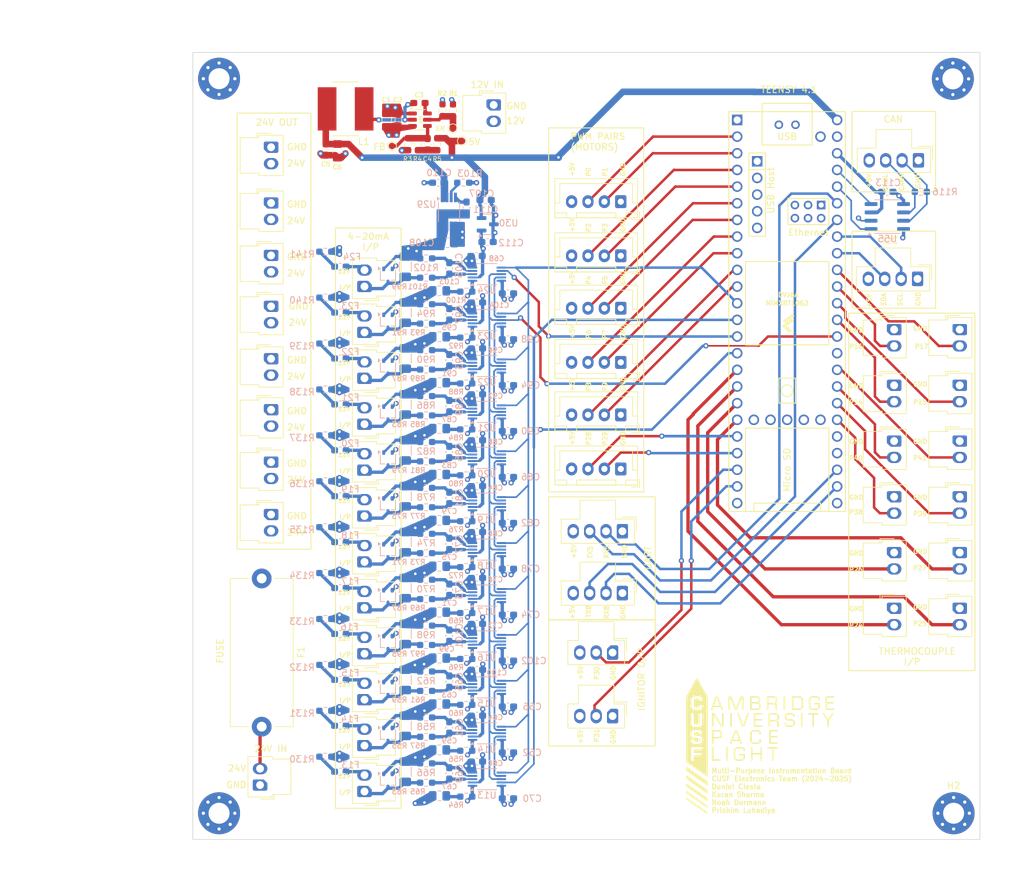
<source format=kicad_pcb>
(kicad_pcb (version 20240108) (generator "pcbnew") (generator_version "8.0")
  (layers (0 "F.Cu" signal) (1 "In1.Cu" power) (2 "In2.Cu" power) (31 "B.Cu" signal) (34 "B.Paste" user) (35 "F.Paste" user) (36 "B.SilkS" user "B.Silkscreen") (37 "F.SilkS" user "F.Silkscreen") (38 "B.Mask" user) (39 "F.Mask" user) (44 "Edge.Cuts" user))
  (net 0 "")
  (net 1 "+12V")
  (net 2 "GND")
  (net 3 "/DCDC.BOOT")
  (net 4 "/DCDC.SW")
  (net 5 "Net-(C4-Pad1)")
  (net 6 "/DCDC.FB")
  (net 7 "+5V")
  (net 8 "+3.3V")
  (net 9 "/DCDC.EN")
  (net 10 "/ADC_Chain2/CS")
  (net 11 "/ADC_Chain2/MISO")
  (net 12 "/SCLK2")
  (net 13 "Net-(J26-Pin_3)")
  (net 14 "/ADC_Chain2/ADC2/VREF_CAP")
  (net 15 "/ADC_Chain2/ADC2/ADC.INP")
  (net 16 "/ADC_Chain2/ADC2/ADC.INN")
  (net 17 "/ADC_Chain2/ADC3/VREF_CAP")
  (net 18 "/ADC_Chain2/ADC3/ADC.INP")
  (net 19 "/ADC_Chain2/ADC3/ADC.INN")
  (net 20 "/ADC_Chain2/ADC1/VREF_CAP")
  (net 21 "/ADC_Chain2/ADC1/ADC.INP")
  (net 22 "/ADC_Chain2/ADC1/ADC.INN")
  (net 23 "/ADC_Chain2/ADC5/VREF_CAP")
  (net 24 "/ADC_Chain2/ADC5/ADC.INP")
  (net 25 "/ADC_Chain2/ADC5/ADC.INN")
  (net 26 "/ADC_Chain2/ADC6/VREF_CAP")
  (net 27 "/ADC_Chain2/ADC6/ADC.INP")
  (net 28 "/ADC_Chain2/ADC6/ADC.INN")
  (net 29 "/ADC_Chain2/ADC7/VREF_CAP")
  (net 30 "/ADC_Chain2/ADC7/ADC.INP")
  (net 31 "/ADC_Chain2/ADC7/ADC.INN")
  (net 32 "/ADC_Chain2/ADC8/VREF_CAP")
  (net 33 "/ADC_Chain2/ADC8/ADC.INP")
  (net 34 "/ADC_Chain2/ADC8/ADC.INN")
  (net 35 "/ADC_Chain2/ADC9/VREF_CAP")
  (net 36 "/ADC_Chain2/ADC9/ADC.INP")
  (net 37 "/ADC_Chain2/ADC9/ADC.INN")
  (net 38 "/ADC_Chain2/ADC10/VREF_CAP")
  (net 39 "/ADC_Chain2/ADC10/ADC.INP")
  (net 40 "/ADC_Chain2/ADC10/ADC.INN")
  (net 41 "/ADC_Chain2/ADC11/VREF_CAP")
  (net 42 "/ADC_Chain2/ADC11/ADC.INP")
  (net 43 "/ADC_Chain2/ADC11/ADC.INN")
  (net 44 "/ADC_Chain2/ADC4/VREF_CAP")
  (net 45 "/ADC_Chain2/ADC4/ADC.INP")
  (net 46 "/ADC_Chain2/ADC4/ADC.INN")
  (net 47 "/ADC_Chain2/ADC12/VREF_CAP")
  (net 48 "/ADC_Chain2/ADC12/ADC.INP")
  (net 49 "/ADC_Chain2/ADC12/ADC.INN")
  (net 50 "/ADC_Chain2/ADC2/SENSOR.SUPPLY")
  (net 51 "/ADC_Chain2/ADC3/SENSOR.SUPPLY")
  (net 52 "/ADC_Chain2/ADC1/SENSOR.SUPPLY")
  (net 53 "/ADC_Chain2/ADC5/SENSOR.SUPPLY")
  (net 54 "/ADC_Chain2/ADC6/SENSOR.SUPPLY")
  (net 55 "/ADC_Chain2/ADC7/SENSOR.SUPPLY")
  (net 56 "/ADC_Chain2/ADC8/SENSOR.SUPPLY")
  (net 57 "/ADC_Chain2/ADC9/SENSOR.SUPPLY")
  (net 58 "/ADC_Chain2/ADC10/SENSOR.SUPPLY")
  (net 59 "/ADC_Chain2/ADC11/SENSOR.SUPPLY")
  (net 60 "/ADC_Chain2/ADC4/SENSOR.SUPPLY")
  (net 61 "/ADC_Chain2/ADC12/SENSOR.SUPPLY")
  (net 62 "/ADC_Chain2/ADC1/SENSOR.IN")
  (net 63 "/ADC_Chain2/ADC2/SENSOR.IN")
  (net 64 "/ADC_Chain2/ADC3/SENSOR.IN")
  (net 65 "/ADC_Chain2/ADC4/SENSOR.IN")
  (net 66 "/ADC_Chain2/ADC5/SENSOR.IN")
  (net 67 "/ADC_Chain2/ADC6/SENSOR.IN")
  (net 68 "/ADC_Chain2/ADC7/SENSOR.IN")
  (net 69 "/ADC_Chain2/ADC8/SENSOR.IN")
  (net 70 "/ADC_Chain2/ADC9/SENSOR.IN")
  (net 71 "/ADC_Chain2/ADC10/SENSOR.IN")
  (net 72 "/ADC_Chain2/ADC11/SENSOR.IN")
  (net 73 "/ADC_Chain2/ADC12/SENSOR.IN")
  (net 74 "/ADC_Chain2/ADC1/DOUT")
  (net 75 "/ADC_Chain2/ADC2/DOUT")
  (net 76 "/ADC_Chain2/ADC3/DOUT")
  (net 77 "/ADC_Chain2/ADC4/DOUT")
  (net 78 "/ADC_Chain2/ADC5/DOUT")
  (net 79 "/ADC_Chain2/ADC6/DOUT")
  (net 80 "/ADC_Chain2/ADC7/DOUT")
  (net 81 "/ADC_Chain2/ADC8/DOUT")
  (net 82 "/ADC_Chain2/ADC10/DIN")
  (net 83 "/ADC_Chain2/ADC10/DOUT")
  (net 84 "/ADC_Chain2/ADC11/DOUT")
  (net 85 "/ADC_Chain2/REF.FILT")
  (net 86 "/ADC_Chain2/REF.SS")
  (net 87 "Net-(F13-Pad2)")
  (net 88 "Net-(F14-Pad2)")
  (net 89 "Net-(F15-Pad2)")
  (net 90 "Net-(F16-Pad2)")
  (net 91 "Net-(F17-Pad2)")
  (net 92 "Net-(F18-Pad2)")
  (net 93 "Net-(F19-Pad2)")
  (net 94 "Net-(F20-Pad2)")
  (net 95 "Net-(F21-Pad2)")
  (net 96 "Net-(F22-Pad2)")
  (net 97 "Net-(F23-Pad2)")
  (net 98 "Net-(F24-Pad2)")
  (net 99 "/ADC_Chain2/5V Ref")
  (net 100 "/ADC_Chain2/3.3V ADC")
  (net 101 "Net-(J26-Pin_2)")
  (net 103 "Net-(J37-Pin_3)")
  (net 105 "Net-(J37-Pin_2)")
  (net 111 "Net-(J38-Pin_2)")
  (net 112 "Net-(J38-Pin_3)")
  (net 114 "Net-(J39-Pin_3)")
  (net 116 "Net-(J39-Pin_2)")
  (net 121 "Net-(J40-Pin_3)")
  (net 122 "Net-(J40-Pin_2)")
  (net 127 "Net-(J41-Pin_3)")
  (net 129 "Net-(J41-Pin_2)")
  (net 133 "Net-(J42-Pin_3)")
  (net 136 "Net-(J42-Pin_2)")
  (net 137 "Net-(J43-Pin_3)")
  (net 138 "Net-(J43-Pin_2)")
  (net 139 "Net-(J44-Pin_2)")
  (net 140 "Net-(J27-Pin_3)")
  (net 141 "Net-(J27-Pin_2)")
  (net 142 "Net-(U26-22_A8_CTX1)")
  (net 143 "Net-(U26-23_A9_CRX1_MCLK1)")
  (net 144 "Net-(J44-Pin_3)")
  (net 145 "/ADC_Chain2/MOSI")
  (net 146 "Net-(J1-Pin_2)")
  (net 147 "Net-(J2-Pin_2)")
  (net 148 "Net-(J3-Pin_2)")
  (net 149 "Net-(J4-Pin_2)")
  (net 150 "Net-(J5-Pin_2)")
  (net 151 "Net-(J6-Pin_2)")
  (net 152 "Net-(J7-Pin_2)")
  (net 153 "Net-(J8-Pin_2)")
  (net 154 "Net-(J9-Pin_2)")
  (net 155 "Net-(J10-Pin_2)")
  (net 156 "Net-(J11-Pin_2)")
  (net 157 "Net-(J28-Pin_2)")
  (net 158 "+24V")
  (net 159 "Net-(U55-VCC)")
  (net 160 "Net-(J45-Pin_2)")
  (net 161 "Net-(J46-Pin_2)")
  (net 162 "Net-(J12-Pin_2)")
  (footprint "Connector_Molex:Molex_Nano-Fit_105309-xx02_1x02_P2.50mm_Vertical" (layer "F.Cu") (at 106.171999 156.6806 180)
    (property "Reference" "J15" (hide yes))
    (property "Value" "SENSOR")
  )
  (footprint "Connector_Molex:Molex_Nano-Fit_105309-xx02_1x02_P2.50mm_Vertical" (layer "F.Cu") (at 196.93 100.25)
    (property "Reference" "J8" (hide yes))
    (property "Value" "SENSOR")
  )
  (footprint "Connector_Molex:Molex_Nano-Fit_105309-xx02_1x02_P2.50mm_Vertical" (layer "F.Cu") (at 125.8685 66.002)
    (property "Reference" "J25" (hide yes))
    (property "Value" "POWER_12V")
  )
  (footprint "Connector_Molex:Molex_Nano-Fit_105309-xx02_1x02_P2.50mm_Vertical" (layer "F.Cu") (at 106.171999 128.6806 180)
    (property "Reference" "J19" (hide yes))
    (property "Value" "SENSOR")
  )
  (footprint "Resistor_SMD:R_0603_1608Metric_Pad0.98x0.95mm_HandSolder" (layer "F.Cu") (at 112.8217 71.9905 90)
    (property "Reference" "R3")
    (property "Value" "12k4")
  )
  (footprint "TestPoint:TestPoint_Pad_D1.0mm" (layer "F.Cu") (at 119.6365 69.595)
    (property "Reference" "TP1" (hide yes))
    (property "Value" "TestPoint")
  )
  (footprint "MountingHole:MountingHole_3.2mm_M3_Pad_Via" (layer "F.Cu") (at 84 174)
    (property "Reference" "H4" (hide yes))
    (property "Value" "MountingHole_Pad")
  )
  (footprint "Capacitor_SMD:C_0603_1608Metric_Pad1.08x0.95mm_HandSolder" (layer "F.Cu") (at 114.5478 65.702 180)
    (property "Reference" "C3")
    (property "Value" "100nF")
  )
  (footprint "Connector_Molex:Molex_Nano-Fit_105309-xx02_1x02_P2.50mm_Vertical" (layer "F.Cu") (at 91.93 120.46)
    (property "Reference" "J35" (hide yes))
    (property "Value" "POWER_24V")
  )
  (footprint "Connector_Molex:Molex_Nano-Fit_105309-xx02_1x02_P2.50mm_Vertical" (layer "F.Cu") (at 196.93 134.25)
    (property "Reference" "J12" (hide yes))
    (property "Value" "SENSOR")
  )
  (footprint "Connector_JST:JST_XH_B4B-XH-A_1x04_P2.50mm_Vertical" (layer "F.Cu") (at 145.25 97 180)
    (property "Reference" "J39" (hide yes))
    (property "Value" "Conn_01x04_Socket")
  )
  (footprint "Connector_Molex:Molex_Nano-Fit_105309-xx02_1x02_P2.50mm_Vertical" (layer "F.Cu") (at 106.171999 121.6806 180)
    (property "Reference" "J20" (hide yes))
    (property "Value" "SENSOR")
  )
  (footprint "Connector_Molex:Molex_Nano-Fit_105309-xx02_1x02_P2.50mm_Vertical" (layer "F.Cu") (at 90.25 169.7 180)
    (property "Reference" "J28" (hide yes))
    (property "Value" "POWER_24V")
  )
  (footprint "Connector_Molex:Molex_Nano-Fit_105309-xx03_1x03_P2.50mm_Vertical" (layer "F.Cu") (at 144 149.5 -90)
    (property "Reference" "J46" (hide yes))
    (property "Value" "Conn_01x03_Socket")
  )
  (footprint "MountingHole:MountingHole_3.2mm_M3_Pad_Via" (layer "F.Cu") (at 196 174)
    (property "Reference" "H2")
    (property "Value" "MountingHole_Pad")
  )
  (footprint "Resistor_SMD:R_0603_1608Metric_Pad0.98x0.95mm_HandSolder" (layer "F.Cu") (at 119.6685 66.827 -90)
    (property "Reference" "R1")
    (property "Value" "511k")
  )
  (footprint "Fuse:Fuseholder_Cylinder-5x20mm_Stelvio-Kontek_PTF78_Horizontal_Open" (layer "F.Cu") (at 90.5 138.2 -90)
    (property "Reference" "F1")
    (property "Value" "Fuse")
  )
  (footprint "Connector_Molex:Molex_Nano-Fit_105309-xx02_1x02_P2.50mm_Vertical" (layer "F.Cu") (at 186.93 108.75)
    (property "Reference" "J5" (hide yes))
    (property "Value" "SENSOR")
  )
  (footprint "Connector_Molex:Molex_Nano-Fit_105309-xx02_1x02_P2.50mm_Vertical" (layer "F.Cu") (at 91.93 88.95)
    (property "Reference" "J31" (hide yes))
    (property "Value" "POWER_24V")
  )
  (footprint "Capacitor_SMD:C_0603_1608Metric_Pad1.08x0.95mm_HandSolder" (layer "F.Cu") (at 115.7935 71.9905 90)
    (property "Reference" "C4")
    (property "Value" "75pF")
  )
  (footprint "Connector_Molex:Molex_Nano-Fit_105309-xx02_1x02_P2.50mm_Vertical" (layer "F.Cu") (at 91.93 96.71)
    (property "Reference" "J29" (hide yes))
    (property "Value" "POWER_24V")
  )
  (footprint "Connector_Molex:Molex_Nano-Fit_105309-xx02_1x02_P2.50mm_Vertical" (layer "F.Cu") (at 91.93 104.7)
    (property "Reference" "J30" (hide yes))
    (property "Value" "POWER_24V")
  )
  (footprint "Connector_JST:JST_XH_B4B-XH-A_1x04_P2.50mm_Vertical" (layer "F.Cu") (at 145.25 105.25 180)
    (property "Reference" "J40" (hide yes))
    (property "Value" "Conn_01x04_Socket")
  )
  (footprint "Connector_Molex:Molex_Nano-Fit_105309-xx02_1x02_P2.50mm_Vertical" (layer "F.Cu") (at 106.171998 170.6806 180)
    (property "Reference" "J13" (hide yes))
    (property "Value" "SENSOR")
  )
  (footprint "Connector_Molex:Molex_Nano-Fit_105309-xx03_1x03_P2.50mm_Vertical" (layer "F.Cu") (at 144 159.18 -90)
    (property "Reference" "J45" (hide yes))
    (property "Value" "Conn_01x03_Socket")
  )
  (footprint "Connector_Molex:Molex_Nano-Fit_105309-xx02_1x02_P2.50mm_Vertical" (layer "F.Cu") (at 186.93 125.75)
    (property "Reference" "J1" (hide yes))
    (property "Value" "SENSOR")
  )
  (footprint "Connector_Molex:Molex_Nano-Fit_105309-xx02_1x02_P2.50mm_Vertical" (layer "F.Cu") (at 186.93 100.25)
    (property "Reference" "J7" (hide yes))
    (property "Value" "SENSOR")
  )
  (footprint "Connector_JST:JST_XH_B4B-XH-A_1x04_P2.50mm_Vertical" (layer "F.Cu") (at 145.25 80.75 180)
    (property "Reference" "J38" (hide yes))
    (property "Value" "Conn_01x04_Socket")
  )
  (footprint "Connector_Molex:Molex_Nano-Fit_105309-xx02_1x02_P2.50mm_Vertical" (layer "F.Cu") (at 186.93 142.75)
    (property "Reference" "J9" (hide yes))
    (property "Value" "SENSOR")
  )
  (footprint "Connector_JST:JST_XH_B4B-XH-A_1x04_P2.50mm_Vertical" (layer "F.Cu") (at 145.25 113.25 180)
    (property "Reference" "J41" (hide yes))
    (property "Value" "Conn_01x04_Socket")
  )
  (footprint "Connector_Molex:Molex_Nano-Fit_105309-xx02_1x02_P2.50mm_Vertical" (layer "F.Cu") (at 106.171999 114.6806 180)
    (property "Reference" "J21" (hide yes))
    (property "Value" "SENSOR")
  )
  (footprint "Connector_Molex:Molex_Nano-Fit_105309-xx02_1x02_P2.50mm_Vertical" (layer "F.Cu") (at 91.93 112.47)
    (property "Reference" "J34" (hide yes))
    (property "Value" "POWER_24V")
  )
  (footprint "Connector_Molex:Molex_Nano-Fit_105309-xx04_1x04_P2.50mm_Vertical" (layer "F.Cu") (at 190.64 74.452 -90)
    (property "Reference" "J27" (hide yes))
    (property "Value" "CAN Header")
  )
  (footprint "Connector_Molex:Molex_Nano-Fit_105309-xx02_1x02_P2.50mm_Vertical" (layer "F.Cu") (at 91.93 80.95)
    (property "Reference" "J33" (hide yes))
    (property "Value" "POWER_24V")
  )
  (footprint "Connector_Molex:Molex_Nano-Fit_105309-xx02_1x02_P2.50mm_Vertical" (layer "F.Cu") (at 196.93 125.75)
    (property "Reference" "J2" (hide yes))
    (property "Value" "SENSOR")
  )
  (footprint "MountingHole:MountingHole_3.2mm_M3_Pad_Via" (layer "F.Cu") (at 195.885 62.022)
    (property "Reference" "H1" (hide yes))
    (property "Value" "MountingHole_Pad")
  )
  (footprint "Capacitor_SMD:C_0805_2012Metric_Pad1.18x1.45mm_HandSolder" (layer "F.Cu") (at 102.0685 73.002 -90)
    (property "Reference" "C6")
    (property "Value" "47uF")
  )
  (footprint "MountingHole:MountingHole_3.2mm_M3_Pad_Via" (layer "F.Cu") (at 84 62)
    (property "Reference" "H3" (hide yes))
    (property "Value" "MountingHole_Pad")
  )
  (footprint "teensy:Teensy41" (layer "F.Cu") (at 170.62 97.502 -90)
    (property "Reference" "U26" (hide yes))
    (property "Value" "Teensy4.1")
  )
  (footprint "Connector_Molex:Molex_Nano-Fit_105309-xx02_1x02_P2.50mm_Vertical" (layer "F.Cu") (at 186.93 117.25)
    (property "Reference" "J3" (hide yes))
    (property "Value" "SENSOR")
  )
  (footprint "Connector_Molex:Molex_Nano-Fit_105309-xx02_1x02_P2.50mm_Vertical" (layer "F.Cu") (at 91.93 128.45)
    (property "Reference" "J36" (hide yes))
    (property "Value" "POWER_24V")
  )
  (footprint "Connector_Molex:Molex_Nano-Fit_105309-xx02_1x02_P2.50mm_Vertical" (layer "F.Cu") (at 106.171999 142.6806 180)
    (property "Reference" "J17" (hide yes))
    (property "Value" "SENSOR")
  )
  (footprint "Connector_Molex:Molex_Nano-Fit_105309-xx02_1x02_P2.50mm_Vertical" (layer "F.Cu") (at 186.93 134.25)
    (property "Reference" "J11" (hide yes))
    (property "Value" "SENSOR")
  )
  (footprint "Resistor_SMD:R_0603_1608Metric_Pad0.98x0.95mm_HandSolder" (layer "F.Cu") (at 117.2667 71.9905 90)
    (property "Reference" "R5")
    (property "Value" "49.9")
  )
  (footprint "Connector_Molex:Molex_Nano-Fit_105309-xx02_1x02_P2.50mm_Vertical" (layer "F.Cu") (at 106.171999 135.6806 180)
    (property "Reference" "J18" (hide yes))
    (property "Value" "SENSOR")
  )
  (footprint "Capacitor_SMD:C_0805_2012Metric_Pad1.18x1.45mm_HandSolder" (layer "F.Cu") (at 109.5705 68.3103 90)
    (property "Reference" "C1")
    (property "Value" "22uF")
  )
  (footprint "TestPoint:TestPoint_Pad_D1.0mm" (layer "F.Cu") (at 110.3655 72.262)
    (property "Reference" "TP2" (hide yes))
    (property "Value" "TestPoint")
  )
  (footprint "Connector_Molex:Molex_Nano-Fit_105309-xx02_1x02_P2.50mm_Vertical" (layer "F.Cu") (at 106.171999 163.6806 180)
    (property "Reference" "J14" (hide yes))
    (property "Value" "SENSOR")
  )
  (footprint "Capacitor_SMD:C_0603_1608Metric_Pad1.08x0.95mm_HandSolder" (layer "F.Cu") (at 111.3485 68.3075 90)
    (property "Reference" "C2")
    (property "Value" "100nF")
  )
  (footprint "Connector_Molex:Molex_Nano-Fit_105309-xx02_1x02_P2.50mm_Vertical" (layer "F.Cu") (at 196.93 142.75)
    (property "Reference" "J10" (hide yes))
    (property "Value" "SENSOR")
  )
  (footprint "Connector_Molex:Molex_Nano-Fit_105309-xx02_1x02_P2.50mm_Vertical" (layer "F.Cu") (at 91.93 72.45)
    (property "Reference" "J32" (hide yes))
    (property "Value" "POWER_24V")
  )
  (footprint "Connector_Molex:Molex_Nano-Fit_105309-xx04_1x04_P2.50mm_Vertical" (layer "F.Cu") (at 145.5 140.43 -90)
    (property "Reference" "J44" (hide yes))
    (property "Value" "UART Header")
  )
  (footprint "Connector_Molex:Molex_Nano-Fit_105309-xx02_1x02_P2.50mm_Vertical" (layer "F.Cu") (at 106.171999 107.6806 180)
    (property "Reference" "J22" (hide yes))
    (property "Value" "SENSOR")
  )
  (footprint "Connector_Molex:Molex_Nano-Fit_105309-xx02_1x02_P2.50mm_Vertical" (layer "F.Cu") (at 106.171999 93.6806 180)
    (property "Reference" "J24" (hide yes))
    (property "Value" "SENSOR")
  )
  (footprint "Connector_Molex:Molex_Nano-Fit_105309-xx04_1x04_P2.50mm_Vertical" (layer "F.Cu") (at 190.5 92.522 -90)
    (property "Reference" "J26" (hide yes))
    (property "Value" "I2C Header")
  )
  (footprint "Capacitor_SMD:C_0603_1608Metric_Pad1.08x0.95mm_HandSolder" (layer "F.Cu") (at 100.2685 72.802 -90)
    (property "Reference" "C5")
    (property "Value" "100nF")
  )
  (footprint "Package_TO_SOT_SMD:SOT-23-6" (layer "F.Cu") (at 114.6251 68.2567)
    (property "Reference" "U25")
    (property "Value" "TPS54302")
  )
  (footprint "Connector_Molex:Molex_Nano-Fit_105309-xx02_1x02_P2.50mm_Vertical" (layer "F.Cu") (at 196.93 117.25)
    (property "Reference" "J4" (hide yes))
    (property "Value" "SENSOR")
  )
  (footprint "Resistor_SMD:R_0603_1608Metric_Pad0.98x0.95mm_HandSolder" (layer "F.Cu") (at 118.0685 66.802 -90)
    (property "Reference" "R2")
    (property "Value" "105k")
  )
  (footprint "Connector_Molex:Molex_Nano-Fit_105309-xx04_1x04_P2.50mm_Vertical" (layer "F.Cu") (at 145.5 131 -90)
    (property "Reference" "J43" (hide yes))
    (property "Value" "UART Header")
  )
  (footprint "TestPoint:TestPoint_Pad_D1.0mm" (layer "F.Cu") (at 121.0335 71.5)
    (property "Reference" "TP3" (hide yes))
    (property "Value" "TestPoint")
  )
  (footprint "Inductor_SMD:L_Bourns_SRN8040TA" (layer "F.Cu") (at 103.2935 66.602 180)
    (property "Reference" "L1")
    (property "Value" "15uH 3A")
  )
  (footprint "Connector_Molex:Molex_Nano-Fit_105309-xx02_1x02_P2.50mm_Vertical" (layer "F.Cu") (at 106.171999 149.6806 180)
    (property "Reference" "J16" (hide yes))
    (property "Value" "SENSOR")
  )
  (footprint "Resistor_SMD:R_0603_1608Metric_Pad0.98x0.95mm_HandSolder" (layer "F.Cu") (at 114.3203 71.9905 -90)
    (property "Reference" "R4")
    (property "Value" "100k")
  )
  (footprint "Connector_JST:JST_XH_B4B-XH-A_1x04_P2.50mm_Vertical" (layer "F.Cu") (at 145.25 121.5 180)
    (property "Reference" "J42" (hide yes))
    (property "Value" "Conn_01x04_Socket")
  )
  (footprint "Connector_Molex:Molex_Nano-Fit_105309-xx02_1x02_P2.50mm_Vertical" (layer "F.Cu") (at 106.171999 100.6806 180)
    (property "Reference" "J23" (hide yes))
    (property "Value" "SENSOR")
  )
  (footprint "Connector_JST:JST_XH_B4B-XH-A_1x04_P2.50mm_Vertical" (layer "F.Cu") (at 145.25 89 180)
    (property "Reference" "J37" (hide yes))
    (property "Value" "Conn_01x04_Socket")
  )
  (footprint "Connector_Molex:Molex_Nano-Fit_105309-xx02_1x02_P2.50mm_Vertical" (layer "F.Cu") (at 196.93 108.75)
    (property "Reference" "J6" (hide yes))
    (property "Value" "SENSOR")
  )
  (footprint "Package_SO:VSSOP-10_3x3mm_P0.5mm" (layer "B.Cu") (at 124.841 147.8036)
    (property "Reference" "U16")
    (property "Value" "ADS8866")
  )
  (footprint "Capacitor_SMD:C_0603_1608Metric_Pad1.08x0.95mm_HandSolder" (layer "B.Cu") (at 119.102501 118.9211 90)
    (property "Reference" "C85")
    (property "Value" "20nF")
  )
  (footprint "Resistor_SMD:R_1206_3216Metric_Pad1.30x1.75mm_HandSolder" (layer "B.Cu") (at 112.395 125.6606 90)
    (property "Reference" "R75")
    (property "Value" "250")
  )
  (footprint "Resistor_SMD:R_0603_1608Metric_Pad0.98x0.95mm_HandSolder" (layer "B.Cu") (at 115.57 145.3906)
    (property "Reference" "R98")
    (property "Value" "28")
  )
  (footprint "Resistor_SMD:R_0603_1608Metric_Pad0.98x0.95mm_HandSolder" (layer "B.Cu") (at 100.203 158.377 180)
    (property "Reference" "R131")
    (property "Value" "25")
  )
  (footprint "Resistor_SMD:R_0603_1608Metric_Pad0.98x0.95mm_HandSolder" (layer "B.Cu") (at 115.57 120.3446)
    (property "Reference" "R81")
    (property "Value" "28")
  )
  (footprint "Capacitor_SMD:C_0603_1608Metric_Pad1.08x0.95mm_HandSolder" (layer "B.Cu") (at 119.102501 125.9211 90)
    (property "Reference" "C81")
    (property "Value" "20nF")
  )
  (footprint "Capacitor_SMD:C_0805_2012Metric_Pad1.18x1.45mm_HandSolder" (layer "B.Cu") (at 117.602 129.3436 180)
    (property "Reference" "C79")
    (property "Value" "22uF")
  )
  (footprint "Capacitor_SMD:C_0603_1608Metric_Pad1.08x0.95mm_HandSolder" (layer "B.Cu") (at 123.317 152.1216 180)
    (property "Reference" "C100")
    (property "Value" "1uF")
  )
  (footprint "Package_TO_SOT_SMD:SOT-23" (layer "B.Cu") (at 124.9625 84.2)
    (property "Reference" "U30")
    (property "Value" "TLV70933")
  )
  (footprint "Package_SO:VSSOP-10_3x3mm_P0.5mm" (layer "B.Cu") (at 124.840999 168.8036)
    (property "Reference" "U13")
    (property "Value" "ADS8866")
  )
  (footprint "Capacitor_SMD:C_0805_2012Metric_Pad1.18x1.45mm_HandSolder" (layer "B.Cu") (at 117.602 108.3436 180)
    (property "Reference" "C91")
    (property "Value" "22uF")
  )
  (footprint "Capacitor_SMD:C_0603_1608Metric_Pad1.08x0.95mm_HandSolder" (layer "B.Cu") (at 128.042501 150.7246)
    (property "Reference" "C102")
    (property "Value" "1uF")
  )
  (footprint "Capacitor_SMD:C_0603_1608Metric_Pad1.08x0.95mm_HandSolder" (layer "B.Cu") (at 128.042501 129.7246)
    (property "Reference" "C82")
    (property "Value" "1uF")
  )
  (footprint "Capacitor_SMD:C_0603_1608Metric_Pad1.08x0.95mm_HandSolder" (layer "B.Cu") (at 123.317 96.1216 180)
    (property "Reference" "C104")
    (property "Value" "1uF")
  )
  (footprint "Package_TO_SOT_SMD:SOT-323_SC-70" (layer "B.Cu") (at 109.75 134 -90)
    (property "Reference" "D5" (hide yes))
    (property "Value" "BAV99")
  )
  (footprint "Resistor_SMD:R_0603_1608Metric_Pad0.98x0.95mm_HandSolder" (layer "B.Cu") (at 100.203 137.377 180)
    (property "Reference" "R134")
    (property "Value" "25")
  )
  (footprint "Resistor_SMD:R_0603_1608Metric_Pad0.98x0.95mm_HandSolder" (layer "B.Cu") (at 121.6895 115.4706)
    (property "Reference" "R84")
    (property "Value" "0.1-0.47")
  )
  (footprint "Resistor_SMD:R_0603_1608Metric_Pad0.98x0.95mm_HandSolder" (layer "B.Cu") (at 121.6895 122.4706)
    (property "Reference" "R80")
    (property "Value" "0.1-0.47")
  )
  (footprint "Capacitor_SMD:C_0603_1608Metric_Pad1.08x0.95mm_HandSolder" (layer "B.Cu") (at 128.042501 164.7246)
    (property "Reference" "C62")
    (property "Value" "1uF")
  )
  (footprint "Capacitor_SMD:C_0603_1608Metric_Pad1.08x0.95mm_HandSolder" (layer "B.Cu") (at 123.317 138.1216 180)
    (property "Reference" "C76")
    (property "Value" "1uF")
  )
  (footprint "Resistor_SMD:R_0603_1608Metric_Pad0.98x0.95mm_HandSolder" (layer "B.Cu") (at 115.57 117.3906)
    (property "Reference" "R82")
    (property "Value" "28")
  )
  (footprint "Package_TO_SOT_SMD:SOT-323_SC-70" (layer "B.Cu") (at 109.75 169 -90)
    (property "Reference" "D3" (hide yes))
    (property "Value" "BAV99")
  )
  (footprint "Package_SO:VSSOP-10_3x3mm_P0.5mm" (layer "B.Cu") (at 124.841 126.8036)
    (property "Reference" "U19")
    (property "Value" "ADS8866")
  )
  (footprint "Capacitor_SMD:C_0603_1608Metric_Pad1.08x0.95mm_HandSolder" (layer "B.Cu") (at 119.102501 132.9211 90)
    (property "Reference" "C77")
    (property "Value" "20nF")
  )
  (footprint "Resistor_SMD:R_0603_1608Metric_Pad0.98x0.95mm_HandSolder" (layer "B.Cu") (at 115.569999 169.3446)
    (property "Reference" "R65")
    (property "Value" "28")
  )
  (footprint "Resistor_SMD:R_0603_1608Metric_Pad0.98x0.95mm_HandSolder" (layer "B.Cu") (at 100.203 109.377 180)
    (property "Reference" "R138")
    (property "Value" "25")
  )
  (footprint "Capacitor_SMD:C_0805_2012Metric_Pad1.18x1.45mm_HandSolder" (layer "B.Cu") (at 117.602 101.3436 180)
    (property "Reference" "C95")
    (property "Value" "22uF")
  )
  (footprint "Capacitor_SMD:C_0603_1608Metric_Pad1.08x0.95mm_HandSolder" (layer "B.Cu") (at 128.042501 94.7246)
    (property "Reference" "C106" (hide yes))
    (property "Value" "1uF")
  )
  (footprint "Resistor_SMD:R_0603_1608Metric_Pad0.98x0.95mm_HandSolder" (layer "B.Cu") (at 115.57 141.3446)
    (property "Reference" "R69")
    (property "Value" "28")
  )
  (footprint "Capacitor_SMD:C_0603_1608Metric_Pad1.08x0.95mm_HandSolder" (layer "B.Cu") (at 123.317 145.1216 180)
    (property "Reference" "C72")
    (property "Value" "1uF")
  )
  (footprint "Resistor_SMD:R_0603_1608Metric_Pad0.98x0.95mm_HandSolder" (layer "B.Cu") (at 115.57 96.3906)
    (property "Reference" "R94")
    (property "Value" "28")
  )
  (footprint "Resistor_SMD:R_1206_3216Metric_Pad1.30x1.75mm_HandSolder" (layer "B.Cu") (at 112.395 160.6606 90)
    (property "Reference" "R55")
    (property "Value" "250")
  )
  (footprint "Resistor_SMD:R_0603_1608Metric_Pad0.98x0.95mm_HandSolder" (layer "B.Cu") (at 121.6895 108.4706)
    (property "Reference" "R88")
    (property "Value" "0.1-0.47")
  )
  (footprint "Resistor_SMD:R_0603_1608Metric_Pad0.98x0.95mm_HandSolder" (layer "B.Cu") (at 100.203 144.377 180)
    (property "Reference" "R133")
    (property "Value" "25")
  )
  (footprint "Capacitor_SMD:C_0603_1608Metric_Pad1.08x0.95mm_HandSolder" (layer "B.Cu") (at 117.415501 77.859)
    (property "Reference" "C110")
    (property "Value" "0.1uF")
  )
  (footprint "Resistor_SMD:R_0603_1608Metric_Pad0.98x0.95mm_HandSolder" (layer "B.Cu") (at 115.57 159.3906)
    (property "Reference" "R58")
    (property "Value" "28")
  )
  (footprint "Resistor_SMD:R_0603_1608Metric_Pad0.98x0.95mm_HandSolder" (layer "B.Cu") (at 121.6895 136.4706)
    (property "Reference" "R72")
    (property "Value" "0.1-0.47")
  )
  (footprint "Fuse:Fuse_0603_1608Metric_Pad1.05x0.95mm_HandSolder" (layer "B.Cu") (at 102.489 167.6606 180)
    (property "Reference" "F13")
    (property "Value" "40mA")
  )
  (footprint "Capacitor_SMD:C_0603_1608Metric_Pad1.08x0.95mm_HandSolder" (layer "B.Cu") (at 185.89 79.25)
    (property "Reference" "C113")
    (property "Value" "1uF")
  )
  (footprint "Capacitor_SMD:C_0603_1608Metric_Pad1.08x0.95mm_HandSolder" (layer "B.Cu") (at 128.042501 108.7246)
    (property "Reference" "C94")
    (property "Value" "1uF")
  )
  (footprint "Capacitor_SMD:C_0603_1608Metric_Pad1.08x0.95mm_HandSolder" (layer "B.Cu") (at 124.9375 86.9)
    (property "Reference" "C112")
    (property "Value" "100nF")
  )
  (footprint "Resistor_SMD:R_1206_3216Metric_Pad1.30x1.75mm_HandSolder" (layer "B.Cu") (at 112.395 139.6606 90)
    (property "Reference" "R67")
    (property "Value" "250")
  )
  (footprint "Capacitor_SMD:C_0805_2012Metric_Pad1.18x1.45mm_HandSolder" (layer "B.Cu") (at 118.834001 87.003 180)
    (property "Reference" "C108")
    (property "Value" "47uF")
  )
  (footprint "Resistor_SMD:R_1206_3216Metric_Pad1.30x1.75mm_HandSolder" (layer "B.Cu") (at 112.395 153.6606 90)
    (property "Reference" "R59")
    (property "Value" "250")
  )
  (footprint "Capacitor_SMD:C_0603_1608Metric_Pad1.08x0.95mm_HandSolder" (layer "B.Cu") (at 128.042501 143.7246)
    (property "Reference" "C74")
    (property "Value" "1uF")
  )
  (footprint "Resistor_SMD:R_0603_1608Metric_Pad0.98x0.95mm_HandSolder" (layer "B.Cu") (at 115.57 152.3906)
    (property "Reference" "R62")
    (property "Value" "28")
  )
  (footprint "Capacitor_SMD:C_0603_1608Metric_Pad1.08x0.95mm_HandSolder" (layer "B.Cu") (at 128.042501 157.7246)
    (property "Reference" "C66")
    (property "Value" "1uF")
  )
  (footprint "Capacitor_SMD:C_0603_1608Metric_Pad1.08x0.95mm_HandSolder" (layer "B.Cu") (at 119.102501 139.9211 90)
    (property "Reference" "C73")
    (property "Value" "20nF")
  )
  (footprint "Capacitor_SMD:C_0805_2012Metric_Pad1.18x1.45mm_HandSolder" (layer "B.Cu") (at 117.601999 171.3436 180)
    (property "Reference" "C67")
    (property "Value" "22uF")
  )
  (footprint "Fuse:Fuse_0603_1608Metric_Pad1.05x0.95mm_HandSolder" (layer "B.Cu") (at 102.489 111.6606 180)
    (property "Reference" "F21")
    (property "Value" "40mA")
  )
  (footprint "Resistor_SMD:R_1206_3216Metric_Pad1.30x1.75mm_HandSolder" (layer "B.Cu") (at 112.394999 167.6606 90)
    (property "Reference" "R63")
    (property "Value" "250")
  )
  (footprint "Resistor_SMD:R_0603_1608Metric_Pad0.98x0.95mm_HandSolder" (layer "B.Cu") (at 100.203 151.377 180)
    (property "Reference" "R132")
    (property "Value" "25")
  )
  (footprint "Capacitor_SMD:C_0805_2012Metric_Pad1.18x1.45mm_HandSolder" (layer "B.Cu") (at 117.602 143.3436 180)
    (property "Reference" "C71")
    (property "Value" "22uF")
  )
  (footprint "Resistor_SMD:R_0603_1608Metric_Pad0.98x0.95mm_HandSolder" (layer "B.Cu") (at 115.57 110.3906)
    (property "Reference" "R86")
    (property "Value" "28")
  )
  (footprint "Capacitor_SMD:C_0805_2012Metric_Pad1.18x1.45mm_HandSolder" (layer "B.Cu") (at 117.602 115.3436 180)
    (property "Reference" "C87")
    (property "Value" "22uF")
  )
  (footprint "Resistor_SMD:R_0603_1608Metric_Pad0.98x0.95mm_HandSolder" (layer "B.Cu") (at 115.57 103.3906)
    (property "Reference" "R90")
    (property "Value" "28")
  )
  (footprint "Capacitor_SMD:C_0805_2012Metric_Pad1.18x1.45mm_HandSolder" (layer "B.Cu") (at 117.602 164.3436 180)
    (property "Reference" "C59")
    (property "Value" "22uF")
  )
  (footprint "Resistor_SMD:R_0603_1608Metric_Pad0.98x0.95mm_HandSolder" (layer "B.Cu") (at 121.6895 143.4706)
    (property "Reference" "R68")
    (property "Value" "0.1-0.47")
  )
  (footprint "Fuse:Fuse_0603_1608Metric_Pad1.05x0.95mm_HandSolder" (layer "B.Cu") (at 102.489 139.6606 180)
    (property "Reference" "F17")
    (property "Value" "40mA")
  )
  (footprint "Resistor_SMD:R_0603_1608Metric_Pad0.98x0.95mm_HandSolder" (layer "B.Cu") (at 115.57 155.3446)
    (property "Reference" "R61")
    (property "Value" "28")
  )
  (footprint "Resistor_SMD:R_0603_1608Metric_Pad0.98x0.95mm_HandSolder" (layer "B.Cu") (at 100.203 102.377 180)
    (property "Reference" "R139")
    (property "Value" "25")
  )
  (footprint "Resistor_SMD:R_0603_1608Metric_Pad0.98x0.95mm_HandSolder" (layer "B.Cu") (at 121.6895 164.4706)
    (property "Reference" "R56")
    (property "Value" "0.1-0.47")
  )
  (footprint "Resistor_SMD:R_0603_1608Metric_Pad0.98x0.95mm_HandSolder" (layer "B.Cu") (at 115.57 162.3446)
    (property "Reference" "R57")
    (property "Value" "28")
  )
  (footprint "Capacitor_SMD:C_0603_1608Metric_Pad1.08x0.95mm_HandSolder" (layer "B.Cu") (at 123.317 159.1216 180)
    (property "Reference" "C64")
    (property "Value" "1uF")
  )
  (footprint "Capacitor_SMD:C_0603_1608Metric_Pad1.08x0.95mm_HandSolder" (layer "B.Cu") (at 119.102501 97.9211 90)
    (property "Reference" "C97")
    (property "Value" "20nF")
  )
  (footprint "Resistor_SMD:R_0603_1608Metric_Pad0.98x0.95mm_HandSolder" (layer "B.Cu") (at 121.6895 150.4706)
    (property "Reference" "R96")
    (property "Value" "0.1-0.47")
  )
  (footprint "Package_SO:VSSOP-10_3x3mm_P0.5mm" (layer "B.Cu") (at 124.841 112.8036)
    (property "Reference" "U21")
    (property "Value" "ADS8866")
  )
  (footprint "Resistor_SMD:R_1206_3216Metric_Pad1.30x1.75mm_HandSolder" (layer "B.Cu") (at 112.395 97.6606 90)
    (property "Reference" "R91")
    (property "Value" "250")
  )
  (footprint "Capacitor_SMD:C_0603_1608Metric_Pad1.08x0.95mm_HandSolder" (layer "B.Cu") (at 128.042501 136.7246)
    (property "Reference" "C78")
    (property "Value" "1uF")
  )
  (footprint "Package_TO_SOT_SMD:SOT-323_SC-70" (layer "B.Cu") (at 109.75 155 -90)
    (property "Reference" "D2" (hide yes))
    (property "Value" "BAV99")
  )
  (footprint "Capacitor_SMD:C_0603_1608Metric_Pad1.08x0.95mm_HandSolder" (layer "B.Cu") (at 119.102501 146.9211 90)
    (property "Reference" "C101")
    (property "Value" "20nF")
  )
  (footprint "Capacitor_SMD:C_0603_1608Metric_Pad1.08x0.95mm_HandSolder" (layer "B.Cu") (at 121.733501 81.669 -90)
    (property "Reference" "C107")
    (property "Value" "1uF")
  )
  (footprint "Capacitor_SMD:C_0603_1608Metric_Pad1.08x0.95mm_HandSolder" (layer "B.Cu") (at 128.0425 171.7246)
    (property "Reference" "C70")
    (property "Value" "1uF")
  )
  (footprint "Package_SO:VSSOP-10_3x3mm_P0.5mm" (layer "B.Cu") (at 124.841 161.8036)
    (property "Reference" "U14")
    (property "Value" "ADS8866")
  )
  (footprint "Package_SO:VSSOP-10_3x3mm_P0.5mm" (layer "B.Cu") (at 124.841 105.8036)
    (property "Reference" "U22")
    (property "Value" "ADS8866")
  )
  (footprint "Capacitor_SMD:C_0603_1608Metric_Pad1.08x0.95mm_HandSolder" (layer "B.Cu") (at 119.1025 167.9211 90)
    (property "Reference" "C69")
    (property "Value" "20nF")
  )
  (footprint "Resistor_SMD:R_0603_1608Metric_Pad0.98x0.95mm_HandSolder" (layer "B.Cu") (at 121.6895 157.4706)
    (property "Reference" "R60")
    (property "Value" "0.1-0.47")
  )
  (footprint "Capacitor_SMD:C_0603_1608Metric_Pad1.08x0.95mm_HandSolder" (layer "B.Cu") (at 128.042501 101.7246)
    (property "Reference" "C98")
    (property "Value" "1uF")
  )
  (footprint "Package_TO_SOT_SMD:SOT-323_SC-70" (layer "B.Cu") (at 109.75 148 -90)
    (property "Reference" "D11" (hide yes))
    (property "Value" "BAV99")
  )
  (footprint "Capacitor_SMD:C_0805_2012Metric_Pad1.18x1.45mm_HandSolder" (layer "B.Cu") (at 117.602 157.3436 180)
    (property "Reference" "C63")
    (property "Value" "22uF")
  )
  (footprint "Resistor_SMD:R_1206_3216Metric_Pad1.30x1.75mm_HandSolder" (layer "B.Cu") (at 112.395 104.6606 90)
    (property "Reference" "R87")
    (property "Value" "250")
  )
  (footprint "Capacitor_SMD:C_0603_1608Metric_Pad1.08x0.95mm_HandSolder" (layer "B.Cu") (at 119.102501 90.9211 90)
    (property "Reference" "C105")
    (property "Value" "20nF")
  )
  (footprint "Fuse:Fuse_0603_1608Metric_Pad1.05x0.95mm_HandSolder" (layer "B.Cu") (at 102.489 90.6606 180)
    (property "Reference" "F24")
    (property "Value" "40mA")
  )
  (footprint "Resistor_SMD:R_0603_1608Metric_Pad0.98x0.95mm_HandSolder" (layer "B.Cu") (at 115.57 138.3906)
    (property "Reference" "R70")
    (property "Value" "28")
  )
  (footprint "Capacitor_SMD:C_0603_1608Metric_Pad1.08x0.95mm_HandSolder" (layer "B.Cu") (at 128.042501 115.7246)
    (property "Reference" "C90")
    (property "Value" "1uF")
  )
  (footprint "Fuse:Fuse_0603_1608Metric_Pad1.05x0.95mm_HandSolder" (layer "B.Cu") (at 102.489 118.6606 180)
    (property "Reference" "F20")
    (property "Value" "40mA")
  )
  (footprint "Capacitor_SMD:C_0603_1608Metric_Pad1.08x0.95mm_HandSolder" (layer "B.Cu") (at 119.102501 111.9211 90)
    (property "Reference" "C89")
    (property "Value" "20nF")
  )
  (footprint "Resistor_SMD:R_0603_1608Metric_Pad0.98x0.95mm_HandSolder" (layer "B.Cu") (at 115.57 148.3446)
    (property "Reference" "R97")
    (property "Value" "28")
  )
  (footprint "Resistor_SMD:R_0603_1608Metric_Pad0.98x0.95mm_HandSolder" (layer "B.Cu") (at 115.57 99.3446)
    (property "Reference" "R93")
    (property "Value" "28")
  )
  (footprint "Fuse:Fuse_0603_1608Metric_Pad1.05x0.95mm_HandSolder" (layer "B.Cu") (at 102.489 125.6606 180)
    (property "Reference" "F19")
    (property "Value" "40mA")
  )
  (footprint "Package_SO:VSSOP-10_3x3mm_P0.5mm" (layer "B.Cu") (at 124.841 154.8036)
    (property "Reference" "U15")
    (property "Value" "ADS8866")
  )
  (footprint "Fuse:Fuse_0603_1608Metric_Pad1.05x0.95mm_HandSolder" (layer "B.Cu") (at 102.489 132.6606 180)
    (property "Reference" "F18")
    (property "Value" "40mA")
  )
  (footprint "Capacitor_SMD:C_0603_1608Metric_Pad1.08x0.95mm_HandSolder" (layer "B.Cu") (at 123.317 117.1216 180)
    (property "Reference" "C88")
    (property "Value" "1uF")
  )
  (footprint "Fuse:Fuse_0603_1608Metric_Pad1.05x0.95mm_HandSolder" (layer "B.Cu") (at 102.489 160.6606 180)
    (property "Reference" "F14")
    (property "Value" "40mA")
  )
  (footprint "Resistor_SMD:R_0603_1608Metric_Pad0.98x0.95mm_HandSolder" (layer "B.Cu") (at 100.203 95.377 180)
    (property "Reference" "R140")
    (property "Value" "25")
  )
  (footprint "Resistor_SMD:R_0603_1608Metric_Pad0.98x0.95mm_HandSolder" (layer "B.Cu") (at 100.203 130.377 180)
    (property "Reference" "R135")
    (property "Value" "25")
  )
  (footprint "Package_TO_SOT_SMD:SOT-323_SC-70" (layer "B.Cu") (at 109.75 92 -90)
    (property "Reference" "D12" (hide yes))
    (property "Value" "BAV99")
  )
  (footprint "Resistor_SMD:R_0603_1608Metric_Pad0.98x0.95mm_HandSolder" (layer "B.Cu") (at 115.57 106.3446)
    (property "Reference" "R89")
    (property "Value" "28")
  )
  (footprint "Package_SO:VSSOP-10_3x3mm_P0.5mm" (layer "B.Cu") (at 124.841 119.8036)
    (property "Reference" "U20")
    (property "Value" "ADS8866")
  )
  (footprint "Capacitor_SMD:C_0603_1608Metric_Pad1.08x0.95mm_HandSolder" (layer "B.Cu") (at 119.102501 153.9211 90)
    (property "Reference" "C65")
    (property "Value" "20nF")
  )
  (footprint "Resistor_SMD:R_0603_1608Metric_Pad0.98x0.95mm_HandSolder" (layer "B.Cu") (at 121.6895 129.4706)
    (property "Reference" "R76")
    (property "Value" "0.1-0.47")
  )
  (footprint "Package_TO_SOT_SMD:SOT-323_SC-70" (layer "B.Cu") (at 109.75 127 -90)
    (property "Reference" "D6" (hide yes))
    (property "Value" "BAV99")
  )
  (footprint "Package_TO_SOT_SMD:SOT-323_SC-70" (layer "B.Cu") (at 109.75 99 -90)
    (property "Reference" "D10" (hide yes))
    (property "Value" "BAV99")
  )
  (footprint "Package_SO:VSSOP-10_3x3mm_P0.5mm" (layer "B.Cu") (at 124.841 91.8036)
    (property "Reference" "U24")
    (property "Value" "ADS8866")
  )
  (footprint "Capacitor_SMD:C_0603_1608Metric_Pad1.08x0.95mm_HandSolder" (layer "B.Cu") (at 119.102501 104.9211 90)
    (property "Reference" "C93")
    (property "Value" "20nF")
  )
  (footprint "Capacitor_SMD:C_0805_2012Metric_Pad1.18x1.45mm_HandSolder" (layer "B.Cu") (at 117.602 94.3436 180)
    (property "Reference" "C103")
    (property "Value" "22uF")
  )
  (footprint "Resistor_SMD:R_0603_1608Metric_Pad0.98x0.95mm_HandSolder" (layer "B.Cu") (at 100.203 116.377 180)
    (property "Reference" "R137")
    (property "Value" "25")
  )
  (footprint "Capacitor_SMD:C_0603_1608Metric_Pad1.08x0.95mm_HandSolder" (layer "B.Cu") (at 123.257501 89.035 180)
    (property "Reference" "C68")
    (property "Value" "1uF")
  )
  (footprint "Resistor_SMD:R_0603_1608Metric_Pad0.98x0.95mm_HandSolder" (layer "B.Cu") (at 115.57 92.3446)
    (property "Reference" "R101")
    (property "Value" "28")
  )
  (footprint "Capacitor_SMD:C_0603_1608Metric_Pad1.08x0.95mm_HandSolder" (layer "B.Cu") (at 123.317 110.1216 180)
    (property "Reference" "C92")
    (property "Value" "1uF")
  )
  (footprint "Package_SO:VSSOP-8_3.0x3.0mm_P0.65mm" (layer "B.Cu") (at 119.066501 82.304 -90)
    (property "Reference" "U29")
    (property "Value" "REF6050xDGK")
  )
  (footprint "Resistor_SMD:R_1206_3216Metric_Pad1.30x1.75mm_HandSolder" (layer "B.Cu") (at 112.395 111.6606 90)
    (property "Reference" "R83")
    (property "Value" "250")
  )
  (footprint "Capacitor_SMD:C_0603_1608Metric_Pad1.08x0.95mm_HandSolder" (layer "B.Cu") (at 128.042501 122.7246)
    (property "Reference" "C86")
    (property "Value" "1uF")
  )
  (footprint "Resistor_SMD:R_1206_3216Metric_Pad1.30x1.75mm_HandSolder" (layer "B.Cu") (at 112.395 118.6606 90)
    (property "Reference" "R79")
    (property "Value" "250")
  )
  (footprint "Resistor_SMD:R_0603_1608Metric_Pad0.98x0.95mm_HandSolder" (layer "B.Cu") (at 115.57 134.3446)
    (property "Reference" "R73")
    (property "Value" "28")
  )
  (footprint "Capacitor_SMD:C_0603_1608Metric_Pad1.08x0.95mm_HandSolder" (layer "B.Cu") (at 123.317 124.1216 180)
    (property "Reference" "C84")
    (property "Value" "1uF")
  )
  (footprint "Resistor_SMD:R_0603_1608Metric_Pad0.98x0.95mm_HandSolder" (layer "B.Cu") (at 121.6895 94.4706)
    (property "Reference" "R100")
    (property "Value" "0.1-0.47")
  )
  (footprint "Resistor_SMD:R_1206_3216Metric_Pad1.30x1.75mm_HandSolder" (layer "B.Cu") (at 112.395 132.6606 90)
    (property "Reference" "R71")
    (property "Value" "250")
  )
  (footprint "Capacitor_SMD:C_0603_1608Metric_Pad1.08x0.95mm_HandSolder" (layer "B.Cu") (at 123.317 103.1216 180)
    (property "Reference" "C96")
    (property "Value" "1uF")
  )
  (footprint "Package_SO:VSSOP-10_3x3mm_P0.5mm" (layer "B.Cu") (at 124.841 140.8036)
    (property "Reference" "U17")
    (property "Value" "ADS8866")
  )
  (footprint "Capacitor_SMD:C_0603_1608Metric_Pad1.08x0.95mm_HandSolder" (layer "B.Cu") (at 123.317 166.1216 180)
    (property "Reference" "C60")
    (property "Value" "1uF")
  )
  (footprint "Package_TO_SOT_SMD:SOT-323_SC-70" (layer "B.Cu") (at 109.75 141 -90)
    (property "Reference" "D4" (hide yes))
    (property "Value" "BAV99")
  )
  (footprint "Fuse:Fuse_0603_1608Metric_Pad1.05x0.95mm_HandSolder" (layer "B.Cu") (at 102.489 153.6606 180)
    (property "Reference" "F15")
    (property "Value" "40mA")
  )
  (footprint "Fuse:Fuse_0603_1608Metric_Pad1.05x0.95mm_HandSolder" (layer "B.Cu") (at 102.489 104.6606 180)
    (property "Reference" "F22")
    (property "Value" "40mA")
  )
  (footprint "Resistor_SMD:R_0603_1608Metric_Pad0.98x0.95mm_HandSolder" (layer "B.Cu") (at 121.225501 77.859)
    (property "Reference" "R103")
    (property "Value" "10k")
  )
  (footprint "Capacitor_SMD:C_0805_2012Metric_Pad1.18x1.45mm_HandSolder" (layer "B.Cu") (at 117.602 150.3436 180)
    (property "Reference" "C99")
    (property "Value" "22uF")
  )
  (footprint "Resistor_SMD:R_0603_1608Metric_Pad0.98x0.95mm_HandSolder" (layer "B.Cu") (at 121.689499 171.4706)
    (property "Reference" "R64")
    (property "Value" "0.1-0.47")
  )
  (footprint "Resistor_SMD:R_0603_1608Metric_Pad0.98x0.95mm_HandSolder" (layer "B.Cu") (at 115.569999 166.3906)
    (property "Reference" "R66")
    (property "Value" "28")
  )
  (footprint "Resistor_SMD:R_0603_1608Metric_Pad0.98x0.95mm_HandSolder" (layer "B.Cu") (at 100.203 123.377 180)
    (property "Reference" "R136")
    (property "Value" "25")
  )
  (footprint "Fuse:Fuse_0603_1608Metric_Pad1.05x0.95mm_HandSolder" (layer "B.Cu") (at 102.489 97.6606 180)
    (property "Reference" "F23")
    (property "Value" "40mA")
  )
  (footprint "Resistor_SMD:R_0603_1608Metric_Pad0.98x0.95mm_HandSolder" (layer "B.Cu") (at 100.203 88.377 180)
    (property "Reference" "R141")
    (property "Value" "25")
  )
  (footprint "Fuse:Fuse_0603_1608Metric_Pad1.05x0.95mm_HandSolder" (layer "B.Cu") (at 102.489 146.6606 180)
    (property "Reference" "F16")
    (property "Value" "40mA")
  )
  (footprint "Resistor_SMD:R_0603_1608Metric_Pad0.98x0.95mm_HandSolder" (layer "B.Cu") (at 100.203 165.377 180)
    (property "Reference" "R130")
    (property "Value" "25")
  )
  (footprint "Capacitor_SMD:C_0603_1608Metric_Pad1.08x0.95mm_HandSolder" (layer "B.Cu") (at 124.6375 80.5)
    (property "Reference" "C111")
    (property "Value" "100nF")
  )
  (footprint "Resistor_SMD:R_0603_1608Metric_Pad0.98x0.95mm_HandSolder" (layer "B.Cu") (at 121.6895 101.4706)
    (property "Reference" "R92")
    (property "Value" "0.1-0.47")
  )
  (footprint "Resistor_SMD:R_0603_1608Metric_Pad0.98x0.95mm_HandSolder" (layer "B.Cu") (at 191 79.25 180)
    (property "Reference" "R116")
    (property "Value" "120")
  )
  (footprint "Capacitor_SMD:C_0603_1608Metric_Pad1.08x0.95mm_HandSolder" (layer "B.Cu") (at 119.102501 160.9211 90)
    (property "Reference" "C61")
    (property "Value" "20nF")
  )
  (footprint "Capacitor_SMD:C_0603_1608Metric_Pad1.08x0.95mm_HandSolder" (layer "B.Cu") (at 123.317 131.1216 180)
    (property "Reference" "C80")
    (property "Value" "1uF")
  )
  (footprint "Capacitor_SMD:C_0805_2012Metric_Pad1.18x1.45mm_HandSolder" (layer "B.Cu") (at 117.602 136.3436 180)
    (property "Reference" "C75")
    (property "Value" "22uF")
  )
  (footprint "Package_TO_SOT_SMD:SOT-323_SC-70" (layer "B.Cu") (at 109.75 162 -90)
    (property "Reference" "D1" (hide yes))
    (property "Value" "BAV99")
  )
  (footprint "Package_TO_SOT_SMD:SOT-323_SC-70" (layer "B.Cu") (at 109.75 120 -90)
    (property "Reference" "D7" (hide yes))
    (property "Value" "BAV99")
  )
  (footprint "Resistor_SMD:R_0603_1608Metric_Pad0.98x0.95mm_HandSolder" (layer "B.Cu") (at 115.57 131.3906)
    (property "Reference" "R74")
    (property "Value" "28")
  )
  (footprint "Package_SO:VSSOP-10_3x3mm_P0.5mm" (layer "B.Cu") (at 124.841 98.8036)
    (property "Reference" "U23")
    (property "Value" "ADS8866")
  )
  (footprint "Package_SO:VSSOP-10_3x3mm_P0.5mm" (layer "B.Cu") (at 124.841 133.8036)
    (property "Reference" "U18")
    (property "Value" "ADS8866")
  )
  (footprint "Package_TO_SOT_SMD:SOT-323_SC-70" (layer "B.Cu") (at 109.75 113 -90)
    (property "Reference" "D8" (hide yes))
    (property "Value" "BAV99")
  )
  (footprint "Resistor_SMD:R_0603_1608Metric_Pad0.98x0.95mm_HandSolder" (layer "B.Cu") (at 115.57 89.3906)
    (property "Reference" "R102")
    (property "Value" "28")
  )
  (footprint "Resistor_SMD:R_0603_1608Metric_Pad0.98x0.95mm_HandSolder" (layer "B.Cu") (at 115.57 124.3906)
    (property "Reference" "R78")
    (property "Value" "28")
  )
  (footprint "Resistor_SMD:R_0603_1608Metric_Pad0.98x0.95mm_HandSolder" (layer "B.Cu") (at 115.57 113.3446)
    (property "Reference" "R85")
    (property "Value" "28")
  )
  (footprint "Capacitor_SMD:C_0805_2012Metric_Pad1.18x1.45mm_HandSolder" (layer "B.Cu") (at 117.602 122.3436 180)
    (property "Reference" "C83")
    (property "Value" "22uF")
  )
  (footprint "Resistor_SMD:R_1206_3216Metric_Pad1.30x1.75mm_HandSolder" (layer "B.Cu") (at 112.395 146.6606 90)
    (property "Reference" "R95")
    (property "Value" "250")
  )
  (footprint "Resistor_SMD:R_0603_1608Metric_Pad0.98x0.95mm_HandSolder" (layer "B.Cu") (at 115.57 127.3446)
    (property "Reference" "R77")
    (property "Value" "28")
  )
  (footprint "Package_SO:SOIC-8_3.9x4.9mm_P1.27mm" (layer "B.Cu") (at 185.89 83.022)
    (property "Reference" "U55")
    (property "Value" "TCAN3414")
  )
  (footprint "Package_TO_SOT_SMD:SOT-323_SC-70" (layer "B.Cu") (at 109.75 106 -90)
    (property "Reference" "D9" (hide yes))
    (property "Value" "BAV99")
  )
  (footprint "Resistor_SMD:R_1206_3216Metric_Pad1.30x1.75mm_HandSolder" (layer "B.Cu") (at 112.395 90.6606 90)
    (property "Reference" "R99")
    (property "Value" "250")
  )
  (gr_poly (pts (xy 177.730536 158.722016) (xy 177.747409 158.724072) (xy 177.760343 158.727307) (xy 177.765111 158.729386) (xy 177.768627 158.731782) (xy 177.770802 158.734505) (xy 177.771547 158.73756) (xy 177.769563 158.742097) (xy 177.763743 158.752525) (xy 177.741368 158.789815) (xy 177.659099 158.921445) (xy 177.537142 159.112607) (xy 177.387901 159.343456) (xy 177.004255 159.933477) (xy 177.004255 160.814539) (xy 176.739671 160.814539) (xy 176.739671 159.94406) (xy 176.369255 159.35933) (xy 176.225429 159.129929) (xy 176.107648 158.938974) (xy 176.028067 158.806062) (xy 176.006399 158.767496) (xy 175.998838 158.750789) (xy 175.999007 158.749316) (xy 175.999509 158.747876) (xy 176.000334 158.746468) (xy 176.001474 158.745094) (xy 176.00292 158.743755) (xy 176.004664 158.742452) (xy 176.006696 158.741186) (xy 176.009008 158.739958) (xy 176.011592 158.738768) (xy 176.014438 158.737618) (xy 176.017538 158.736509) (xy 176.020883 158.735441) (xy 176.028274 158.733435) (xy 176.036541 158.731607) (xy 176.045614 158.729965) (xy 176.055424 158.728517) (xy 176.0659 158.72727) (xy 176.076973 158.726233) (xy 176.088573 158.725412) (xy 176.100631 158.724817) (xy 176.113076 158.724454) (xy 176.125839 158.724331) (xy 176.252838 158.724331) (xy 176.565046 159.21381) (xy 176.877255 159.703289) (xy 177.160359 159.256144) (xy 177.273262 159.077715) (xy 177.371034 158.926076) (xy 177.443505 158.8171) (xy 177.467074 158.783573) (xy 177.480505 158.766664) (xy 177.484133 158.762991) (xy 177.489006 158.759419) (xy 177.495033 158.755955) (xy 177.502127 158.752608) (xy 177.519154 158.746293) (xy 177.539375 158.740536) (xy 177.562076 158.7354) (xy 177.586545 158.730945) (xy 177.612068 158.727235) (xy 177.637932 158.724331) (xy 177.663424 158.722295) (xy 177.687831 158.721189) (xy 177.710439 158.721075)) (stroke (width -0.000001)) (fill solid) (layer "F.SilkS"))
  (gr_poly (pts (xy 177.798005 156.369539) (xy 176.713214 156.369539) (xy 176.713214 157.057456) (xy 177.237088 157.062748) (xy 177.758317 157.070685) (xy 177.758317 157.255893) (xy 177.237088 157.263831) (xy 176.713214 157.269122) (xy 176.713214 158.036414) (xy 177.798005 158.036414) (xy 177.798005 158.248081) (xy 177.141838 158.248081) (xy 176.884613 158.246675) (xy 176.671541 158.242789) (xy 176.524945 158.236919) (xy 176.483553 158.233394) (xy 176.472053 158.231512) (xy 176.46715 158.22956) (xy 176.465198 158.222736) (xy 176.463316 158.205598) (xy 176.459792 158.142537) (xy 176.456639 158.044688) (xy 176.453921 157.916359) (xy 176.450035 157.585506) (xy 176.448629 157.184456) (xy 176.448629 156.157872) (xy 177.798005 156.157872)) (stroke (width -0.000001)) (fill solid) (layer "F.SilkS"))
  (gr_poly (pts (xy 171.985109 156.163164) (xy 172.342131 156.169035) (xy 172.460057 156.172931) (xy 172.547349 156.178378) (xy 172.611324 156.186057) (xy 172.636855 156.190947) (xy 172.659301 156.196651) (xy 172.679576 156.203253) (xy 172.698596 156.210841) (xy 172.736526 156.22931) (xy 172.759993 156.242793) (xy 172.782751 156.257427) (xy 172.804772 156.273185) (xy 172.82603 156.29004) (xy 172.846497 156.307965) (xy 172.866146 156.326932) (xy 172.884951 156.346915) (xy 172.902883 156.367886) (xy 172.919916 156.389818) (xy 172.936023 156.412684) (xy 172.951177 156.436457) (xy 172.965349 156.46111) (xy 172.978515 156.486615) (xy 172.990645 156.512947) (xy 173.001713 156.540076) (xy 173.011692 156.567977) (xy 173.02227 156.607696) (xy 173.0312 156.661124) (xy 173.03851 156.726403) (xy 173.044228 156.801678) (xy 173.050992 156.974789) (xy 173.051711 157.165604) (xy 173.0466 157.359272) (xy 173.035877 157.540941) (xy 173.028479 157.622634) (xy 173.019759 157.695758) (xy 173.009745 157.758456) (xy 172.998463 157.808873) (xy 172.98696 157.847134) (xy 172.974279 157.883535) (xy 172.960419 157.918075) (xy 172.945381 157.950755) (xy 172.929165 157.981575) (xy 172.911771 158.010535) (xy 172.893199 158.037634) (xy 172.873448 158.062872) (xy 172.852519 158.086251) (xy 172.830412 158.107769) (xy 172.807126 158.127427) (xy 172.782662 158.145224) (xy 172.75702 158.161161) (xy 172.7302 158.175238) (xy 172.702202 158.187454) (xy 172.673025 158.19781) (xy 172.658927 158.201279) (xy 172.639616 158.204729) (xy 172.586333 158.211494) (xy 172.515128 158.217948) (xy 172.427955 158.223937) (xy 172.326768 158.229307) (xy 172.213519 158.233901) (xy 172.090162 158.237565) (xy 171.958651 158.240143) (xy 171.342172 158.253373) (xy 171.342172 158.044352) (xy 171.580297 158.044352) (xy 172.038026 158.031123) (xy 172.154572 158.026999) (xy 172.255026 158.022441) (xy 172.340659 158.017263) (xy 172.412742 158.011279) (xy 172.472547 158.004302) (xy 172.521345 157.996148) (xy 172.560407 157.986629) (xy 172.576684 157.9813) (xy 172.591005 157.97556) (xy 172.612943 157.965393) (xy 172.623271 157.960095) (xy 172.633188 157.954626) (xy 172.642708 157.948965) (xy 172.651844 157.943091) (xy 172.660609 157.936984) (xy 172.669016 157.930622) (xy 172.677077 157.923985) (xy 172.684807 157.917053) (xy 172.692218 157.909803) (xy 172.699324 157.902216) (xy 172.706137 157.89427) (xy 172.71267 157.885945) (xy 172.718937 157.877219) (xy 172.72495 157.868073) (xy 172.730724 157.858485) (xy 172.736269 157.848434) (xy 172.741601 157.8379) (xy 172.746732 157.826861) (xy 172.751675 157.815297) (xy 172.756443 157.803187) (xy 172.761049 157.790511) (xy 172.765506 157.777246) (xy 172.774027 157.748872) (xy 172.78211 157.717896) (xy 172.789859 157.684153) (xy 172.79738 157.647477) (xy 172.805046 157.598933) (xy 172.811208 157.540661) (xy 172.819208 157.401166) (xy 172.821751 157.241455) (xy 172.819208 157.073992) (xy 172.811953 156.911242) (xy 172.800357 156.76567) (xy 172.793047 156.70322) (xy 172.784792 156.649739) (xy 172.775638 156.606784) (xy 172.765631 156.575914) (xy 172.750987 156.54453) (xy 172.743694 156.530186) (xy 172.736288 156.516703) (xy 172.728669 156.504054) (xy 172.720738 156.49221) (xy 172.712393 156.481143) (xy 172.703536 156.470825) (xy 172.694066 156.461228) (xy 172.683884 156.452324) (xy 172.672891 156.444084) (xy 172.660985 156.436481) (xy 172.648068 156.429486) (xy 172.63404 156.423072) (xy 172.6188 156.41721) (xy 172.60225 156.411873) (xy 172.584288 156.407031) (xy 172.564817 156.402657) (xy 172.543734 156.398724) (xy 172.520942 156.395202) (xy 172.49634 156.392064) (xy 172.469827 156.389281) (xy 172.441306 156.386826) (xy 172.410675 156.38467) (xy 172.342685 156.381144) (xy 172.265061 156.378479) (xy 172.177003 156.37645) (xy 172.077713 156.374831) (xy 171.580297 156.364248) (xy 171.580297 158.044352) (xy 171.342172 158.044352) (xy 171.342172 156.152581)) (stroke (width -0.000001)) (fill solid) (layer "F.SilkS"))
  (gr_poly (pts (xy 162.187589 160.814539) (xy 161.949464 160.814539) (xy 161.949464 158.724331) (xy 162.187589 158.724331)) (stroke (width -0.000001)) (fill solid) (layer "F.SilkS"))
  (gr_poly (pts (xy 155.299763 168.251807) (xy 155.306798 168.253021) (xy 155.321651 168.257267) (xy 155.829362 168.599696) (xy 156.879055 169.329822) (xy 157.92726 170.06739) (xy 158.430506 170.432142) (xy 158.438271 170.441205) (xy 158.445689 170.451471) (xy 158.452751 170.462856) (xy 158.45945 170.475277) (xy 158.47173 170.502888) (xy 158.482471 170.533635) (xy 158.491616 170.566847) (xy 158.499106 170.601853) (xy 158.504883 170.637983) (xy 158.508888 170.674567) (xy 158.511065 170.710934) (xy 158.511353 170.746413) (xy 158.509696 170.780334) (xy 158.506036 170.812027) (xy 158.500313 170.84082) (xy 158.496661 170.85392) (xy 158.492471 170.866044) (xy 158.487736 170.877108) (xy 158.48245 170.887028) (xy 158.476605 170.895721) (xy 158.470193 170.903102) (xy 158.459793 170.913759) (xy 158.454927 170.918514) (xy 158.450241 170.922878) (xy 158.4457 170.926845) (xy 158.44127 170.930408) (xy 158.43692 170.933561) (xy 158.432614 170.936298) (xy 158.42832 170.938613) (xy 158.424004 170.940499) (xy 158.419633 170.94195) (xy 158.415173 170.942959) (xy 158.410591 170.943521) (xy 158.405854 170.943629) (xy 158.400928 170.943277) (xy 158.395779 170.942458) (xy 158.390374 170.941166) (xy 158.384681 170.939395) (xy 158.378664 170.937139) (xy 158.372292 170.934391) (xy 158.36553 170.931145) (xy 158.358345 170.927395) (xy 158.350704 170.923134) (xy 158.342573 170.918356) (xy 158.333919 170.913055) (xy 158.324708 170.907224) (xy 158.304482 170.893949) (xy 158.281629 170.878481) (xy 158.255881 170.860768) (xy 156.723943 169.798797) (xy 155.334881 168.826123) (xy 155.316826 168.81072) (xy 155.30033 168.795178) (xy 155.285337 168.779358) (xy 155.278388 168.771299) (xy 155.271794 168.763118) (xy 155.265549 168.754798) (xy 155.259646 168.746321) (xy 155.254079 168.737669) (xy 155.248839 168.728825) (xy 155.243922 168.719773) (xy 155.239319 168.710493) (xy 155.235025 168.70097) (xy 155.231032 168.691184) (xy 155.227333 168.68112) (xy 155.223922 168.670759) (xy 155.220793 168.660084) (xy 155.217937 168.649078) (xy 155.215349 168.637723) (xy 155.213021 168.626002) (xy 155.209121 168.601391) (xy 155.206182 168.575106) (xy 155.20415 168.547007) (xy 155.20297 168.516955) (xy 155.202589 168.48481) (xy 155.203025 168.451849) (xy 155.204341 168.421423) (xy 155.206548 168.393525) (xy 155.209658 168.368145) (xy 155.213683 168.345277) (xy 155.218635 168.324913) (xy 155.224524 168.307044) (xy 155.231362 168.291664) (xy 155.235142 168.284905) (xy 155.239162 168.278764) (xy 155.243426 168.273242) (xy 155.247935 168.268337) (xy 155.25269 168.264048) (xy 155.257692 168.260375) (xy 155.262944 168.257316) (xy 155.268445 168.25487) (xy 155.274199 168.253037) (xy 155.280206 168.251815) (xy 155.286468 168.251203) (xy 155.292987 168.251201)) (stroke (width -0.000001)) (fill solid) (layer "F.SilkS"))
  (gr_poly (pts (xy 169.199047 164.148289) (xy 168.537588 164.148289) (xy 168.537588 166.000372) (xy 168.273005 166.000372) (xy 168.273005 164.148289) (xy 167.611547 164.148289) (xy 167.611547 163.910164) (xy 169.199047 163.910164)) (stroke (width -0.000001)) (fill solid) (layer "F.SilkS"))
  (gr_rect (start 134.25 125.75) (end 150.5 144.5) (stroke (width 0.15)) (fill none) (layer "F.SilkS"))
  (gr_poly (pts (xy 170.310296 158.248081) (xy 170.072172 158.248081) (xy 170.072172 156.157872) (xy 170.310296 156.157872)) (stroke (width -0.000001)) (fill solid) (layer "F.SilkS"))
  (gr_poly (pts (xy 168.340226 156.160188) (xy 168.54751 156.166471) (xy 168.632394 156.170792) (xy 168.702209 156.175732) (xy 168.755033 156.181168) (xy 168.788943 156.186977) (xy 168.814597 156.195484) (xy 168.839891 156.206045) (xy 168.864711 156.218545) (xy 168.888947 156.232865) (xy 168.912485 156.248892) (xy 168.935213 156.266507) (xy 168.957018 156.285595) (xy 168.977789 156.306039) (xy 168.997412 156.327724) (xy 169.015776 156.350533) (xy 169.032768 156.374349) (xy 169.048276 156.399057) (xy 169.062187 156.42454) (xy 169.074388 156.450681) (xy 169.084768 156.477366) (xy 169.093214 156.504477) (xy 169.100849 156.536632) (xy 169.106918 156.573082) (xy 169.111468 156.613098) (xy 169.114546 156.655951) (xy 169.116196 156.700912) (xy 169.116468 156.747253) (xy 169.115406 156.794245) (xy 169.113057 156.841159) (xy 169.109468 156.887267) (xy 169.104685 156.931841) (xy 169.098755 156.974151) (xy 169.091725 157.013469) (xy 169.08364 157.049066) (xy 169.074548 157.080214) (xy 169.064494 157.106184) (xy 169.053526 157.126247) (xy 169.048638 157.133399) (xy 169.042948 157.140918) (xy 169.036521 157.14874) (xy 169.029424 157.156799) (xy 169.021722 157.165027) (xy 169.013482 157.173361) (xy 169.004768 157.181733) (xy 168.995648 157.190078) (xy 168.986187 157.19833) (xy 168.97645 157.206423) (xy 168.966505 157.214292) (xy 168.956415 157.221869) (xy 168.946249 157.229091) (xy 168.93607 157.235889) (xy 168.925946 157.2422) (xy 168.915942 157.247956) (xy 168.823338 157.303518) (xy 168.902714 157.337914) (xy 168.916492 157.343683) (xy 168.92956 157.349616) (xy 168.941938 157.355771) (xy 168.953646 157.362202) (xy 168.964703 157.368967) (xy 168.975128 157.376121) (xy 168.984941 157.383721) (xy 168.99416 157.391823) (xy 169.002806 157.400483) (xy 169.010898 157.409757) (xy 169.018455 157.419702) (xy 169.025497 157.430374) (xy 169.032042 157.441828) (xy 169.038111 157.454122) (xy 169.043723 157.46731) (xy 169.048896 157.481451) (xy 169.053651 157.496599) (xy 169.058007 157.51281) (xy 169.061982 157.530142) (xy 169.065598 157.548651) (xy 169.068872 157.568391) (xy 169.071825 157.589421) (xy 169.074475 157.611795) (xy 169.076843 157.63557) (xy 169.078947 157.660803) (xy 169.080806 157.687549) (xy 169.083871 157.745807) (xy 169.086191 157.810792) (xy 169.087922 157.882956) (xy 169.098506 158.248081) (xy 168.863026 158.248081) (xy 168.849797 157.917352) (xy 168.843063 157.794853) (xy 168.838931 157.742415) (xy 168.834128 157.695391) (xy 168.828535 157.653437) (xy 168.822031 157.616207) (xy 168.814496 157.583357) (xy 168.80581 157.554542) (xy 168.795853 157.529416) (xy 168.784504 157.507635) (xy 168.771644 157.488854) (xy 168.757152 157.472728) (xy 168.740908 157.458911) (xy 168.722792 157.44706) (xy 168.702684 157.436829) (xy 168.680464 157.427872) (xy 168.671421 157.424959) (xy 168.658351 157.422178) (xy 168.641507 157.419536) (xy 168.621139 157.417041) (xy 168.570842 157.412525) (xy 168.509476 157.40869) (xy 168.439057 157.4056) (xy 168.361599 157.403316) (xy 168.279119 157.4019) (xy 168.193631 157.401414) (xy 167.772943 157.401414) (xy 167.765005 157.819456) (xy 167.757067 158.234851) (xy 167.632714 158.242789) (xy 167.505713 158.250727) (xy 167.505713 157.195039) (xy 167.770297 157.195039) (xy 168.214798 157.184456) (xy 168.305226 157.181009) (xy 168.392523 157.176725) (xy 168.474549 157.171759) (xy 168.549164 157.166266) (xy 168.61423 157.1604) (xy 168.667606 157.154318) (xy 168.707154 157.148174) (xy 168.721074 157.145127) (xy 168.730734 157.142123) (xy 168.739779 157.138124) (xy 168.74856 157.133574) (xy 168.757072 157.12848) (xy 168.765316 157.122847) (xy 168.773288 157.116684) (xy 168.780987 157.109997) (xy 168.78841 157.102792) (xy 168.795557 157.095076) (xy 168.802424 157.086857) (xy 168.809011 157.078141) (xy 168.815314 157.068934) (xy 168.821333 157.059244) (xy 168.827065 157.049077) (xy 168.832508 157.03844) (xy 168.837661 157.02734) (xy 168.842521 157.015784) (xy 168.847086 157.003778) (xy 168.851355 156.991329) (xy 168.855325 156.978445) (xy 168.858995 156.965131) (xy 168.862363 156.951394) (xy 168.865426 156.937242) (xy 168.868184 156.922681) (xy 168.870633 156.907718) (xy 168.872772 156.89236) (xy 168.874599 156.876613) (xy 168.87731 156.84398) (xy 168.878749 156.809875) (xy 168.878901 156.774352) (xy 168.878346 156.737955) (xy 168.876695 156.703198) (xy 168.873965 156.670108) (xy 168.870178 156.638711) (xy 168.865352 156.609035) (xy 168.859507 156.581108) (xy 168.852662 156.554955) (xy 168.844836 156.530604) (xy 168.836049 156.508083) (xy 168.82632 156.487418) (xy 168.815669 156.468637) (xy 168.804115 156.451767) (xy 168.791677 156.436834) (xy 168.778375 156.423867) (xy 168.764228 156.412891) (xy 168.749255 156.403935) (xy 168.739419 156.399624) (xy 168.72675 156.39562) (xy 168.711205 156.391918) (xy 168.692742 156.388515) (xy 168.671318 156.385406) (xy 168.646889 156.382587) (xy 168.619415 156.380056) (xy 168.588852 156.377807) (xy 168.555156 156.375838) (xy 168.518287 156.374144) (xy 168.434855 156.371565) (xy 168.338215 156.370041) (xy 168.228025 156.369539) (xy 167.770297 156.369539) (xy 167.770297 157.195039) (xy 167.505713 157.195039) (xy 167.505713 156.157872) (xy 168.095735 156.157872)) (stroke (width -0.000001)) (fill solid) (layer "F.SilkS"))
  (gr_poly (pts (xy 163.483084 163.898187) (xy 163.588831 163.901245) (xy 163.682959 163.906551) (xy 163.7662 163.914546) (xy 163.839287 163.925673) (xy 163.902952 163.940374) (xy 163.93148 163.949202) (xy 163.957927 163.95909) (xy 163.982385 163.970092) (xy 164.004945 163.982263) (xy 164.0257 163.995659) (xy 164.04474 164.010335) (xy 164.062156 164.026346) (xy 164.078042 164.043747) (xy 164.092487 164.062595) (xy 164.105585 164.082943) (xy 164.117425 164.104847) (xy 164.128101 164.128362) (xy 164.146323 164.180448) (xy 164.160983 164.239642) (xy 164.172813 164.306386) (xy 164.182547 164.381122) (xy 164.201068 164.518705) (xy 163.933839 164.518705) (xy 163.933839 164.412872) (xy 163.933626 164.401229) (xy 163.933002 164.389178) (xy 163.93199 164.37681) (xy 163.930614 164.364214) (xy 163.928897 164.351477) (xy 163.926863 164.338691) (xy 163.924533 164.325943) (xy 163.921933 164.313323) (xy 163.919084 164.30092) (xy 163.91601 164.288823) (xy 163.912735 164.277121) (xy 163.909282 164.265904) (xy 163.905674 164.255261) (xy 163.901933 164.24528) (xy 163.898085 164.236052) (xy 163.894151 164.227664) (xy 163.889313 164.218717) (xy 163.884187 164.210223) (xy 163.878719 164.202171) (xy 163.872855 164.19455) (xy 163.866539 164.187347) (xy 163.859717 164.18055) (xy 163.852334 164.17415) (xy 163.844335 164.168133) (xy 163.835665 164.162488) (xy 163.826271 164.157203) (xy 163.816096 164.152267) (xy 163.805087 164.147669) (xy 163.793188 164.143396) (xy 163.780345 164.139437) (xy 163.766503 164.13578) (xy 163.751607 164.132414) (xy 163.735602 164.129327) (xy 163.718435 164.126507) (xy 163.70005 164.123943) (xy 163.680391 164.121624) (xy 163.659406 164.119537) (xy 163.637038 164.11767) (xy 163.613234 164.116013) (xy 163.587937 164.114554) (xy 163.532651 164.112182) (xy 163.47074 164.110461) (xy 163.401769 164.109299) (xy 163.325297 164.108601) (xy 163.221632 164.109066) (xy 163.130358 164.111082) (xy 163.050657 164.115577) (xy 163.014891 164.119046) (xy 162.981711 164.123484) (xy 162.951015 164.129007) (xy 162.922702 164.135731) (xy 162.896669 164.143773) (xy 162.872813 164.15325) (xy 162.851033 164.164276) (xy 162.831226 164.176969) (xy 162.81329 164.191445) (xy 162.797123 164.20782) (xy 162.782622 164.22621) (xy 162.769686 164.246732) (xy 162.758211 164.269502) (xy 162.748097 164.294636) (xy 162.739241 164.322251) (xy 162.731539 164.352462) (xy 162.724892 164.385387) (xy 162.719195 164.42114) (xy 162.710245 164.501601) (xy 162.703873 164.594773) (xy 162.69926 164.701588) (xy 162.695589 164.822976) (xy 162.692726 164.996557) (xy 162.694018 165.151969) (xy 162.699403 165.288901) (xy 162.708818 165.407044) (xy 162.715018 165.458972) (xy 162.722202 165.506087) (xy 162.730363 165.548349) (xy 162.739493 165.58572) (xy 162.749584 165.618161) (xy 162.760629 165.645634) (xy 162.772619 165.668099) (xy 162.785547 165.685518) (xy 162.792766 165.69306) (xy 162.800542 165.700311) (xy 162.80889 165.707273) (xy 162.817824 165.71395) (xy 162.827359 165.720343) (xy 162.837509 165.726457) (xy 162.848289 165.732293) (xy 162.859713 165.737855) (xy 162.871796 165.743146) (xy 162.884553 165.748169) (xy 162.912144 165.75742) (xy 162.942603 165.765633) (xy 162.976047 165.77283) (xy 163.012591 165.779035) (xy 163.052352 165.784271) (xy 163.095447 165.788562) (xy 163.14199 165.79193) (xy 163.1921 165.794399) (xy 163.245891 165.795992) (xy 163.303481 165.796732) (xy 163.364984 165.796643) (xy 163.488879 165.795098) (xy 163.543561 165.793102) (xy 163.593642 165.790235) (xy 163.639306 165.786453) (xy 163.680733 165.781714) (xy 163.718106 165.775974) (xy 163.751607 165.769193) (xy 163.781418 165.761325) (xy 163.807722 165.752331) (xy 163.830701 165.742165) (xy 163.850536 165.730787) (xy 163.86741 165.718152) (xy 163.881506 165.704219) (xy 163.893004 165.688946) (xy 163.902089 165.672288) (xy 163.909396 165.653749) (xy 163.916398 165.631257) (xy 163.923035 165.605385) (xy 163.92925 165.576708) (xy 163.934984 165.545797) (xy 163.940179 165.513228) (xy 163.948721 165.445408) (xy 163.954411 165.377836) (xy 163.956041 165.345577) (xy 163.956783 165.315101) (xy 163.956579 165.286981) (xy 163.955372 165.261792) (xy 163.953103 165.240106) (xy 163.949713 165.222497) (xy 163.933839 165.153705) (xy 163.269735 165.153705) (xy 163.277672 165.055809) (xy 163.28561 164.955268) (xy 164.185192 164.955268) (xy 164.179901 165.262185) (xy 164.178231 165.348106) (xy 164.175096 165.426542) (xy 164.170332 165.497886) (xy 164.163778 165.562528) (xy 164.155271 165.620861) (xy 164.144648 165.673276) (xy 164.131745 165.720164) (xy 164.116401 165.761917) (xy 164.098453 165.798925) (xy 164.077737 165.831582) (xy 164.054091 165.860277) (xy 164.027353 165.885403) (xy 163.997358 165.90735) (xy 163.963946 165.926511) (xy 163.926952 165.943277) (xy 163.886214 165.958039) (xy 163.853913 165.967119) (xy 163.815081 165.975485) (xy 163.770506 165.983107) (xy 163.720973 165.989954) (xy 163.610184 166.001199) (xy 163.489008 166.008971) (xy 163.363739 166.013023) (xy 163.240672 166.013105) (xy 163.1261 166.008971) (xy 163.073967 166.005245) (xy 163.026318 166.000372) (xy 162.956595 165.990485) (xy 162.893065 165.978451) (xy 162.835411 165.963921) (xy 162.808688 165.955611) (xy 162.783315 165.946546) (xy 162.759251 165.936683) (xy 162.736458 165.925978) (xy 162.714896 165.914387) (xy 162.694524 165.901867) (xy 162.675304 165.888374) (xy 162.657195 165.873865) (xy 162.640157 165.858295) (xy 162.624151 165.841622) (xy 162.609138 165.823802) (xy 162.595077 165.804791) (xy 162.581929 165.784546) (xy 162.569653 165.763022) (xy 162.558211 165.740177) (xy 162.547563 165.715967) (xy 162.537668 165.690348) (xy 162.528488 165.663276) (xy 162.519982 165.634709) (xy 162.51211 165.604602) (xy 162.498112 165.539594) (xy 162.486176 165.467904) (xy 162.475985 165.389184) (xy 162.465515 165.266112) (xy 162.459696 165.116498) (xy 162.458218 164.951258) (xy 162.460771 164.781304) (xy 162.467044 164.617552) (xy 162.476728 164.470915) (xy 162.489513 164.352307) (xy 162.496971 164.306925) (xy 162.505088 164.272643) (xy 162.514412 164.245152) (xy 162.525475 164.218285) (xy 162.53822 164.192107) (xy 162.55259 164.166686) (xy 162.568525 164.142086) (xy 162.585968 164.118373) (xy 162.60486 164.095614) (xy 162.625143 164.073875) (xy 162.64676 164.05322) (xy 162.669652 164.033717) (xy 162.693761 164.015431) (xy 162.719029 163.998427) (xy 162.745398 163.982773) (xy 162.772809 163.968533) (xy 162.801204 163.955773) (xy 162.830526 163.94456) (xy 162.850917 163.937921) (xy 162.871614 163.931879) (xy 162.892924 163.92641) (xy 162.915152 163.921492) (xy 162.938604 163.9171) (xy 162.963588 163.913213) (xy 162.990409 163.909806) (xy 163.019373 163.906857) (xy 163.050786 163.904341) (xy 163.084955 163.902237) (xy 163.122186 163.90052) (xy 163.162785 163.899167) (xy 163.255312 163.897462) (xy 163.364984 163.896935)) (stroke (width -0.000001)) (fill solid) (layer "F.SilkS"))
  (gr_rect (start 134.25 69.5) (end 148.75 125) (stroke (width 0.15)) (fill none) (layer "F.SilkS"))
  (gr_poly (pts (xy 163.960297 158.248081) (xy 163.722172 158.248081) (xy 163.71688 157.30881) (xy 163.708943 156.366893) (xy 163.325297 157.300872) (xy 162.941651 158.234851) (xy 162.819943 158.242789) (xy 162.70088 158.250727) (xy 162.317234 157.335268) (xy 161.936235 156.41981) (xy 161.928297 157.332623) (xy 161.923005 158.248081) (xy 161.809234 158.248081) (xy 161.785644 158.247719) (xy 161.762891 158.246675) (xy 161.741564 158.245011) (xy 161.722253 158.242789) (xy 161.705546 158.240071) (xy 161.698353 158.238545) (xy 161.692032 158.236919) (xy 161.686657 158.235199) (xy 161.682302 158.233394) (xy 161.679039 158.231512) (xy 161.676943 158.22956) (xy 161.674991 158.222736) (xy 161.673108 158.205598) (xy 161.669584 158.142537) (xy 161.666432 158.044688) (xy 161.663714 157.916359) (xy 161.659828 157.585506) (xy 161.658422 157.184456) (xy 161.658422 156.157872) (xy 162.094985 156.157872) (xy 162.452172 157.030997) (xy 162.59112 157.368135) (xy 162.706503 157.642516) (xy 162.786663 157.826112) (xy 162.809892 157.875106) (xy 162.816656 157.88737) (xy 162.819943 157.890893) (xy 162.85161 157.818216) (xy 162.930407 157.63094) (xy 163.043929 157.357344) (xy 163.179776 157.025706) (xy 163.529026 156.171102) (xy 163.745984 156.163164) (xy 163.960297 156.155227)) (stroke (width -0.000001)) (fill solid) (layer "F.SilkS"))
  (gr_rect (start 86.75 67.25) (end 98 133.75) (stroke (width 0.15)) (fill none) (layer "F.SilkS"))
  (gr_poly (pts (xy 155.257497 171.635456) (xy 155.263398 171.636059) (xy 155.26965 171.637136) (xy 155.276259 171.638684) (xy 155.283232 171.640701) (xy 155.290577 171.643184) (xy 155.2983 171.646132) (xy 155.306407 171.649541) (xy 155.323803 171.657735) (xy 155.342818 171.667747) (xy 155.385157 171.694914) (xy 155.484081 171.76155) (xy 155.826013 171.9955) (xy 156.906506 172.741955) (xy 157.564409 173.202702) (xy 158.044214 173.544635) (xy 158.216555 173.670813) (xy 158.343441 173.767009) (xy 158.424563 173.833129) (xy 158.45961 173.869081) (xy 158.471117 173.888465) (xy 158.480849 173.907823) (xy 158.488829 173.927002) (xy 158.49508 173.945851) (xy 158.499627 173.96422) (xy 158.502491 173.981957) (xy 158.503696 173.998911) (xy 158.503266 174.014932) (xy 158.502445 174.022544) (xy 158.501223 174.029867) (xy 158.499605 174.03688) (xy 158.497592 174.043565) (xy 158.495187 174.049904) (xy 158.492395 174.055877) (xy 158.489216 174.061465) (xy 158.485655 174.066649) (xy 158.481713 174.071411) (xy 158.477395 174.075732) (xy 158.472703 174.079592) (xy 158.46764 174.082974) (xy 158.462209 174.085857) (xy 158.456412 174.088223) (xy 158.450253 174.090054) (xy 158.443735 174.09133) (xy 158.440225 174.091586) (xy 158.436151 174.091369) (xy 158.431523 174.090684) (xy 158.426351 174.089536) (xy 158.414411 174.085882) (xy 158.400409 174.080457) (xy 158.384423 174.073311) (xy 158.36653 174.064494) (xy 158.346808 174.054057) (xy 158.325334 174.042051) (xy 158.302185 174.028526) (xy 158.27744 174.013531) (xy 158.251175 173.997118) (xy 158.223469 173.979337) (xy 158.194398 173.960238) (xy 158.164041 173.939871) (xy 158.099776 173.895538) (xy 156.604881 172.858372) (xy 156.129871 172.527643) (xy 155.725803 172.242554) (xy 155.435836 172.033864) (xy 155.347128 171.96778) (xy 155.303131 171.93233) (xy 155.288485 171.918388) (xy 155.275262 171.905252) (xy 155.263395 171.892798) (xy 155.252818 171.880902) (xy 155.243467 171.86944) (xy 155.235274 171.858288) (xy 155.228175 171.847322) (xy 155.222102 171.836419) (xy 155.216991 171.825453) (xy 155.212774 171.814301) (xy 155.209388 171.802839) (xy 155.206764 171.790943) (xy 155.204839 171.778489) (xy 155.203545 171.765353) (xy 155.202817 171.751411) (xy 155.202589 171.736538) (xy 155.203001 171.717249) (xy 155.203526 171.70839) (xy 155.204274 171.70005) (xy 155.20525 171.692227) (xy 155.206461 171.684919) (xy 155.207914 171.678124) (xy 155.209617 171.671839) (xy 155.211575 171.666062) (xy 155.213796 171.66079) (xy 155.216287 171.656021) (xy 155.219053 171.651753) (xy 155.222103 171.647982) (xy 155.225442 171.644707) (xy 155.229077 171.641925) (xy 155.233016 171.639635) (xy 155.237265 171.637832) (xy 155.241831 171.636515) (xy 155.24672 171.635682) (xy 155.25194 171.63533)) (stroke (width -0.000001)) (fill solid) (layer "F.SilkS"))
  (gr_rect (start 101.75 84.75) (end 111.75 173.25) (stroke (width 0.15)) (fill none) (layer "F.SilkS"))
  (gr_poly (pts (xy 159.409464 165.762248) (xy 160.467797 165.762248) (xy 160.467797 166.000372) (xy 159.144881 166.000372) (xy 159.144881 163.910164) (xy 159.409464 163.910164)) (stroke (width -0.000001)) (fill solid) (layer "F.SilkS"))
  (gr_poly (pts (xy 163.351755 162.330601) (xy 163.740692 163.375705) (xy 163.741553 163.377659) (xy 163.742147 163.37955) (xy 163.742472 163.38138) (xy 163.742527 163.383147) (xy 163.742452 163.384007) (xy 163.742309 163.384852) (xy 163.742096 163.385682) (xy 163.741815 163.386496) (xy 163.741463 163.387294) (xy 163.741042 163.388077) (xy 163.73999 163.389596) (xy 163.738654 163.391053) (xy 163.737033 163.392449) (xy 163.735125 163.393782) (xy 163.732926 163.395053) (xy 163.730434 163.396263) (xy 163.727648 163.39741) (xy 163.724564 163.398495) (xy 163.72118 163.399518) (xy 163.717494 163.400479) (xy 163.713503 163.401379) (xy 163.709205 163.402216) (xy 163.704597 163.402991) (xy 163.699677 163.403704) (xy 163.694443 163.404355) (xy 163.688892 163.404944) (xy 163.683022 163.405471) (xy 163.67683 163.405937) (xy 163.670314 163.40634) (xy 163.663472 163.406681) (xy 163.6563 163.40696) (xy 163.648797 163.407177) (xy 163.640961 163.407332) (xy 163.624276 163.407456) (xy 163.49463 163.407456) (xy 163.417901 163.195789) (xy 163.341172 162.984122) (xy 162.812005 162.989414) (xy 162.282839 162.997351) (xy 162.211401 163.195789) (xy 162.139964 163.394226) (xy 162.005027 163.402164) (xy 161.870089 163.410102) (xy 161.899193 163.336018) (xy 162.11653 162.744986) (xy 162.380025 162.744986) (xy 162.380664 162.746991) (xy 162.382001 162.748907) (xy 162.38406 162.750735) (xy 162.386868 162.752478) (xy 162.39045 162.754137) (xy 162.394832 162.755712) (xy 162.400039 162.757207) (xy 162.406098 162.758621) (xy 162.413033 162.759957) (xy 162.420872 162.761216) (xy 162.429638 162.762399) (xy 162.439358 162.763508) (xy 162.461763 162.76551) (xy 162.488292 162.767233) (xy 162.51915 162.768688) (xy 162.554542 162.769888) (xy 162.594675 162.770843) (xy 162.639753 162.771566) (xy 162.689982 162.772068) (xy 162.745567 162.77236) (xy 162.806713 162.772455) (xy 162.976915 162.771091) (xy 163.116607 162.767495) (xy 163.170438 162.765092) (xy 163.211154 162.76241) (xy 163.236925 162.759542) (xy 163.243634 162.758067) (xy 163.245922 162.756581) (xy 163.227375 162.696512) (xy 163.178412 162.556324) (xy 163.029294 162.144732) (xy 162.878688 161.740084) (xy 162.827865 161.608578) (xy 162.806713 161.560664) (xy 162.788565 161.609116) (xy 162.742883 161.733966) (xy 162.676861 161.916363) (xy 162.597693 162.137455) (xy 162.448534 162.549213) (xy 162.380735 162.740706) (xy 162.380057 162.742892) (xy 162.380025 162.744986) (xy 162.11653 162.744986) (xy 162.266964 162.335893) (xy 162.624151 161.364872) (xy 162.625696 161.361244) (xy 162.627364 161.357797) (xy 162.62917 161.354528) (xy 162.631128 161.351431) (xy 162.633252 161.348504) (xy 162.635558 161.34574) (xy 162.638059 161.343136) (xy 162.64077 161.340688) (xy 162.643707 161.338391) (xy 162.646882 161.33624) (xy 162.650312 161.334233) (xy 162.65401 161.332363) (xy 162.657991 161.330627) (xy 162.662269 161.32902) (xy 162.666859 161.327538) (xy 162.671776 161.326177) (xy 162.677034 161.324932) (xy 162.682648 161.323799) (xy 162.688631 161.322774) (xy 162.695 161.321852) (xy 162.701767 161.321028) (xy 162.708948 161.3203) (xy 162.716558 161.319661) (xy 162.72461 161.319108) (xy 162.742101 161.318242) (xy 162.761538 161.317666) (xy 162.783037 161.317346) (xy 162.806713 161.317247) (xy 162.970755 161.317247)) (stroke (width -0.000001)) (fill solid) (layer "F.SilkS"))
  (gr_rect (start 180.5 67) (end 193.25 79.25) (stroke (width 0.15)) (fill none) (layer "F.SilkS"))
  (gr_rect (start 180.5 85.25) (end 193.25 97) (stroke (width 0.15)) (fill none) (layer "F.SilkS"))
  (gr_poly (pts (xy 159.76136 161.322539) (xy 160.101184 161.328782) (xy 160.214541 161.333004) (xy 160.299125 161.338745) (xy 160.361633 161.346595) (xy 160.386701 161.351494) (xy 160.408762 161.357142) (xy 160.428652 161.363611) (xy 160.447209 161.370975) (xy 160.483672 161.388684) (xy 160.498991 161.397044) (xy 160.513698 161.405764) (xy 160.527802 161.414865) (xy 160.541312 161.424367) (xy 160.554237 161.43429) (xy 160.566586 161.444652) (xy 160.578367 161.455475) (xy 160.589588 161.466778) (xy 160.60026 161.478581) (xy 160.610389 161.490904) (xy 160.619986 161.503767) (xy 160.629059 161.517189) (xy 160.637616 161.53119) (xy 160.645666 161.545791) (xy 160.653218 161.561011) (xy 160.660281 161.57687) (xy 160.666864 161.593388) (xy 160.672974 161.610584) (xy 160.678622 161.628479) (xy 160.683815 161.647093) (xy 160.688562 161.666445) (xy 160.692872 161.686555) (xy 160.696754 161.707443) (xy 160.700217 161.729129) (xy 160.703269 161.751633) (xy 160.705918 161.774974) (xy 160.710046 161.82425) (xy 160.71267 161.877114) (xy 160.71386 161.933726) (xy 160.712832 162.034374) (xy 160.708247 162.124371) (xy 160.704381 162.165555) (xy 160.699337 162.204291) (xy 160.69302 162.240652) (xy 160.685334 162.274708) (xy 160.676183 162.306532) (xy 160.665471 162.336195) (xy 160.653102 162.36377) (xy 160.63898 162.389326) (xy 160.62301 162.412938) (xy 160.605095 162.434675) (xy 160.585139 162.45461) (xy 160.563047 162.472815) (xy 160.538723 162.489361) (xy 160.51207 162.504319) (xy 160.482992 162.517763) (xy 160.451395 162.529762) (xy 160.417182 162.54039) (xy 160.380256 162.549717) (xy 160.340523 162.557816) (xy 160.297885 162.564758) (xy 160.252248 162.570614) (xy 160.203515 162.575457) (xy 160.096378 162.58239) (xy 159.975707 162.586128) (xy 159.840735 162.587247) (xy 159.409464 162.587247) (xy 159.409464 163.407456) (xy 159.144881 163.407456) (xy 159.144881 162.37558) (xy 159.409464 162.37558) (xy 159.801047 162.37558) (xy 159.881332 162.374981) (xy 159.960128 162.373265) (xy 160.035451 162.370557) (xy 160.105318 162.366982) (xy 160.167743 162.362661) (xy 160.220742 162.357721) (xy 160.262332 162.352285) (xy 160.290526 162.346476) (xy 160.304567 162.342402) (xy 160.317924 162.338094) (xy 160.330615 162.333522) (xy 160.342652 162.328653) (xy 160.354052 162.323457) (xy 160.36483 162.317903) (xy 160.375 162.311957) (xy 160.384577 162.30559) (xy 160.393577 162.298769) (xy 160.402015 162.291464) (xy 160.409905 162.283641) (xy 160.417263 162.275271) (xy 160.424103 162.266322) (xy 160.430441 162.256762) (xy 160.436291 162.246559) (xy 160.44167 162.235682) (xy 160.44659 162.2241) (xy 160.451069 162.211781) (xy 160.45512 162.198694) (xy 160.458759 162.184807) (xy 160.462001 162.170088) (xy 160.46486 162.154507) (xy 160.467352 162.138031) (xy 160.469492 162.12063) (xy 160.471295 162.102271) (xy 160.472776 162.082923) (xy 160.47483 162.041136) (xy 160.475777 161.995015) (xy 160.475735 161.94431) (xy 160.474284 161.875172) (xy 160.471327 161.814256) (xy 160.469005 161.786716) (xy 160.465974 161.761036) (xy 160.462122 161.737149) (xy 160.457338 161.71499) (xy 160.451512 161.694494) (xy 160.444532 161.675596) (xy 160.436287 161.658229) (xy 160.426668 161.642328) (xy 160.415562 161.627829) (xy 160.402859 161.614665) (xy 160.388447 161.602772) (xy 160.372216 161.592083) (xy 160.354056 161.582534) (xy 160.333854 161.574059) (xy 160.3115 161.566593) (xy 160.286883 161.56007) (xy 160.259892 161.554425) (xy 160.230417 161.549592) (xy 160.198346 161.545506) (xy 160.163568 161.542102) (xy 160.085448 161.537077) (xy 159.99517 161.533994) (xy 159.891846 161.532329) (xy 159.774589 161.53156) (xy 159.409464 161.528914) (xy 159.409464 162.37558) (xy 159.144881 162.37558) (xy 159.144881 161.311956)) (stroke (width -0.000001)) (fill solid) (layer "F.SilkS"))
  (gr_poly (pts (xy 172.831776 158.729622) (xy 172.942901 158.73756) (xy 172.950839 159.777372) (xy 172.956131 160.814539) (xy 172.718005 160.814539) (xy 172.718005 158.721685)) (stroke (width -0.000001)) (fill solid) (layer "F.SilkS"))
  (gr_poly (pts (xy 165.983352 161.309108) (xy 166.087216 161.315594) (xy 166.136081 161.320474) (xy 166.182523 161.32642) (xy 166.22626 161.333412) (xy 166.267009 161.341432) (xy 166.304486 161.350459) (xy 166.33841 161.360475) (xy 166.368497 161.371459) (xy 166.394464 161.383393) (xy 166.404307 161.388911) (xy 166.413989 161.395037) (xy 166.423503 161.401761) (xy 166.432844 161.409071) (xy 166.442004 161.416957) (xy 166.450978 161.425408) (xy 166.459759 161.434412) (xy 166.46834 161.443958) (xy 166.476717 161.454035) (xy 166.484881 161.464632) (xy 166.492828 161.475737) (xy 166.50055 161.48734) (xy 166.508042 161.49943) (xy 166.515297 161.511994) (xy 166.52907 161.538505) (xy 166.541821 161.566783) (xy 166.553498 161.596739) (xy 166.564051 161.628284) (xy 166.573429 161.66133) (xy 166.581583 161.695786) (xy 166.588462 161.731563) (xy 166.594016 161.768573) (xy 166.598193 161.806726) (xy 166.614067 161.978706) (xy 166.49236 161.978706) (xy 166.468601 161.978678) (xy 166.447768 161.978355) (xy 166.429625 161.97738) (xy 166.421488 161.976538) (xy 166.413935 161.975399) (xy 166.406937 161.973918) (xy 166.400463 161.972052) (xy 166.394484 161.969756) (xy 166.388971 161.966986) (xy 166.383893 161.963695) (xy 166.379222 161.959841) (xy 166.374929 161.955379) (xy 166.370982 161.950263) (xy 166.367353 161.94445) (xy 166.364013 161.937894) (xy 166.360931 161.930552) (xy 166.358078 161.922378) (xy 166.355425 161.913329) (xy 166.352942 161.903359) (xy 166.3506 161.892424) (xy 166.348368 161.880479) (xy 166.34412 161.853382) (xy 166.33996 161.821712) (xy 166.330963 161.743226) (xy 166.329759 161.731271) (xy 166.328152 161.719269) (xy 166.326173 161.707298) (xy 166.323853 161.695436) (xy 166.321223 161.68376) (xy 166.318313 161.672347) (xy 166.315156 161.661275) (xy 166.311781 161.650622) (xy 166.308221 161.640465) (xy 166.304505 161.630882) (xy 166.300666 161.62195) (xy 166.296733 161.613746) (xy 166.292739 161.606348) (xy 166.288713 161.599835) (xy 166.284687 161.594282) (xy 166.280693 161.589768) (xy 166.270421 161.581605) (xy 166.256624 161.573985) (xy 166.219358 161.560364) (xy 166.170705 161.548898) (xy 166.112476 161.53958) (xy 166.046479 161.532401) (xy 165.974525 161.527353) (xy 165.898425 161.52443) (xy 165.819987 161.523622) (xy 165.741022 161.524923) (xy 165.66334 161.528325) (xy 165.588751 161.533819) (xy 165.519065 161.541399) (xy 165.456091 161.551056) (xy 165.40164 161.562783) (xy 165.357522 161.576571) (xy 165.339903 161.584236) (xy 165.325547 161.592414) (xy 165.315631 161.599317) (xy 165.306218 161.60668) (xy 165.297298 161.614577) (xy 165.288862 161.623079) (xy 165.2809 161.632259) (xy 165.273405 161.64219) (xy 165.266365 161.652945) (xy 165.259773 161.664596) (xy 165.253619 161.677215) (xy 165.247893 161.690877) (xy 165.242587 161.705653) (xy 165.237692 161.721615) (xy 165.233197 161.738838) (xy 165.229095 161.757392) (xy 165.225375 161.777352) (xy 165.222029 161.798789) (xy 165.219047 161.821776) (xy 165.21642 161.846387) (xy 165.214139 161.872693) (xy 165.212195 161.900767) (xy 165.20928 161.962512) (xy 165.207601 162.032201) (xy 165.207085 162.110417) (xy 165.207658 162.197741) (xy 165.209246 162.294755) (xy 165.211776 162.402039) (xy 165.217285 162.602869) (xy 165.224592 162.762492) (xy 165.229249 162.828547) (xy 165.234751 162.886335) (xy 165.24123 162.936534) (xy 165.248818 162.979823) (xy 165.257645 163.016879) (xy 165.267845 163.048382) (xy 165.279548 163.075009) (xy 165.292887 163.097438) (xy 165.307994 163.116349) (xy 165.324999 163.132418) (xy 165.344036 163.146325) (xy 165.365235 163.158748) (xy 165.386844 163.168294) (xy 165.411857 163.177077) (xy 165.440079 163.185077) (xy 165.471316 163.192275) (xy 165.505374 163.198651) (xy 165.542061 163.204187) (xy 165.581181 163.208861) (xy 165.622542 163.212656) (xy 165.665949 163.215552) (xy 165.711208 163.217529) (xy 165.758126 163.218569) (xy 165.80651 163.218651) (xy 165.856164 163.217756) (xy 165.906897 163.215865) (xy 165.958512 163.212959) (xy 166.010818 163.209018) (xy 166.064859 163.204345) (xy 166.113122 163.199045) (xy 166.155966 163.192798) (xy 166.193752 163.185288) (xy 166.210862 163.18096) (xy 166.226841 163.176197) (xy 166.241737 163.170959) (xy 166.255594 163.165207) (xy 166.268456 163.1589) (xy 166.280369 163.152) (xy 166.291378 163.144465) (xy 166.301529 163.136258) (xy 166.310865 163.127337) (xy 166.319433 163.117663) (xy 166.327276 163.107197) (xy 166.334441 163.095898) (xy 166.340973 163.083728) (xy 166.346916 163.070645) (xy 166.352315 163.056611) (xy 166.357215 163.041586) (xy 166.365701 163.008404) (xy 166.372734 162.970779) (xy 166.378673 162.928396) (xy 166.38388 162.880935) (xy 166.402401 162.690435) (xy 166.51088 162.698372) (xy 166.619359 162.70631) (xy 166.614067 162.910039) (xy 166.612365 162.952819) (xy 166.609257 162.993812) (xy 166.60476 163.032968) (xy 166.598896 163.070236) (xy 166.591682 163.105567) (xy 166.58314 163.138909) (xy 166.573287 163.170212) (xy 166.562143 163.199427) (xy 166.549729 163.226502) (xy 166.536062 163.251388) (xy 166.521163 163.274033) (xy 166.505051 163.294388) (xy 166.487745 163.312401) (xy 166.469265 163.328024) (xy 166.44963 163.341205) (xy 166.428859 163.351893) (xy 166.389968 163.366582) (xy 166.341593 163.37986) (xy 166.284979 163.391681) (xy 166.221368 163.401999) (xy 166.152006 163.410766) (xy 166.078137 163.417936) (xy 166.001004 163.423462) (xy 165.921852 163.427299) (xy 165.841925 163.4294) (xy 165.762466 163.429718) (xy 165.684721 163.428206) (xy 165.609933 163.424819) (xy 165.539346 163.419509) (xy 165.474205 163.412231) (xy 165.415753 163.402937) (xy 165.365235 163.391581) (xy 165.315459 163.377193) (xy 165.27014 163.361562) (xy 165.249072 163.353162) (xy 165.229022 163.34431) (xy 165.209959 163.334959) (xy 165.19185 163.325063) (xy 165.174663 163.314573) (xy 165.158367 163.303443) (xy 165.14293 163.291626) (xy 165.128319 163.279076) (xy 165.114502 163.265744) (xy 165.101448 163.251585) (xy 165.089125 163.23655) (xy 165.0775 163.220594) (xy 165.066542 163.203668) (xy 165.056218 163.185727) (xy 165.046498 163.166723) (xy 165.037348 163.146608) (xy 165.028736 163.125337) (xy 165.020632 163.102862) (xy 165.013002 163.079137) (xy 165.005815 163.054113) (xy 164.992641 162.999984) (xy 164.980855 162.940099) (xy 164.970201 162.874083) (xy 164.960422 162.80156) (xy 164.953717 162.736247) (xy 164.948454 162.662411) (xy 164.942067 162.495511) (xy 164.940888 162.313543) (xy 164.944547 162.129187) (xy 164.952671 161.955126) (xy 164.964887 161.804039) (xy 164.972413 161.741075) (xy 164.980824 161.68861) (xy 164.990071 161.648229) (xy 165.000109 161.621518) (xy 165.009711 161.603517) (xy 165.019684 161.586214) (xy 165.030059 161.569593) (xy 165.040867 161.553641) (xy 165.052138 161.538342) (xy 165.063902 161.523681) (xy 165.076191 161.509643) (xy 165.089034 161.496213) (xy 165.102463 161.483376) (xy 165.116507 161.471117) (xy 165.131198 161.459421) (xy 165.146566 161.448273) (xy 165.162641 161.437658) (xy 165.179453 161.42756) (xy 165.197034 161.417966) (xy 165.215414 161.408859) (xy 165.234624 161.400226) (xy 165.254693 161.39205) (xy 165.275653 161.384317) (xy 165.297533 161.377011) (xy 165.320365 161.370119) (xy 165.34418 161.363624) (xy 165.369006 161.357512) (xy 165.394876 161.351767) (xy 165.449867 161.341321) (xy 165.509396 161.332166) (xy 165.573708 161.324182) (xy 165.643047 161.317247) (xy 165.759004 161.30978) (xy 165.873193 161.307119)) (stroke (width -0.000001)) (fill solid) (layer "F.SilkS"))
  (gr_poly (pts (xy 155.301835 166.967072) (xy 155.310408 166.969528) (xy 155.333692 166.979128) (xy 155.365735 166.995372) (xy 155.407228 167.018728) (xy 155.458859 167.049665) (xy 155.521319 167.088652) (xy 155.595298 167.136157) (xy 155.681485 167.192651) (xy 155.893244 167.334477) (xy 156.162117 167.517882) (xy 156.493621 167.746617) (xy 156.893276 168.024435) (xy 157.549195 168.484231) (xy 158.034954 168.831414) (xy 158.342118 169.059534) (xy 158.426092 169.126931) (xy 158.462255 169.162143) (xy 158.468459 169.173258) (xy 158.474177 169.184834) (xy 158.479423 169.196961) (xy 158.484208 169.209727) (xy 158.488543 169.223221) (xy 158.49244 169.237534) (xy 158.49591 169.252753) (xy 158.498966 169.268969) (xy 158.501619 169.286269) (xy 158.503881 169.304744) (xy 158.505762 169.324482) (xy 158.507276 169.345573) (xy 158.508433 169.368106) (xy 158.509245 169.39217) (xy 158.509723 169.417854) (xy 158.50988 169.445247) (xy 158.509162 169.526653) (xy 158.508154 169.561025) (xy 158.506614 169.59147) (xy 158.504471 169.618211) (xy 158.501648 169.641467) (xy 158.498074 169.66146) (xy 158.493675 169.678411) (xy 158.488376 169.69254) (xy 158.482104 169.704068) (xy 158.474786 169.713217) (xy 158.470712 169.716968) (xy 158.466348 169.720206) (xy 158.456716 169.725258) (xy 158.445817 169.728593) (xy 158.433577 169.730432) (xy 158.419922 169.730996) (xy 158.411421 169.728395) (xy 158.397055 169.72172) (xy 158.377163 169.711178) (xy 158.352081 169.696973) (xy 158.287698 169.658396) (xy 158.206602 169.607635) (xy 158.111491 169.546331) (xy 158.005064 169.476129) (xy 157.890017 169.398671) (xy 157.769047 169.315602) (xy 156.65048 168.538264) (xy 155.89679 168.008229) (xy 155.458119 167.690026) (xy 155.341335 167.599277) (xy 155.28461 167.548184) (xy 155.270144 167.5313) (xy 155.257438 167.516052) (xy 155.246391 167.501966) (xy 155.241458 167.495211) (xy 155.236902 167.48857) (xy 155.23271 167.481983) (xy 155.22887 167.475391) (xy 155.225369 167.468736) (xy 155.222195 167.461957) (xy 155.219335 167.454996) (xy 155.216775 167.447794) (xy 155.214505 167.440291) (xy 155.212511 167.432429) (xy 155.21078 167.424149) (xy 155.2093 167.41539) (xy 155.208059 167.406095) (xy 155.207044 167.396204) (xy 155.206241 167.385658) (xy 155.205639 167.374398) (xy 155.204987 167.349499) (xy 155.204985 167.321035) (xy 155.205535 167.288531) (xy 155.207881 167.209518) (xy 155.215818 166.966101) (xy 155.295193 166.966101)) (stroke (width -0.000001)) (fill solid) (layer "F.SilkS"))
  (gr_poly (pts (xy 163.293547 158.86456) (xy 163.335467 158.979447) (xy 163.410625 159.192313) (xy 163.618985 159.787956) (xy 163.726554 160.094211) (xy 163.816761 160.344904) (xy 163.880178 160.514237) (xy 163.898895 160.560332) (xy 163.90738 160.576414) (xy 163.910209 160.572388) (xy 163.915623 160.560575) (xy 163.933632 160.515188) (xy 163.960261 160.443446) (xy 163.994362 160.348542) (xy 164.080393 160.102025) (xy 164.182547 159.801185) (xy 164.385284 159.213148) (xy 164.459739 159.000489) (xy 164.502693 158.883081) (xy 164.521276 158.835032) (xy 164.529273 158.815562) (xy 164.536758 158.798827) (xy 164.543995 158.784605) (xy 164.547603 158.778365) (xy 164.551248 158.772669) (xy 164.554963 158.767488) (xy 164.55878 158.762795) (xy 164.562733 158.758561) (xy 164.566854 158.754758) (xy 164.571177 158.751358) (xy 164.575735 158.748333) (xy 164.58056 158.745655) (xy 164.585685 158.743296) (xy 164.591144 158.741227) (xy 164.596969 158.739422) (xy 164.603193 158.73785) (xy 164.609849 158.736485) (xy 164.62459 158.734262) (xy 164.641454 158.732527) (xy 164.682609 158.729622) (xy 164.707703 158.728124) (xy 164.731061 158.727555) (xy 164.752187 158.727855) (xy 164.770583 158.728961) (xy 164.778604 158.729797) (xy 164.785756 158.730811) (xy 164.791977 158.731996) (xy 164.797207 158.733343) (xy 164.801383 158.734846) (xy 164.804442 158.736495) (xy 164.806323 158.738285) (xy 164.806802 158.739229) (xy 164.806964 158.740206) (xy 164.799527 158.76591) (xy 164.778232 158.830247) (xy 164.700138 159.057706) (xy 164.444484 159.787956) (xy 164.07936 160.814539) (xy 163.902089 160.814539) (xy 163.831561 160.814043) (xy 163.774427 160.812555) (xy 163.752589 160.811438) (xy 163.736145 160.810074) (xy 163.725779 160.808462) (xy 163.723088 160.807563) (xy 163.722172 160.806601) (xy 163.693895 160.72425) (xy 163.617 160.506961) (xy 163.364984 159.798539) (xy 163.112969 159.081518) (xy 163.036074 158.854969) (xy 163.015114 158.789443) (xy 163.007797 158.761372) (xy 163.007898 158.758938) (xy 163.008203 158.756596) (xy 163.008715 158.754345) (xy 163.009435 158.752184) (xy 163.010367 158.750113) (xy 163.011512 158.748129) (xy 163.012873 158.746233) (xy 163.014453 158.744423) (xy 163.016254 158.742698) (xy 163.018278 158.741057) (xy 163.020527 158.7395) (xy 163.023005 158.738025) (xy 163.025714 158.736632) (xy 163.028656 158.735318) (xy 163.031833 158.734085) (xy 163.035248 158.73293) (xy 163.038903 158.731852) (xy 163.042801 158.730851) (xy 163.046944 158.729926) (xy 163.051335 158.729075) (xy 163.055975 158.728298) (xy 163.060868 158.727593) (xy 163.066016 158.72696) (xy 163.071421 158.726398) (xy 163.077086 158.725906) (xy 163.083013 158.725482) (xy 163.089204 158.725126) (xy 163.095663 158.724837) (xy 163.10939 158.724456) (xy 163.124214 158.724331) (xy 163.243277 158.724331)) (stroke (width -0.000001)) (fill solid) (layer "F.SilkS"))
  (gr_poly (pts (xy 155.298027 170.628681) (xy 155.406871 170.69728) (xy 155.772725 170.942086) (xy 156.852597 171.690568) (xy 157.930981 172.457404) (xy 158.294974 172.725155) (xy 158.449026 172.850435) (xy 158.460806 172.868957) (xy 158.47133 172.887735) (xy 158.480583 172.906652) (xy 158.488549 172.925593) (xy 158.495212 172.94444) (xy 158.500558 172.963079) (xy 158.504571 172.981392) (xy 158.507235 172.999263) (xy 158.508534 173.016576) (xy 158.508454 173.033214) (xy 158.506979 173.049062) (xy 158.504093 173.064003) (xy 158.499781 173.07792) (xy 158.497085 173.084459) (xy 158.494026 173.090699) (xy 158.490604 173.096624) (xy 158.486815 173.102221) (xy 158.482658 173.107475) (xy 158.478131 173.112371) (xy 158.470623 173.119778) (xy 158.467153 173.123079) (xy 158.463837 173.126107) (xy 158.460649 173.128861) (xy 158.457562 173.131336) (xy 158.454551 173.13353) (xy 158.45159 173.13544) (xy 158.448651 173.137064) (xy 158.44571 173.138397) (xy 158.44274 173.139439) (xy 158.439714 173.140184) (xy 158.436607 173.140631) (xy 158.433393 173.140777) (xy 158.430045 173.140619) (xy 158.426537 173.140153) (xy 158.422843 173.139378) (xy 158.418936 173.138289) (xy 158.414792 173.136885) (xy 158.410383 173.135161) (xy 158.405683 173.133117) (xy 158.400666 173.130747) (xy 158.395307 173.12805) (xy 158.389578 173.125023) (xy 158.376908 173.117965) (xy 158.362448 173.109551) (xy 158.327318 173.08856) (xy 157.773099 172.712727) (xy 156.757016 172.006744) (xy 155.76673 171.31118) (xy 155.289901 170.966601) (xy 155.276276 170.953699) (xy 155.26412 170.941642) (xy 155.253351 170.93022) (xy 155.243889 170.919224) (xy 155.239622 170.913821) (xy 155.235651 170.908446) (xy 155.231966 170.903073) (xy 155.228556 170.897675) (xy 155.225412 170.892228) (xy 155.222524 170.886703) (xy 155.21988 170.881076) (xy 155.217472 170.87532) (xy 155.215288 170.869409) (xy 155.213319 170.863317) (xy 155.211554 170.857017) (xy 155.209984 170.850484) (xy 155.208598 170.843692) (xy 155.207385 170.836613) (xy 155.205442 170.821494) (xy 155.204071 170.804917) (xy 155.203194 170.786674) (xy 155.202727 170.766555) (xy 155.202589 170.744351) (xy 155.203008 170.704901) (xy 155.203583 170.68818) (xy 155.204449 170.673327) (xy 155.205641 170.660241) (xy 155.207193 170.648822) (xy 155.209141 170.638969) (xy 155.211519 170.63058) (xy 155.214362 170.623556) (xy 155.217704 170.617796) (xy 155.219574 170.615358) (xy 155.221582 170.613198) (xy 155.223732 170.611304) (xy 155.226029 170.609662) (xy 155.231081 170.607087) (xy 155.236773 170.605373) (xy 155.243139 170.604418) (xy 155.250214 170.604123)) (stroke (width -0.000001)) (fill solid) (layer "F.SilkS"))
  (gr_poly (pts (xy 166.865422 158.835456) (xy 166.873359 158.935997) (xy 166.323026 158.941289) (xy 165.772692 158.949227) (xy 165.764756 159.301123) (xy 165.756818 159.650373) (xy 166.817797 159.650373) (xy 166.817797 159.862039) (xy 165.759464 159.862039) (xy 165.759464 160.602872) (xy 166.309797 160.608164) (xy 166.857484 160.616101) (xy 166.865422 160.716643) (xy 166.873359 160.814539) (xy 165.521338 160.814539) (xy 165.52663 159.777372) (xy 165.534568 158.73756) (xy 166.857484 158.73756)) (stroke (width -0.000001)) (fill solid) (layer "F.SilkS"))
  (gr_poly (pts (xy 175.363838 158.962455) (xy 174.70238 158.962455) (xy 174.70238 160.814539) (xy 174.464254 160.814539) (xy 174.464254 158.962455) (xy 173.773692 158.962455) (xy 173.78163 158.851331) (xy 173.789567 158.73756) (xy 174.578025 158.729622) (xy 175.363838 158.724331)) (stroke (width -0.000001)) (fill solid) (layer "F.SilkS"))
  (gr_rect (start 134.25 144.5) (end 150.5 163.75) (stroke (width 0.15)) (fill none) (layer "F.SilkS"))
  (gr_poly (pts (xy 171.139787 158.738358) (xy 171.231507 158.740971) (xy 171.313622 158.745722) (xy 171.386696 158.752939) (xy 171.45129 158.762946) (xy 171.507965 158.776069) (xy 171.533509 158.783901) (xy 171.557284 158.792634) (xy 171.579361 158.802309) (xy 171.59981 158.812966) (xy 171.6187 158.824647) (xy 171.636103 158.837391) (xy 171.652088 158.85124) (xy 171.666726 158.866234) (xy 171.680086 158.882414) (xy 171.69224 158.899821) (xy 171.703258 158.918496) (xy 171.713209 158.938478) (xy 171.730193 158.98253) (xy 171.743755 159.032302) (xy 171.754456 159.08812) (xy 171.76286 159.15031) (xy 171.781379 159.306414) (xy 171.65438 159.306414) (xy 171.61398 159.306156) (xy 171.597465 159.305682) (xy 171.583191 159.304843) (xy 171.570994 159.30354) (xy 171.560711 159.301671) (xy 171.556237 159.300492) (xy 171.552181 159.299134) (xy 171.548522 159.297585) (xy 171.545239 159.295831) (xy 171.542314 159.29386) (xy 171.539724 159.291659) (xy 171.537451 159.289217) (xy 171.535473 159.286519) (xy 171.53377 159.283554) (xy 171.532322 159.280309) (xy 171.531108 159.276771) (xy 171.530108 159.272928) (xy 171.528671 159.264276) (xy 171.527845 159.254252) (xy 171.527469 159.242755) (xy 171.52738 159.229685) (xy 171.526794 159.204796) (xy 171.525049 159.180768) (xy 171.522165 159.157654) (xy 171.518161 159.13551) (xy 171.513056 159.114388) (xy 171.50687 159.094344) (xy 171.499622 159.075432) (xy 171.491331 159.057706) (xy 171.482017 159.04122) (xy 171.471699 159.026028) (xy 171.460396 159.012185) (xy 171.448129 158.999745) (xy 171.434916 158.988763) (xy 171.420776 158.979292) (xy 171.40573 158.971386) (xy 171.389796 158.965101) (xy 171.364938 158.958184) (xy 171.331821 158.952306) (xy 171.291611 158.947451) (xy 171.245475 158.943604) (xy 171.140091 158.93887) (xy 171.025003 158.937982) (xy 170.909542 158.940814) (xy 170.803042 158.947242) (xy 170.756069 158.951766) (xy 170.714836 158.957143) (xy 170.680509 158.963357) (xy 170.654255 158.970393) (xy 170.643557 158.974247) (xy 170.633287 158.978376) (xy 170.62344 158.982791) (xy 170.61401 158.987503) (xy 170.60499 158.992523) (xy 170.596375 158.997863) (xy 170.588159 159.003532) (xy 170.580337 159.009543) (xy 170.572902 159.015907) (xy 170.565849 159.022635) (xy 170.559173 159.029738) (xy 170.552866 159.037227) (xy 170.546923 159.045113) (xy 170.541339 159.053407) (xy 170.536108 159.062121) (xy 170.531223 159.071266) (xy 170.52668 159.080852) (xy 170.522472 159.090892) (xy 170.518593 159.101396) (xy 170.515038 159.112374) (xy 170.511801 159.12384) (xy 170.508876 159.135803) (xy 170.506257 159.148274) (xy 170.503938 159.161265) (xy 170.501914 159.174788) (xy 170.500179 159.188852) (xy 170.498726 159.20347) (xy 170.497551 159.218652) (xy 170.496008 159.250754) (xy 170.495504 159.285247) (xy 170.49606 159.336813) (xy 170.498088 159.382626) (xy 170.499824 159.403498) (xy 170.502132 159.423076) (xy 170.505079 159.441411) (xy 170.508734 159.458549) (xy 170.513163 159.474541) (xy 170.518436 159.489434) (xy 170.524619 159.503276) (xy 170.531781 159.516117) (xy 170.53999 159.528004) (xy 170.549313 159.538986) (xy 170.559818 159.549112) (xy 170.571572 159.55843) (xy 170.584645 159.566987) (xy 170.599103 159.574834) (xy 170.615015 159.582018) (xy 170.632448 159.588588) (xy 170.651469 159.594592) (xy 170.672148 159.600078) (xy 170.694551 159.605096) (xy 170.718747 159.609693) (xy 170.772788 159.617819) (xy 170.834813 159.624844) (xy 170.905364 159.631157) (xy 170.984985 159.637143) (xy 171.117154 159.647608) (xy 171.234447 159.658599) (xy 171.337742 159.670769) (xy 171.427913 159.684768) (xy 171.505838 159.701248) (xy 171.57239 159.720859) (xy 171.601676 159.732043) (xy 171.628447 159.744253) (xy 171.652814 159.757572) (xy 171.674885 159.772081) (xy 171.69477 159.787861) (xy 171.712579 159.804994) (xy 171.728421 159.82356) (xy 171.742405 159.843642) (xy 171.754642 159.865321) (xy 171.76524 159.888678) (xy 171.774309 159.913795) (xy 171.781958 159.940753) (xy 171.793437 160.000517) (xy 171.800552 160.068621) (xy 171.804178 160.145717) (xy 171.805192 160.232456) (xy 171.804743 160.3158) (xy 171.803084 160.383268) (xy 171.801656 160.41198) (xy 171.799751 160.437839) (xy 171.797311 160.461217) (xy 171.794278 160.482487) (xy 171.790594 160.502021) (xy 171.786201 160.52019) (xy 171.781041 160.537367) (xy 171.775055 160.553924) (xy 171.768185 160.570234) (xy 171.760374 160.586667) (xy 171.741693 160.621393) (xy 171.732729 160.636628) (xy 171.723654 160.651094) (xy 171.714402 160.66481) (xy 171.704909 160.677798) (xy 171.69511 160.690079) (xy 171.68494 160.701673) (xy 171.674334 160.712602) (xy 171.663227 160.722886) (xy 171.651554 160.732546) (xy 171.639251 160.741602) (xy 171.626251 160.750077) (xy 171.612491 160.75799) (xy 171.597906 160.765362) (xy 171.58243 160.772214) (xy 171.565999 160.778568) (xy 171.548547 160.784443) (xy 171.53001 160.789861) (xy 171.510323 160.794842) (xy 171.489421 160.799408) (xy 171.467239 160.803579) (xy 171.443712 160.807375) (xy 171.418776 160.810819) (xy 171.392365 160.81393) (xy 171.364414 160.81673) (xy 171.334858 160.819239) (xy 171.303633 160.821479) (xy 171.235915 160.825231) (xy 171.16074 160.828154) (xy 171.077589 160.830414) (xy 170.983264 160.832642) (xy 170.898457 160.833349) (xy 170.822767 160.832507) (xy 170.755789 160.830083) (xy 170.697121 160.826047) (xy 170.646359 160.820368) (xy 170.603101 160.813014) (xy 170.566943 160.803955) (xy 170.527912 160.791983) (xy 170.509606 160.785537) (xy 170.492079 160.778748) (xy 170.475314 160.771591) (xy 170.459292 160.764039) (xy 170.443994 160.756067) (xy 170.429401 160.747649) (xy 170.415493 160.738757) (xy 170.402253 160.729367) (xy 170.389661 160.719451) (xy 170.377699 160.708985) (xy 170.366346 160.69794) (xy 170.355586 160.686292) (xy 170.345397 160.674014) (xy 170.335763 160.661081) (xy 170.326664 160.647465) (xy 170.31808 160.633141) (xy 170.309994 160.618082) (xy 170.302385 160.602263) (xy 170.295236 160.585657) (xy 170.288528 160.568238) (xy 170.28224 160.54998) (xy 170.276356 160.530856) (xy 170.270855 160.510842) (xy 170.265719 160.489909) (xy 170.256466 160.445187) (xy 170.248445 160.396481) (xy 170.241505 160.343581) (xy 170.222984 160.179539) (xy 170.495504 160.179539) (xy 170.495504 160.311831) (xy 170.496008 160.3444) (xy 170.497546 160.37469) (xy 170.500161 160.402779) (xy 170.503897 160.428744) (xy 170.508795 160.452662) (xy 170.514899 160.474612) (xy 170.52225 160.49467) (xy 170.530893 160.512914) (xy 170.540868 160.529422) (xy 170.546369 160.537049) (xy 170.55222 160.544271) (xy 170.558425 160.551098) (xy 170.56499 160.557539) (xy 170.579221 160.569303) (xy 170.594956 160.579641) (xy 170.612237 160.58863) (xy 170.631107 160.596348) (xy 170.651609 160.602872) (xy 170.680371 160.609323) (xy 170.717249 160.614794) (xy 170.761056 160.619296) (xy 170.810608 160.62284) (xy 170.922198 160.627104) (xy 171.042531 160.627677) (xy 171.162121 160.624654) (xy 171.271478 160.618127) (xy 171.319355 160.613579) (xy 171.361116 160.60819) (xy 171.395575 160.601971) (xy 171.421547 160.594934) (xy 171.4325 160.590942) (xy 171.443036 160.586404) (xy 171.453158 160.581318) (xy 171.462867 160.57568) (xy 171.472165 160.569488) (xy 171.481055 160.562739) (xy 171.489537 160.55543) (xy 171.497614 160.547558) (xy 171.505289 160.53912) (xy 171.512562 160.530113) (xy 171.519436 160.520535) (xy 171.525912 160.510382) (xy 171.531994 160.499651) (xy 171.537682 160.48834) (xy 171.542978 160.476446) (xy 171.547885 160.463966) (xy 171.552405 160.450897) (xy 171.556538 160.437235) (xy 171.560288 160.422979) (xy 171.563657 160.408125) (xy 171.566645 160.39267) (xy 171.569256 160.376611) (xy 171.571491 160.359946) (xy 171.573351 160.342671) (xy 171.57484 160.324784) (xy 171.575959 160.306282) (xy 171.576709 160.287162) (xy 171.577093 160.26742) (xy 171.577113 160.247055) (xy 171.57677 160.226062) (xy 171.575006 160.182185) (xy 171.572078 160.136529) (xy 171.568572 160.09649) (xy 171.566286 160.078432) (xy 171.563477 160.061605) (xy 171.560018 160.045952) (xy 171.555782 160.031414) (xy 171.550643 160.017934) (xy 171.544474 160.005455) (xy 171.53715 159.993918) (xy 171.528543 159.983267) (xy 171.518528 159.973443) (xy 171.506977 159.964389) (xy 171.493764 159.956047) (xy 171.478763 159.948359) (xy 171.461848 159.941269) (xy 171.442891 159.934717) (xy 171.421767 159.928648) (xy 171.398349 159.923002) (xy 171.372511 159.917722) (xy 171.344126 159.912751) (xy 171.313067 159.908031) (xy 171.279209 159.903504) (xy 171.202588 159.8948) (xy 171.11325 159.886177) (xy 170.892379 159.867331) (xy 170.832772 159.862073) (xy 170.777792 159.856148) (xy 170.727169 159.849448) (xy 170.680631 159.841865) (xy 170.637906 159.833289) (xy 170.598724 159.823613) (xy 170.562812 159.812727) (xy 170.529901 159.800524) (xy 170.499718 159.786894) (xy 170.471992 159.77173) (xy 170.446453 159.754922) (xy 170.422827 159.736362) (xy 170.400845 159.715942) (xy 170.380236 159.693553) (xy 170.360726 159.669087) (xy 170.342047 159.642435) (xy 170.330566 159.623684) (xy 170.319934 159.603704) (xy 170.301202 159.560414) (xy 170.285817 159.51328) (xy 170.273751 159.463015) (xy 170.264971 159.41033) (xy 170.259447 159.355941) (xy 170.257147 159.300559) (xy 170.258041 159.244899) (xy 170.262098 159.189672) (xy 170.269286 159.135592) (xy 170.279575 159.083373) (xy 170.292934 159.033728) (xy 170.309331 158.987369) (xy 170.328735 158.94501) (xy 170.339556 158.925553) (xy 170.351116 158.907363) (xy 170.363413 158.89053) (xy 170.376443 158.875143) (xy 170.396545 158.855285) (xy 170.406871 158.846074) (xy 170.417453 158.837326) (xy 170.428346 158.829032) (xy 170.439602 158.821181) (xy 170.451277 158.813762) (xy 170.463425 158.806765) (xy 170.4761 158.800178) (xy 170.489356 158.793992) (xy 170.503248 158.788195) (xy 170.51783 158.782777) (xy 170.533155 158.777727) (xy 170.54928 158.773034) (xy 170.566257 158.768689) (xy 170.584141 158.76468) (xy 170.602986 158.760996) (xy 170.622846 158.757627) (xy 170.665831 158.751792) (xy 170.713528 158.747088) (xy 170.766372 158.74343) (xy 170.824797 158.740734) (xy 170.889238 158.738914) (xy 170.960128 158.737884) (xy 171.037901 158.73756)) (stroke (width -0.000001)) (fill solid) (layer "F.SilkS"))
  (gr_poly (pts (xy 174.924795 156.136086) (xy 175.03406 156.140607) (xy 175.135635 156.148943) (xy 175.228033 156.160875) (xy 175.270325 156.168122) (xy 175.309764 156.176187) (xy 175.346165 156.185042) (xy 175.379342 156.194661) (xy 175.409107 156.205016) (xy 175.435276 156.216081) (xy 175.445142 156.221192) (xy 175.454886 156.227081) (xy 175.464497 156.233721) (xy 175.473961 156.241082) (xy 175.483267 156.249137) (xy 175.492401 156.257857) (xy 175.501351 156.267216) (xy 175.510104 156.277183) (xy 175.518648 156.287732) (xy 175.52697 156.298834) (xy 175.535057 156.310462) (xy 175.542898 156.322586) (xy 175.557787 156.348214) (xy 175.571537 156.375492) (xy 175.584046 156.404197) (xy 175.595215 156.434104) (xy 175.604942 156.464987) (xy 175.613126 156.496622) (xy 175.619667 156.528784) (xy 175.624464 156.561248) (xy 175.627416 156.59379) (xy 175.628168 156.61002) (xy 175.628422 156.626185) (xy 175.628422 156.766414) (xy 175.509359 156.766414) (xy 175.470059 156.766233) (xy 175.454159 156.765804) (xy 175.440526 156.764967) (xy 175.428986 156.763588) (xy 175.423946 156.762653) (xy 175.419365 156.761531) (xy 175.415219 156.760205) (xy 175.411487 156.75866) (xy 175.408148 156.756876) (xy 175.405179 156.754839) (xy 175.40256 156.75253) (xy 175.400267 156.749933) (xy 175.398279 156.74703) (xy 175.396575 156.743806) (xy 175.395133 156.740242) (xy 175.39393 156.736322) (xy 175.392945 156.73203) (xy 175.392157 156.727347) (xy 175.391081 156.716743) (xy 175.390529 156.704377) (xy 175.390297 156.67381) (xy 175.390113 156.663562) (xy 175.389573 156.652726) (xy 175.388692 156.641393) (xy 175.387485 156.629658) (xy 175.384157 156.605349) (xy 175.379713 156.580544) (xy 175.374277 156.555988) (xy 175.371225 156.544035) (xy 175.367972 156.532423) (xy 175.364533 156.521246) (xy 175.360923 156.510595) (xy 175.357158 156.500565) (xy 175.353254 156.491248) (xy 175.346958 156.476684) (xy 175.340837 156.463663) (xy 175.334692 156.452052) (xy 175.331549 156.446735) (xy 175.328326 156.441721) (xy 175.324999 156.436994) (xy 175.321542 156.432537) (xy 175.317931 156.428334) (xy 175.314141 156.424368) (xy 175.310148 156.420623) (xy 175.305926 156.417083) (xy 175.301452 156.413731) (xy 175.2967 156.41055) (xy 175.291646 156.407524) (xy 175.286265 156.404637) (xy 175.280532 156.401871) (xy 175.274422 156.399212) (xy 175.267912 156.396641) (xy 175.260976 156.394144) (xy 175.245726 156.3893) (xy 175.228477 156.38455) (xy 175.209031 156.379761) (xy 175.187189 156.374801) (xy 175.162754 156.369539) (xy 175.12133 156.362308) (xy 175.073204 156.356465) (xy 175.01949 156.35197) (xy 174.961299 156.348786) (xy 174.835937 156.346192) (xy 174.706018 156.348373) (xy 174.580439 156.355018) (xy 174.4681 156.365819) (xy 174.419676 156.37268) (xy 174.377899 156.380464) (xy 174.343881 156.389131) (xy 174.318734 156.398644) (xy 174.305476 156.405329) (xy 174.29297 156.412067) (xy 174.281196 156.418973) (xy 174.270132 156.426161) (xy 174.259756 156.433747) (xy 174.250046 156.441844) (xy 174.240981 156.450569) (xy 174.232538 156.460035) (xy 174.224695 156.470358) (xy 174.217432 156.481652) (xy 174.210726 156.494032) (xy 174.204555 156.507614) (xy 174.198897 156.522511) (xy 174.193732 156.538838) (xy 174.189036 156.556712) (xy 174.184788 156.576245) (xy 174.180967 156.597553) (xy 174.17755 156.620752) (xy 174.174516 156.645955) (xy 174.171843 156.673278) (xy 174.169509 156.702835) (xy 174.167493 156.734741) (xy 174.165772 156.769111) (xy 174.164324 156.80606) (xy 174.162164 156.888154) (xy 174.160836 156.981941) (xy 174.160168 157.08834) (xy 174.159983 157.208268) (xy 174.161224 157.55016) (xy 174.163611 157.661729) (xy 174.167921 157.742727) (xy 174.170971 157.773873) (xy 174.174711 157.799912) (xy 174.179211 157.821687) (xy 174.18454 157.840044) (xy 174.190769 157.855827) (xy 174.197966 157.869882) (xy 174.215547 157.896185) (xy 174.221486 157.90374) (xy 174.228332 157.911481) (xy 174.235999 157.919346) (xy 174.244403 157.927273) (xy 174.253458 157.935201) (xy 174.263079 157.943066) (xy 174.27318 157.950807) (xy 174.283677 157.958362) (xy 174.294484 157.965669) (xy 174.305515 157.972666) (xy 174.316686 157.979291) (xy 174.327912 157.985482) (xy 174.339106 157.991177) (xy 174.350184 157.996313) (xy 174.361061 158.00083) (xy 174.37165 158.004664) (xy 174.400752 158.012135) (xy 174.439512 158.018669) (xy 174.48655 158.024256) (xy 174.540488 158.02889) (xy 174.66354 158.035267) (xy 174.79763 158.037737) (xy 174.93172 158.036239) (xy 175.054772 158.030709) (xy 175.108709 158.026414) (xy 175.155748 158.021087) (xy 175.194508 158.014722) (xy 175.22361 158.00731) (xy 175.234796 158.003385) (xy 175.245538 157.999043) (xy 175.255843 157.994267) (xy 175.265715 157.989042) (xy 175.275161 157.983355) (xy 175.284187 157.97719) (xy 175.292798 157.970531) (xy 175.301 157.963364) (xy 175.308798 157.955674) (xy 175.3162 157.947446) (xy 175.32321 157.938665) (xy 175.329835 157.929315) (xy 175.33608 157.919382) (xy 175.34195 157.90885) (xy 175.347453 157.897706) (xy 175.352593 157.885932) (xy 175.357377 157.873516) (xy 175.36181 157.860441) (xy 175.365898 157.846693) (xy 175.369646 157.832256) (xy 175.373062 157.817116) (xy 175.37615 157.801257) (xy 175.378916 157.784665) (xy 175.381367 157.767325) (xy 175.383507 157.749221) (xy 175.385343 157.730338) (xy 175.386881 157.710662) (xy 175.388126 157.690177) (xy 175.389762 157.646722) (xy 175.390297 157.599852) (xy 175.390297 157.401414) (xy 174.728839 157.401414) (xy 174.728839 157.189748) (xy 175.628422 157.189748) (xy 175.628422 157.462268) (xy 175.627478 157.551631) (xy 175.624588 157.63432) (xy 175.619667 157.710544) (xy 175.61263 157.780513) (xy 175.603391 157.844435) (xy 175.591866 157.902521) (xy 175.577969 157.954979) (xy 175.561614 158.002018) (xy 175.542718 158.043849) (xy 175.521193 158.08068) (xy 175.496955 158.112721) (xy 175.46992 158.14018) (xy 175.44 158.163268) (xy 175.407112 158.182193) (xy 175.37117 158.197165) (xy 175.332089 158.208393) (xy 175.300035 158.214651) (xy 175.262811 158.220506) (xy 175.17524 158.230883) (xy 175.07415 158.239275) (xy 174.964317 158.245435) (xy 174.850515 158.249114) (xy 174.73752 158.250065) (xy 174.630105 158.248039) (xy 174.533047 158.242789) (xy 174.435198 158.233199) (xy 174.39018 158.226981) (xy 174.347678 158.219648) (xy 174.307628 158.21108) (xy 174.269964 158.201152) (xy 174.23462 158.189742) (xy 174.201532 158.176726) (xy 174.170633 158.161982) (xy 174.141859 158.145386) (xy 174.115144 158.126815) (xy 174.090422 158.106146) (xy 174.067629 158.083257) (xy 174.046698 158.058024) (xy 174.027565 158.030324) (xy 174.010164 158.000034) (xy 173.994429 157.967031) (xy 173.980295 157.931192) (xy 173.967697 157.892394) (xy 173.95657 157.850513) (xy 173.946848 157.805428) (xy 173.938465 157.757014) (xy 173.931356 157.705149) (xy 173.925456 157.649709) (xy 173.920699 157.590572) (xy 173.91702 157.527615) (xy 173.912635 157.389746) (xy 173.911776 157.235118) (xy 173.913922 157.062748) (xy 173.916976 156.916017) (xy 173.920495 156.798247) (xy 173.924944 156.704909) (xy 173.930789 156.631477) (xy 173.938494 156.573423) (xy 173.943189 156.548749) (xy 173.948524 156.526222) (xy 173.954557 156.505276) (xy 173.961345 156.485346) (xy 173.977421 156.446268) (xy 173.987017 156.426127) (xy 173.996983 156.406865) (xy 174.007364 156.388462) (xy 174.018204 156.370898) (xy 174.029548 156.354155) (xy 174.041441 156.338211) (xy 174.053926 156.323047) (xy 174.067049 156.308644) (xy 174.080854 156.29498) (xy 174.095386 156.282038) (xy 174.110689 156.269795) (xy 174.126808 156.258233) (xy 174.143787 156.247333) (xy 174.161671 156.237073) (xy 174.180505 156.227434) (xy 174.200333 156.218396) (xy 174.2212 156.20994) (xy 174.24315 156.202045) (xy 174.266227 156.194692) (xy 174.290477 156.18786) (xy 174.315945 156.181531) (xy 174.342673 156.175683) (xy 174.370708 156.170298) (xy 174.400094 156.165355) (xy 174.430874 156.160835) (xy 174.463095 156.156717) (xy 174.532034 156.149609) (xy 174.607267 156.143874) (xy 174.689151 156.139352) (xy 174.809329 156.135595)) (stroke (width -0.000001)) (fill solid) (layer "F.SilkS"))
  (gr_poly (pts (xy 159.904235 156.163164) (xy 160.076214 156.171102) (xy 160.457214 157.187102) (xy 160.726097 157.911398) (xy 160.808076 158.137369) (xy 160.838214 158.226914) (xy 160.838052 158.228139) (xy 160.837573 158.229331) (xy 160.836784 158.230489) (xy 160.835692 158.231612) (xy 160.834306 158.232697) (xy 160.832633 158.233745) (xy 160.830681 158.234753) (xy 160.828457 158.23572) (xy 160.82597 158.236644) (xy 160.823228 158.237524) (xy 160.817006 158.239146) (xy 160.809854 158.240574) (xy 160.801833 158.241797) (xy 160.793007 158.242803) (xy 160.783437 158.24358) (xy 160.773184 158.244117) (xy 160.762311 158.244401) (xy 160.75088 158.244423) (xy 160.738954 158.244169) (xy 160.726593 158.243628) (xy 160.71386 158.242789) (xy 160.586859 158.234851) (xy 160.51013 158.017893) (xy 160.430756 157.798289) (xy 159.390943 157.798289) (xy 159.311568 158.017893) (xy 159.232193 158.234851) (xy 159.107839 158.242789) (xy 159.092955 158.243626) (xy 159.07906 158.244153) (xy 159.066149 158.24437) (xy 159.054219 158.244277) (xy 159.043266 158.243874) (xy 159.033285 158.243161) (xy 159.024273 158.242138) (xy 159.016227 158.240805) (xy 159.009141 158.239161) (xy 159.003013 158.237208) (xy 158.997838 158.234945) (xy 158.993613 158.232371) (xy 158.990334 158.229488) (xy 158.987996 158.226294) (xy 158.987179 158.224581) (xy 158.986596 158.22279) (xy 158.98613 158.218977) (xy 159.003545 158.161936) (xy 159.052028 158.021118) (xy 159.208474 157.582189) (xy 159.471677 157.582189) (xy 159.471713 157.583709) (xy 159.471892 157.58518) (xy 159.472221 157.586601) (xy 159.472709 157.587972) (xy 159.473362 157.589296) (xy 159.474189 157.590573) (xy 159.475198 157.591804) (xy 159.476395 157.592989) (xy 159.477789 157.59413) (xy 159.479388 157.595226) (xy 159.481198 157.59628) (xy 159.483229 157.597292) (xy 159.485486 157.598263) (xy 159.487979 157.599194) (xy 159.490715 157.600085) (xy 159.493702 157.600937) (xy 159.496946 157.601751) (xy 159.500457 157.602529) (xy 159.508306 157.603977) (xy 159.517311 157.605287) (xy 159.527534 157.606466) (xy 159.539036 157.607521) (xy 159.551878 157.60846) (xy 159.566123 157.609287) (xy 159.581831 157.610011) (xy 159.599064 157.610638) (xy 159.617883 157.611175) (xy 159.638351 157.611629) (xy 159.660529 157.612006) (xy 159.710259 157.612557) (xy 159.767566 157.612884) (xy 159.832943 157.613041) (xy 159.906881 157.613081) (xy 160.359318 157.613081) (xy 160.298464 157.449039) (xy 160.084151 156.859018) (xy 160.023049 156.693199) (xy 159.97038 156.554417) (xy 159.931603 156.45681) (xy 159.919128 156.427866) (xy 159.912172 156.414518) (xy 159.911159 156.414265) (xy 159.909619 156.415465) (xy 159.905015 156.422089) (xy 159.898481 156.434116) (xy 159.890137 156.451271) (xy 159.8685 156.499862) (xy 159.841065 156.565662) (xy 159.808793 156.646468) (xy 159.772646 156.74008) (xy 159.733584 156.844296) (xy 159.692568 156.956914) (xy 159.47561 157.568102) (xy 159.474031 157.571955) (xy 159.472808 157.575583) (xy 159.472349 157.577314) (xy 159.472003 157.578992) (xy 159.471776 157.580616) (xy 159.471677 157.582189) (xy 159.208474 157.582189) (xy 159.219625 157.550904) (xy 159.443777 156.933846) (xy 159.679339 156.295456) (xy 159.732256 156.155227)) (stroke (width -0.000001)) (fill solid) (layer "F.SilkS"))
  (gr_rect (start 180 97.75) (end 199.25 152.25) (stroke (width 0.15)) (fill none) (layer "F.SilkS"))
  (gr_poly (pts (xy 156.848964 153.412467) (xy 156.85463 153.413421) (xy 156.860321 153.415012) (xy 156.866048 153.417239) (xy 156.87182 153.420101) (xy 156.877645 153.4236) (xy 156.883533 153.427734) (xy 156.889494 153.432504) (xy 156.895536 153.43791) (xy 156.901668 153.443951) (xy 156.9079 153.450628) (xy 156.914242 153.45794) (xy 156.920701 153.465887) (xy 156.927288 153.474469) (xy 156.934011 153.483687) (xy 156.940881 153.493539) (xy 157.059877 153.688881) (xy 157.255366 154.025393) (xy 157.764076 154.92262) (xy 158.243516 155.786608) (xy 158.402418 156.081572) (xy 158.470193 156.218747) (xy 158.490905 156.483823) (xy 158.502935 157.347182) (xy 158.50988 162.325299) (xy 158.508476 165.53573) (xy 158.506256 166.589183) (xy 158.50261 167.341477) (xy 158.497227 167.842624) (xy 158.493787 168.014646) (xy 158.489797 168.142635) (xy 158.485218 168.232844) (xy 158.480011 168.291523) (xy 158.474137 168.324924) (xy 158.470938 168.334099) (xy 158.467557 168.339299) (xy 158.463441 168.343698) (xy 158.459061 168.347954) (xy 158.454462 168.352047) (xy 158.449693 168.355958) (xy 158.4448 168.359667) (xy 158.439828 168.363155) (xy 158.434826 168.366402) (xy 158.429839 168.36939) (xy 158.424914 168.372099) (xy 158.420097 168.374509) (xy 158.415436 168.376602) (xy 158.410977 168.378358) (xy 158.406766 168.379757) (xy 158.40285 168.38078) (xy 158.399275 168.381408) (xy 158.396089 168.381622) (xy 158.358573 168.360259) (xy 158.264131 168.299024) (xy 157.929771 168.074049) (xy 157.443606 167.740926) (xy 156.856235 167.333882) (xy 156.264974 166.92324) (xy 155.771443 166.576843) (xy 155.426741 166.331153) (xy 155.326168 166.257468) (xy 155.281964 166.222633) (xy 155.215818 166.159123) (xy 155.215561 166.000372) (xy 155.996339 166.000372) (xy 156.393214 166.000372) (xy 156.393214 165.153705) (xy 156.943568 165.148435) (xy 157.491235 165.140477) (xy 157.499193 164.976455) (xy 157.507099 164.809747) (xy 156.393214 164.809747) (xy 156.393214 164.254123) (xy 157.663214 164.254123) (xy 157.663214 163.910164) (xy 155.996339 163.910164) (xy 155.996339 166.000372) (xy 155.215561 166.000372) (xy 155.210299 162.745997) (xy 155.988381 162.745997) (xy 156.004297 162.933841) (xy 156.010317 162.991889) (xy 156.018601 163.045132) (xy 156.029365 163.093786) (xy 156.035746 163.11646) (xy 156.042827 163.138068) (xy 156.050637 163.158637) (xy 156.059203 163.178195) (xy 156.068552 163.196769) (xy 156.078711 163.214385) (xy 156.089707 163.231071) (xy 156.101568 163.246854) (xy 156.11432 163.261762) (xy 156.12799 163.27582) (xy 156.142606 163.289057) (xy 156.158195 163.301499) (xy 156.174784 163.313174) (xy 156.1924 163.324109) (xy 156.21107 163.33433) (xy 156.230821 163.343865) (xy 156.251681 163.352742) (xy 156.273676 163.360987) (xy 156.321182 163.375689) (xy 156.373556 163.38819) (xy 156.431015 163.398707) (xy 156.493776 163.407456) (xy 156.581791 163.41701) (xy 156.659634 163.423867) (xy 156.730778 163.428056) (xy 156.798698 163.429609) (xy 156.866866 163.428558) (xy 156.938755 163.424934) (xy 157.017838 163.418768) (xy 157.107589 163.410091) (xy 157.182864 163.400858) (xy 157.251152 163.389802) (xy 157.312782 163.376592) (xy 157.341202 163.369075) (xy 157.368082 163.360893) (xy 157.393462 163.352007) (xy 157.417384 163.342373) (xy 157.439888 163.33195) (xy 157.461015 163.320698) (xy 157.480808 163.308573) (xy 157.499306 163.295534) (xy 157.516552 163.28154) (xy 157.532586 163.266549) (xy 157.54745 163.250519) (xy 157.561184 163.233409) (xy 157.57383 163.215177) (xy 157.585429 163.195781) (xy 157.596022 163.17518) (xy 157.605651 163.153332) (xy 157.614356 163.130195) (xy 157.62218 163.105728) (xy 157.629161 163.079889) (xy 157.635344 163.052637) (xy 157.645473 162.993724) (xy 157.652896 162.928657) (xy 157.657943 162.857102) (xy 157.661183 162.769186) (xy 157.660676 162.689682) (xy 157.655958 162.61813) (xy 157.651877 162.585194) (xy 157.646571 162.554075) (xy 157.639981 162.524715) (xy 157.632051 162.497058) (xy 157.622723 162.471046) (xy 157.611939 162.446622) (xy 157.599641 162.423729) (xy 157.585773 162.40231) (xy 157.570275 162.382308) (xy 157.553091 162.363664) (xy 157.534163 162.346324) (xy 157.513433 162.330228) (xy 157.490844 162.31532) (xy 157.466338 162.301543) (xy 157.439857 162.288839) (xy 157.411344 162.277152) (xy 157.380741 162.266424) (xy 157.347991 162.256598) (xy 157.275816 162.239423) (xy 157.194359 162.22517) (xy 157.10316 162.213382) (xy 157.001756 162.203601) (xy 156.958476 162.200047) (xy 156.911009 162.1955) (xy 156.809592 162.184424) (xy 156.709663 162.172356) (xy 156.623381 162.161278) (xy 156.588244 162.155366) (xy 156.557091 162.149329) (xy 156.52969 162.142858) (xy 156.505808 162.135642) (xy 156.495115 162.131658) (xy 156.485214 162.127371) (xy 156.476076 162.122744) (xy 156.467673 162.117736) (xy 156.459975 162.11231) (xy 156.452954 162.106427) (xy 156.44658 162.100047) (xy 156.440824 162.093132) (xy 156.435657 162.085644) (xy 156.43105 162.077544) (xy 156.426974 162.068792) (xy 156.4234 162.059351) (xy 156.420299 162.049181) (xy 156.417642 162.038244) (xy 156.415399 162.0265) (xy 156.413542 162.013912) (xy 156.410868 161.986046) (xy 156.409388 161.954336) (xy 156.408869 161.918472) (xy 156.409079 161.878143) (xy 156.410327 161.845529) (xy 156.413235 161.816039) (xy 156.418034 161.789509) (xy 156.421216 161.777304) (xy 156.424959 161.765778) (xy 156.42929 161.754911) (xy 156.434239 161.744683) (xy 156.439836 161.735072) (xy 156.44611 161.72606) (xy 156.453088 161.717625) (xy 156.460801 161.709747) (xy 156.469278 161.702406) (xy 156.478547 161.695581) (xy 156.488638 161.689252) (xy 156.49958 161.6834) (xy 156.511402 161.678002) (xy 156.524132 161.67304) (xy 156.552435 161.664339) (xy 156.584722 161.657134) (xy 156.621226 161.651262) (xy 156.662178 161.64656) (xy 156.707812 161.642867) (xy 156.75836 161.640018) (xy 156.805789 161.638123) (xy 156.850808 161.637385) (xy 156.893362 161.637778) (xy 156.933396 161.639281) (xy 156.970857 161.641869) (xy 157.00569 161.64552) (xy 157.037841 161.650209) (xy 157.052893 161.652936) (xy 157.067255 161.655914) (xy 157.08092 161.65914) (xy 157.093879 161.662611) (xy 157.106128 161.666325) (xy 157.117659 161.670277) (xy 157.128465 161.674466) (xy 157.138539 161.678889) (xy 157.147875 161.683542) (xy 157.156466 161.688423) (xy 157.164305 161.693528) (xy 157.171386 161.698855) (xy 157.177701 161.704401) (xy 157.183244 161.710162) (xy 157.188008 161.716137) (xy 157.191986 161.722322) (xy 157.195171 161.728714) (xy 157.197558 161.73531) (xy 157.209795 161.787896) (xy 157.217277 161.821258) (xy 157.220817 161.838078) (xy 157.224016 161.854372) (xy 157.226914 161.866511) (xy 157.229834 161.877192) (xy 157.233049 161.886508) (xy 157.23683 161.894553) (xy 157.241448 161.901419) (xy 157.244156 161.904439) (xy 157.247174 161.9072) (xy 157.250538 161.909712) (xy 157.25428 161.911988) (xy 157.258435 161.91404) (xy 157.263037 161.915878) (xy 157.273716 161.918961) (xy 157.286589 161.921331) (xy 157.301927 161.923081) (xy 157.320001 161.924304) (xy 157.341083 161.925094) (xy 157.365444 161.925542) (xy 157.425089 161.925789) (xy 157.610297 161.925789) (xy 157.610297 161.801455) (xy 157.608946 161.770607) (xy 157.605937 161.739711) (xy 157.601346 161.708969) (xy 157.595252 161.678583) (xy 157.587732 161.648755) (xy 157.578864 161.619686) (xy 157.568724 161.591578) (xy 157.557391 161.564633) (xy 157.544941 161.539052) (xy 157.531453 161.515037) (xy 157.524344 161.503679) (xy 157.517003 161.492789) (xy 157.509442 161.482391) (xy 157.50167 161.472511) (xy 157.493696 161.463173) (xy 157.48553 161.454403) (xy 157.477182 161.446226) (xy 157.468662 161.438668) (xy 157.459978 161.431753) (xy 157.451141 161.425507) (xy 157.442161 161.419955) (xy 157.433047 161.415123) (xy 157.406538 161.402658) (xy 157.377248 161.391059) (xy 157.34537 161.380324) (xy 157.3111 161.370448) (xy 157.274631 161.361429) (xy 157.236161 161.353264) (xy 157.195881 161.34595) (xy 157.153989 161.339483) (xy 157.066144 161.329083) (xy 156.974183 161.322038) (xy 156.879664 161.318324) (xy 156.784146 161.317919) (xy 156.736499 161.318949) (xy 156.689186 161.320799) (xy 156.642402 161.323465) (xy 156.596341 161.326943) (xy 156.551198 161.331232) (xy 156.507168 161.336328) (xy 156.464447 161.342228) (xy 156.423228 161.34893) (xy 156.383706 161.35643) (xy 156.346077 161.364726) (xy 156.310536 161.373814) (xy 156.277276 161.383691) (xy 156.246493 161.394356) (xy 156.218382 161.405804) (xy 156.193137 161.418032) (xy 156.170954 161.431039) (xy 156.150451 161.445694) (xy 156.131576 161.461956) (xy 156.114283 161.479947) (xy 156.098524 161.499786) (xy 156.084254 161.521594) (xy 156.071425 161.545491) (xy 156.059991 161.571596) (xy 156.049907 161.600031) (xy 156.041124 161.630916) (xy 156.033598 161.66437) (xy 156.02728 161.700514) (xy 156.022126 161.739468) (xy 156.018087 161.781352) (xy 156.015118 161.826287) (xy 156.013173 161.874393) (xy 156.012204 161.925789) (xy 156.012561 162.006336) (xy 156.01605 162.078659) (xy 156.023322 162.143276) (xy 156.028581 162.172858) (xy 156.035029 162.200709) (xy 156.042749 162.226893) (xy 156.051821 162.251475) (xy 156.062328 162.274521) (xy 156.07435 162.296095) (xy 156.087968 162.316262) (xy 156.103265 162.335087) (xy 156.120322 162.352635) (xy 156.13922 162.368971) (xy 156.16004 162.384159) (xy 156.182863 162.398266) (xy 156.207772 162.411355) (xy 156.234847 162.423491) (xy 156.264171 162.43474) (xy 156.295823 162.445167) (xy 156.366441 162.463811) (xy 156.447353 162.479944) (xy 156.539209 162.494084) (xy 156.642661 162.506752) (xy 156.75836 162.518466) (xy 156.845164 162.526996) (xy 156.92148 162.534992) (xy 156.987983 162.542847) (xy 157.045346 162.550958) (xy 157.070811 162.555233) (xy 157.094245 162.559721) (xy 157.11573 162.56447) (xy 157.135353 162.569529) (xy 157.153196 162.57495) (xy 157.169345 162.58078) (xy 157.183883 162.587069) (xy 157.196896 162.593867) (xy 157.208466 162.601223) (xy 157.218679 162.609187) (xy 157.227619 162.617808) (xy 157.23537 162.627135) (xy 157.242017 162.637217) (xy 157.247643 162.648105) (xy 157.252333 162.659848) (xy 157.256172 162.672495) (xy 157.259243 162.686095) (xy 157.261632 162.700698) (xy 157.263421 162.716353) (xy 157.264696 162.73311) (xy 157.266041 162.770127) (xy 157.266339 162.812143) (xy 157.266156 162.829461) (xy 157.26562 162.846627) (xy 157.26475 162.863554) (xy 157.263566 162.880151) (xy 157.262087 162.89633) (xy 157.260333 162.912001) (xy 157.258323 162.927075) (xy 157.256076 162.941464) (xy 157.253612 162.955077) (xy 157.250951 162.967826) (xy 157.248112 162.979621) (xy 157.245113 162.990374) (xy 157.241976 162.999995) (xy 157.238719 163.008394) (xy 157.235361 163.015484) (xy 157.231922 163.021174) (xy 157.220921 163.033199) (xy 157.205925 163.044444) (xy 157.187153 163.054876) (xy 157.164827 163.064459) (xy 157.139169 163.073158) (xy 157.110398 163.080938) (xy 157.078736 163.087765) (xy 157.044404 163.093604) (xy 157.007622 163.09842) (xy 156.968612 163.102177) (xy 156.927594 163.104842) (xy 156.884789 163.106378) (xy 156.840419 163.106752) (xy 156.794703 163.105929) (xy 156.747863 163.103872) (xy 156.70012 163.100549) (xy 156.659612 163.096728) (xy 156.622363 163.092178) (xy 156.604934 163.089615) (xy 156.588285 163.086853) (xy 156.572407 163.083886) (xy 156.557288 163.080707) (xy 156.542918 163.077311) (xy 156.529284 163.073693) (xy 156.516376 163.069846) (xy 156.504182 163.065764) (xy 156.492692 163.061442) (xy 156.481894 163.056874) (xy 156.471778 163.052054) (xy 156.462331 163.046976) (xy 156.453544 163.041635) (xy 156.445404 163.036024) (xy 156.4379 163.030139) (xy 156.431022 163.023972) (xy 156.424759 163.017518) (xy 156.419098 163.010772) (xy 156.41403 163.003727) (xy 156.409542 162.996378) (xy 156.405624 162.988719) (xy 156.402265 162.980744) (xy 156.399453 162.972447) (xy 156.397177 162.963823) (xy 156.395427 162.954865) (xy 156.39419 162.945569) (xy 156.393456 162.935927) (xy 156.393214 162.925934) (xy 156.392521 162.896444) (xy 156.391265 162.870345) (xy 156.389195 162.847432) (xy 156.386059 162.827498) (xy 156.384012 162.818585) (xy 156.381605 162.81034) (xy 156.378804 162.802737) (xy 156.375581 162.79575) (xy 156.371901 162.789355) (xy 156.367735 162.783525) (xy 156.36305 162.778235) (xy 156.357815 162.773458) (xy 156.352 162.76917) (xy 156.345571 162.765345) (xy 156.338498 162.761957) (xy 156.330749 162.75898) (xy 156.322292 162.756389) (xy 156.313098 162.754157) (xy 156.303132 162.75226) (xy 156.292365 162.750672) (xy 156.2683 162.748319) (xy 156.24065 162.746892) (xy 156.209164 162.746187) (xy 156.173589 162.745997) (xy 155.988381 162.745997) (xy 155.210299 162.745997) (xy 155.20786 161.237872) (xy 155.206317 159.674657) (xy 155.206276 159.552498) (xy 155.996339 159.552498) (xy 155.996742 159.76995) (xy 155.998075 159.950689) (xy 156.000525 160.098686) (xy 156.004276 160.217908) (xy 156.006699 160.267969) (xy 156.009516 160.312326) (xy 156.012753 160.351473) (xy 156.016431 160.385908) (xy 156.020574 160.416127) (xy 156.025205 160.442625) (xy 156.030349 160.465899) (xy 156.036026 160.486445) (xy 156.047201 160.521494) (xy 156.059938 160.55426) (xy 156.07431 160.584818) (xy 156.090392 160.61324) (xy 156.108256 160.6396) (xy 156.127978 160.663972) (xy 156.149629 160.68643) (xy 156.173284 160.707047) (xy 156.199017 160.725896) (xy 156.226901 160.743052) (xy 156.257009 160.758587) (xy 156.289415 160.772576) (xy 156.324194 160.785092) (xy 156.361417 160.796209) (xy 156.40116 160.806) (xy 156.443495 160.814539) (xy 156.474439 160.819123) (xy 156.516419 160.822931) (xy 156.567577 160.825934) (xy 156.626053 160.828099) (xy 156.689985 160.829396) (xy 156.757514 160.829794) (xy 156.82678 160.829262) (xy 156.895922 160.827768) (xy 156.978707 160.824736) (xy 157.054662 160.820497) (xy 157.124154 160.814903) (xy 157.156589 160.811549) (xy 157.187545 160.8078) (xy 157.217067 160.803637) (xy 157.245201 160.799039) (xy 157.271992 160.793989) (xy 157.297485 160.788468) (xy 157.321727 160.782456) (xy 157.344762 160.775936) (xy 157.366637 160.768887) (xy 157.387396 160.761291) (xy 157.407085 160.75313) (xy 157.425751 160.744383) (xy 157.443438 160.735033) (xy 157.460191 160.725061) (xy 157.476057 160.714447) (xy 157.491081 160.703173) (xy 157.505309 160.691219) (xy 157.518785 160.678567) (xy 157.531556 160.665199) (xy 157.543668 160.651094) (xy 157.555164 160.636235) (xy 157.566092 160.620602) (xy 157.576497 160.604176) (xy 157.586424 160.586939) (xy 157.595918 160.568872) (xy 157.605026 160.549955) (xy 157.617609 160.516206) (xy 157.627805 160.470459) (xy 157.635955 160.406668) (xy 157.642399 160.318785) (xy 157.647478 160.200765) (xy 157.651535 160.046561) (xy 157.657943 159.605414) (xy 157.665849 158.750789) (xy 157.266339 158.750789) (xy 157.266339 159.53131) (xy 157.265848 159.716141) (xy 157.264397 159.877874) (xy 157.262017 160.016725) (xy 157.258737 160.132911) (xy 157.25459 160.226649) (xy 157.249604 160.298155) (xy 157.246808 160.325639) (xy 157.243813 160.347647) (xy 157.240624 160.364205) (xy 157.237245 160.375341) (xy 157.228541 160.391532) (xy 157.218217 160.406398) (xy 157.206141 160.419977) (xy 157.192182 160.432307) (xy 157.176206 160.443429) (xy 157.158084 160.453379) (xy 157.137682 160.462198) (xy 157.11487 160.469924) (xy 157.089515 160.476596) (xy 157.061486 160.482252) (xy 157.030651 160.486932) (xy 156.996879 160.490674) (xy 156.960037 160.493517) (xy 156.919993 160.495499) (xy 156.876617 160.49666) (xy 156.829776 160.497039) (xy 156.782936 160.49666) (xy 156.739559 160.495499) (xy 156.699516 160.493517) (xy 156.662674 160.490674) (xy 156.645412 160.488918) (xy 156.628902 160.486932) (xy 156.613125 160.484712) (xy 156.598067 160.482252) (xy 156.58371 160.479549) (xy 156.570038 160.476596) (xy 156.557034 160.473389) (xy 156.544683 160.469924) (xy 156.532967 160.466196) (xy 156.521871 160.462198) (xy 156.511377 160.457928) (xy 156.501469 160.453379) (xy 156.492131 160.448548) (xy 156.483347 160.443429) (xy 156.475099 160.438017) (xy 156.467371 160.432307) (xy 156.460148 160.426296) (xy 156.453412 160.419977) (xy 156.447146 160.413346) (xy 156.441335 160.406398) (xy 156.435963 160.399128) (xy 156.431011 160.391532) (xy 156.426465 160.383605) (xy 156.422308 160.375341) (xy 156.41574 160.347647) (xy 156.409948 160.298155) (xy 156.404963 160.226649) (xy 156.400816 160.132911) (xy 156.395155 159.877874) (xy 156.393214 159.53131) (xy 156.393214 158.750789) (xy 155.996339 158.750789) (xy 155.996339 159.552498) (xy 155.206276 159.552498) (xy 155.205923 158.480878) (xy 155.207082 157.605033) (xy 155.20837 157.270242) (xy 155.209489 157.101923) (xy 155.995893 157.101923) (xy 156.001305 157.309792) (xy 156.015027 157.51456) (xy 156.024801 157.611489) (xy 156.036407 157.702492) (xy 156.049766 157.785852) (xy 156.064794 157.859852) (xy 156.081412 157.922775) (xy 156.099537 157.972904) (xy 156.110747 157.995984) (xy 156.122616 158.017645) (xy 156.135245 158.037958) (xy 156.148734 158.056991) (xy 156.163185 158.074816) (xy 156.178698 158.091501) (xy 156.195374 158.107116) (xy 156.213313 158.121732) (xy 156.232616 158.135417) (xy 156.253385 158.148242) (xy 156.275719 158.160276) (xy 156.29972 158.171589) (xy 156.325487 158.182251) (xy 156.353123 158.192332) (xy 156.382728 158.201901) (xy 156.414401 158.211029) (xy 156.466722 158.222729) (xy 156.526631 158.232077) (xy 156.592911 158.239139) (xy 156.664345 158.243981) (xy 156.739716 158.246668) (xy 156.817809 158.247266) (xy 156.897404 158.245841) (xy 156.977287 158.242458) (xy 157.056239 158.237185) (xy 157.133044 158.230086) (xy 157.206486 158.221227) (xy 157.275346 158.210674) (xy 157.338409 158.198493) (xy 157.394457 158.18475) (xy 157.442273 158.169511) (xy 157.480641 158.152841) (xy 157.49874 158.141947) (xy 157.516293 158.128192) (xy 157.533249 158.111693) (xy 157.549558 158.092567) (xy 157.56517 158.07093) (xy 157.580034 158.046897) (xy 157.594099 158.020586) (xy 157.607315 157.992112) (xy 157.619633 157.961591) (xy 157.631001 157.929141) (xy 157.641368 157.894876) (xy 157.650686 157.858914) (xy 157.658902 157.82137) (xy 157.665968 157.782362) (xy 157.671831 157.742004) (xy 157.676443 157.700414) (xy 157.694943 157.507248) (xy 157.298068 157.507248) (xy 157.282204 157.650133) (xy 157.276992 157.687691) (xy 157.271022 157.721157) (xy 157.263905 157.750778) (xy 157.255254 157.776803) (xy 157.250232 157.788545) (xy 157.244681 157.79948) (xy 157.238552 157.80964) (xy 157.231798 157.819056) (xy 157.224369 157.827758) (xy 157.216217 157.835779) (xy 157.207295 157.843149) (xy 157.197552 157.849898) (xy 157.186941 157.856058) (xy 157.175414 157.861661) (xy 157.162922 157.866736) (xy 157.149416 157.871315) (xy 157.11917 157.879109) (xy 157.084288 157.88529) (xy 157.044383 157.890107) (xy 156.999067 157.893807) (xy 156.947952 157.89664) (xy 156.890651 157.898851) (xy 156.807602 157.901669) (xy 156.734629 157.90254) (xy 156.671082 157.900512) (xy 156.616309 157.894631) (xy 156.592009 157.889948) (xy 156.569659 157.883944) (xy 156.549177 157.8765) (xy 156.530481 157.867497) (xy 156.513491 157.856816) (xy 156.498125 157.844338) (xy 156.484301 157.829943) (xy 156.471938 157.813512) (xy 156.460955 157.794926) (xy 156.451271 157.774067) (xy 156.442803 157.750814) (xy 156.435471 157.725048) (xy 156.423889 157.665504) (xy 156.415872 157.594479) (xy 156.41077 157.511022) (xy 156.407932 157.414178) (xy 156.406443 157.176518) (xy 156.406747 157.028889) (xy 156.407191 156.96639) (xy 156.407887 156.910775) (xy 156.408877 156.861546) (xy 156.410204 156.818209) (xy 156.41191 156.780266) (xy 156.41404 156.747222) (xy 156.416634 156.718581) (xy 156.419736 156.693847) (xy 156.423388 156.672523) (xy 156.425434 156.662985) (xy 156.427634 156.654114) (xy 156.429992 156.645848) (xy 156.432515 156.638124) (xy 156.435208 156.630881) (xy 156.438075 156.624057) (xy 156.441123 156.617589) (xy 156.444356 156.611416) (xy 156.451402 156.599706) (xy 156.464862 156.582063) (xy 156.480455 156.565844) (xy 156.498203 156.551043) (xy 156.518129 156.537658) (xy 156.540258 156.525683) (xy 156.564611 156.515116) (xy 156.591212 156.505952) (xy 156.620084 156.498188) (xy 156.651251 156.491818) (xy 156.684735 156.48684) (xy 156.72056 156.483249) (xy 156.758749 156.481042) (xy 156.799326 156.480214) (xy 156.842312 156.480761) (xy 156.887733 156.48268) (xy 156.93561 156.485966) (xy 156.980017 156.489716) (xy 157.020125 156.494136) (xy 157.056164 156.499401) (xy 157.072729 156.502405) (xy 157.088362 156.505686) (xy 157.103092 156.509265) (xy 157.116947 156.513164) (xy 157.129956 156.517405) (xy 157.142148 156.522011) (xy 157.153552 156.527001) (xy 157.164195 156.532399) (xy 157.174107 156.538227) (xy 157.183315 156.544505) (xy 157.19185 156.551257) (xy 157.199738 156.558503) (xy 157.207009 156.566265) (xy 157.213692 156.574566) (xy 157.219815 156.583426) (xy 157.225406 156.592869) (xy 157.230495 156.602915) (xy 157.235109 156.613587) (xy 157.239277 156.624905) (xy 157.243029 156.636893) (xy 157.246392 156.649572) (xy 157.249395 156.662963) (xy 157.254436 156.691971) (xy 157.258381 156.724091) (xy 157.274297 156.845789) (xy 157.663214 156.845789) (xy 157.663214 156.753185) (xy 157.662167 156.706227) (xy 157.659054 156.660664) (xy 157.653919 156.61659) (xy 157.646803 156.574097) (xy 157.642516 156.553473) (xy 157.637749 156.533279) (xy 157.632509 156.513526) (xy 157.626801 156.494228) (xy 157.620629 156.475394) (xy 157.613999 156.457037) (xy 157.606917 156.439168) (xy 157.599388 156.4218) (xy 157.591417 156.404943) (xy 157.58301 156.388609) (xy 157.574171 156.37281) (xy 157.564906 156.357558) (xy 157.555221 156.342863) (xy 157.545121 156.328738) (xy 157.534611 156.315195) (xy 157.523696 156.302245) (xy 157.512382 156.289899) (xy 157.500674 156.278169) (xy 157.488578 156.267068) (xy 157.476098 156.256605) (xy 157.463241 156.246794) (xy 157.45001 156.237645) (xy 157.436413 156.229171) (xy 157.422453 156.221383) (xy 157.404463 156.212962) (xy 157.384427 156.205062) (xy 157.36246 156.19768) (xy 157.338677 156.190816) (xy 157.313194 156.184467) (xy 157.286124 156.178633) (xy 157.227687 156.168499) (xy 157.164285 156.160403) (xy 157.096838 156.154331) (xy 157.026267 156.150271) (xy 156.95349 156.148209) (xy 156.905968 156.147933) (xy 156.858158 156.148473) (xy 156.810305 156.149827) (xy 156.762653 156.151991) (xy 156.715445 156.154961) (xy 156.668927 156.158734) (xy 156.623341 156.163307) (xy 156.578933 156.168676) (xy 156.535946 156.174838) (xy 156.494625 156.181789) (xy 156.455213 156.189527) (xy 156.417954 156.198046) (xy 156.383094 156.207345) (xy 156.350875 156.21742) (xy 156.321542 156.228267) (xy 156.295339 156.239883) (xy 156.269899 156.253051) (xy 156.246106 156.266843) (xy 156.22387 156.281386) (xy 156.203104 156.29681) (xy 156.183716 156.313241) (xy 156.165619 156.330808) (xy 156.148724 156.349638) (xy 156.132941 156.36986) (xy 156.11818 156.391601) (xy 156.104354 156.414989) (xy 156.091374 156.440152) (xy 156.079149 156.467218) (xy 156.06759 156.496315) (xy 156.05661 156.527571) (xy 156.046118 156.561113) (xy 156.036026 156.59707) (xy 156.022991 156.658827) (xy 156.012602 156.731827) (xy 156.004779 156.814354) (xy 155.999441 156.90469) (xy 155.996506 157.001119) (xy 155.995893 157.101923) (xy 155.209489 157.101923) (xy 155.210196 156.995622) (xy 155.212611 156.774734) (xy 155.215666 156.601142) (xy 155.21941 156.468408) (xy 155.223894 156.370095) (xy 155.229168 156.299763) (xy 155.232117 156.27308) (xy 155.235283 156.250977) (xy 155.238671 156.232652) (xy 155.242288 156.217298) (xy 155.250235 156.192289) (xy 155.484968 155.749029) (xy 155.96725 154.87268) (xy 156.465408 153.981447) (xy 156.747766 153.493539) (xy 156.754395 153.483687) (xy 156.760892 153.474469) (xy 156.767268 153.465887) (xy 156.773532 153.45794) (xy 156.779693 153.450628) (xy 156.78576 153.443951) (xy 156.791742 153.43791) (xy 156.797649 153.432504) (xy 156.80349 153.427734) (xy 156.806389 153.425587) (xy 156.809275 153.4236) (xy 156.812149 153.421771) (xy 156.815013 153.420101) (xy 156.817866 153.41859) (xy 156.820712 153.417239) (xy 156.82355 153.416046) (xy 156.826383 153.415012) (xy 156.82921 153.414137) (xy 156.832034 153.413421) (xy 156.834855 153.412865) (xy 156.837675 153.412467) (xy 156.840495 153.412228) (xy 156.843316 153.412149)) (stroke (width -0.000001)) (fill solid) (layer "F.SilkS"))
  (gr_poly (pts (xy 165.608651 156.163164) (xy 165.916725 156.169861) (xy 166.032811 156.174047) (xy 166.126573 156.179039) (xy 166.200243 156.185023) (xy 166.256053 156.192186) (xy 166.296237 156.200712) (xy 166.311166 156.205545) (xy 166.323026 156.210789) (xy 166.33401 156.21651) (xy 166.344638 156.222758) (xy 166.354912 156.229534) (xy 166.364832 156.236839) (xy 166.3744 156.244673) (xy 166.383615 156.253037) (xy 166.39248 156.26193) (xy 166.400995 156.271354) (xy 166.409162 156.281309) (xy 166.41698 156.291795) (xy 166.424452 156.302814) (xy 166.431578 156.314364) (xy 166.438358 156.326448) (xy 166.444795 156.339065) (xy 166.450889 156.352216) (xy 166.456641 156.365901) (xy 166.462051 156.380121) (xy 166.467122 156.394877) (xy 166.471854 156.410168) (xy 166.476247 156.425996) (xy 166.480303 156.44236) (xy 166.484023 156.459262) (xy 166.487408 156.476701) (xy 166.490458 156.494679) (xy 166.49556 156.532251) (xy 166.499336 156.571982) (xy 166.501794 156.613875) (xy 166.502943 156.657935) (xy 166.502933 156.700566) (xy 166.501868 156.740271) (xy 166.499687 156.777224) (xy 166.496328 156.8116) (xy 166.491729 156.843573) (xy 166.485828 156.873317) (xy 166.478562 156.901007) (xy 166.46987 156.926818) (xy 166.45969 156.950923) (xy 166.447959 156.973497) (xy 166.434616 156.994715) (xy 166.419599 157.01475) (xy 166.402845 157.033778) (xy 166.384294 157.051973) (xy 166.363881 157.069509) (xy 166.341547 157.08656) (xy 166.264817 157.144768) (xy 166.349485 157.187102) (xy 166.366086 157.196088) (xy 166.38215 157.206156) (xy 166.397664 157.217273) (xy 166.412618 157.229404) (xy 166.427 157.242516) (xy 166.440799 157.256574) (xy 166.454004 157.271545) (xy 166.466604 157.287395) (xy 166.478588 157.30409) (xy 166.489944 157.321596) (xy 166.500662 157.339879) (xy 166.51073 157.358905) (xy 166.520138 157.378641) (xy 166.528873 157.399051) (xy 166.536926 157.420103) (xy 166.544284 157.441763) (xy 166.550937 157.463996) (xy 166.556873 157.486769) (xy 166.562081 157.510048) (xy 166.566551 157.533799) (xy 166.570271 157.557987) (xy 166.57323 157.58258) (xy 166.575416 157.607543) (xy 166.576819 157.632842) (xy 166.577428 157.658443) (xy 166.577231 157.684313) (xy 166.576217 157.710417) (xy 166.574375 157.736722) (xy 166.571694 157.763193) (xy 166.568163 157.789797) (xy 166.563771 157.8165) (xy 166.558506 157.843268) (xy 166.551299 157.875441) (xy 166.543519 157.905559) (xy 166.535088 157.933739) (xy 166.525928 157.960098) (xy 166.515963 157.984752) (xy 166.505113 158.007816) (xy 166.493302 158.029408) (xy 166.480453 158.049643) (xy 166.466487 158.068638) (xy 166.451328 158.086509) (xy 166.434898 158.103373) (xy 166.417118 158.119345) (xy 166.397913 158.134541) (xy 166.377203 158.149079) (xy 166.354913 158.163074) (xy 166.330963 158.176643) (xy 166.3125 158.186019) (xy 166.294258 158.194353) (xy 166.275403 158.201717) (xy 166.265485 158.205059) (xy 166.255102 158.208187) (xy 166.24415 158.211109) (xy 166.232523 158.213834) (xy 166.220118 158.216373) (xy 166.206831 158.218734) (xy 166.177194 158.222959) (xy 166.142779 158.226583) (xy 166.102751 158.229681) (xy 166.056277 158.232325) (xy 166.002526 158.234589) (xy 165.940662 158.236547) (xy 165.869853 158.238272) (xy 165.789265 158.239838) (xy 165.595422 158.242789) (xy 164.965714 158.253373) (xy 164.965714 158.044352) (xy 165.203839 158.044352) (xy 165.680088 158.031123) (xy 165.823434 158.027195) (xy 165.936858 158.02302) (xy 166.024672 158.0181) (xy 166.091185 158.01194) (xy 166.1178 158.00824) (xy 166.140706 158.004044) (xy 166.160442 157.99929) (xy 166.177546 157.993915) (xy 166.192558 157.987859) (xy 166.206015 157.981058) (xy 166.218457 157.973451) (xy 166.230422 157.964977) (xy 166.238729 157.958252) (xy 166.246777 157.950988) (xy 166.254554 157.943205) (xy 166.262048 157.934922) (xy 166.269247 157.926158) (xy 166.27614 157.916933) (xy 166.282715 157.907266) (xy 166.288961 157.897177) (xy 166.294866 157.886685) (xy 166.300418 157.875809) (xy 166.305605 157.864569) (xy 166.310417 157.852984) (xy 166.314841 157.841073) (xy 166.318866 157.828856) (xy 166.32248 157.816352) (xy 166.325672 157.803581) (xy 166.33002 157.778387) (xy 166.333175 157.750731) (xy 166.335183 157.721068) (xy 166.33609 157.689851) (xy 166.335943 157.657534) (xy 166.334788 157.624569) (xy 166.332671 157.59141) (xy 166.329641 157.558511) (xy 166.325742 157.526324) (xy 166.321021 157.495305) (xy 166.315525 157.465906) (xy 166.309301 157.43858) (xy 166.302394 157.413781) (xy 166.294852 157.391963) (xy 166.286721 157.373578) (xy 166.278047 157.359081) (xy 166.273384 157.353484) (xy 166.267816 157.348101) (xy 166.26132 157.342929) (xy 166.253873 157.337966) (xy 166.245453 157.333208) (xy 166.236038 157.328652) (xy 166.225605 157.324297) (xy 166.214133 157.320137) (xy 166.201599 157.316172) (xy 166.187981 157.312398) (xy 166.157403 157.30541) (xy 166.12222 157.29915) (xy 166.082255 157.293596) (xy 166.037329 157.288725) (xy 165.987264 157.284512) (xy 165.931881 157.280934) (xy 165.871002 157.277969) (xy 165.804449 157.275594) (xy 165.732044 157.273784) (xy 165.653609 157.272516) (xy 165.568964 157.271768) (xy 165.203839 157.269122) (xy 165.203839 158.044352) (xy 164.965714 158.044352) (xy 164.965714 157.057456) (xy 165.203839 157.057456) (xy 165.624526 157.057456) (xy 165.710257 157.056856) (xy 165.793446 157.055141) (xy 165.872046 157.052433) (xy 165.94401 157.048857) (xy 166.007293 157.044537) (xy 166.059848 157.039596) (xy 166.099629 157.03416) (xy 166.114089 157.031295) (xy 166.124588 157.028352) (xy 166.133844 157.02494) (xy 166.142762 157.021148) (xy 166.151344 157.016969) (xy 166.159594 157.012394) (xy 166.167515 157.007416) (xy 166.175109 157.002028) (xy 166.182379 156.996221) (xy 166.189329 156.989987) (xy 166.19596 156.98332) (xy 166.202277 156.97621) (xy 166.208282 156.968651) (xy 166.213978 156.960635) (xy 166.219368 156.952153) (xy 166.224454 156.943199) (xy 166.22924 156.933764) (xy 166.233729 156.923841) (xy 166.237923 156.913422) (xy 166.241825 156.902499) (xy 166.245439 156.891064) (xy 166.248767 156.87911) (xy 166.251812 156.866629) (xy 166.254576 156.853613) (xy 166.257064 156.840054) (xy 166.259278 156.825945) (xy 166.26122 156.811278) (xy 166.262894 156.796045) (xy 166.264302 156.780239) (xy 166.265448 156.763851) (xy 166.266963 156.7293) (xy 166.267463 156.692331) (xy 166.267054 156.659295) (xy 166.265804 156.628593) (xy 166.263679 156.600139) (xy 166.260642 156.573847) (xy 166.25666 156.549633) (xy 166.251697 156.527411) (xy 166.245719 156.507095) (xy 166.23869 156.488602) (xy 166.230576 156.471844) (xy 166.221342 156.456738) (xy 166.210953 156.443197) (xy 166.199375 156.431137) (xy 166.186571 156.420473) (xy 166.172508 156.411118) (xy 166.157151 156.402988) (xy 166.140464 156.395998) (xy 166.131359 156.393084) (xy 166.118103 156.390303) (xy 166.100949 156.387661) (xy 166.080147 156.385166) (xy 166.02861 156.38065) (xy 165.965508 156.376815) (xy 165.892856 156.373725) (xy 165.81267 156.371441) (xy 165.726964 156.370025) (xy 165.637755 156.369539) (xy 165.203839 156.369539) (xy 165.203839 157.057456) (xy 164.965714 157.057456) (xy 164.965714 156.152581)) (stroke (width -0.000001)) (fill solid) (layer "F.SilkS"))
  (gr_poly (pts (xy 159.65288 158.91483) (xy 160.431748 160.187807) (xy 160.676818 160.581706) (xy 160.677562 160.581475) (xy 160.678304 160.578838) (xy 160.679779 160.566575) (xy 160.682647 160.515725) (xy 160.685329 160.432878) (xy 160.687732 160.321753) (xy 160.691329 160.029553) (xy 160.692693 159.668893) (xy 160.692693 158.73756) (xy 160.930818 158.73756) (xy 160.938755 159.777372) (xy 160.944047 160.814539) (xy 160.533943 160.814539) (xy 159.973026 159.896435) (xy 159.409464 158.980977) (xy 159.409464 160.814539) (xy 159.144881 160.814539) (xy 159.150172 159.777372) (xy 159.15811 158.73756) (xy 159.345964 158.729622) (xy 159.536464 158.721685)) (stroke (width -0.000001)) (fill solid) (layer "F.SilkS"))
  (gr_poly (pts (xy 165.33613 164.836206) (xy 165.93938 164.830914) (xy 166.539984 164.822976) (xy 166.547922 164.367893) (xy 166.553214 163.910164) (xy 166.791339 163.910164) (xy 166.791339 166.000372) (xy 166.553214 166.000372) (xy 166.553214 165.047872) (xy 165.33613 165.047872) (xy 165.33613 166.000372) (xy 165.098005 166.000372) (xy 165.098005 163.910164) (xy 165.33613 163.910164)) (stroke (width -0.000001)) (fill solid) (layer "F.SilkS"))
  (gr_poly (pts (xy 155.291886 169.498494) (xy 155.300088 169.499547) (xy 155.308699 169.501339) (xy 155.317724 169.503863) (xy 155.327171 169.507113) (xy 155.347348 169.515772) (xy 155.369276 169.527267) (xy 156.768261 170.48969) (xy 158.266464 171.535455) (xy 158.294458 171.557211) (xy 158.320874 171.579773) (xy 158.345686 171.603079) (xy 158.368866 171.627067) (xy 158.390387 171.651676) (xy 158.410222 171.676842) (xy 158.428345 171.702505) (xy 158.444727 171.728601) (xy 158.459342 171.75507) (xy 158.472162 171.781849) (xy 158.48316 171.808876) (xy 158.49231 171.836088) (xy 158.499585 171.863425) (xy 158.504956 171.890824) (xy 158.508397 171.918223) (xy 158.50988 171.945559) (xy 158.50915 171.979734) (xy 158.508217 171.995297) (xy 158.506888 172.00985) (xy 158.505151 172.023397) (xy 158.502991 172.035943) (xy 158.500397 172.047492) (xy 158.497354 172.058049) (xy 158.49385 172.067617) (xy 158.489872 172.076201) (xy 158.485406 172.083805) (xy 158.48044 172.090434) (xy 158.474961 172.096093) (xy 158.468955 172.100784) (xy 158.462409 172.104514) (xy 158.45531 172.107286) (xy 158.447646 172.109104) (xy 158.439402 172.109974) (xy 158.430567 172.109898) (xy 158.421126 172.108883) (xy 158.411068 172.106931) (xy 158.400378 172.104048) (xy 158.389043 172.100237) (xy 158.377051 172.095504) (xy 158.364389 172.089852) (xy 158.351043 172.083285) (xy 158.337001 172.075809) (xy 158.322249 172.067428) (xy 158.290563 172.047966) (xy 158.255881 172.024934) (xy 157.52807 171.525037) (xy 156.547003 170.841586) (xy 155.675573 170.228579) (xy 155.276672 169.940017) (xy 155.265376 169.928479) (xy 155.255258 169.917538) (xy 155.246256 169.906985) (xy 155.242154 169.901788) (xy 155.238308 169.896609) (xy 155.23471 169.891423) (xy 155.231352 169.886203) (xy 155.228227 169.880923) (xy 155.225327 169.875556) (xy 155.222643 169.870078) (xy 155.220169 169.86446) (xy 155.217897 169.858678) (xy 155.215818 169.852705) (xy 155.213926 169.846515) (xy 155.212211 169.840082) (xy 155.210667 169.833379) (xy 155.209286 169.826381) (xy 155.20806 169.819062) (xy 155.206981 169.811394) (xy 155.205235 169.79491) (xy 155.203984 169.776722) (xy 155.203168 169.756618) (xy 155.202723 169.734391) (xy 155.202589 169.709831) (xy 155.203124 169.673887) (xy 155.204759 169.641432) (xy 155.207542 169.612418) (xy 155.211519 169.586799) (xy 155.216735 169.564529) (xy 155.219823 169.554636) (xy 155.223239 169.545562) (xy 155.226988 169.537301) (xy 155.231076 169.529849) (xy 155.235508 169.523199) (xy 155.240292 169.517346) (xy 155.245432 169.512283) (xy 155.250935 169.508005) (xy 155.256806 169.504507) (xy 155.26305 169.501781) (xy 155.269675 169.499823) (xy 155.276685 169.498626) (xy 155.284087 169.498185)) (stroke (width -0.000001)) (fill solid) (layer "F.SilkS"))
  (gr_poly (pts (xy 169.199047 161.528914) (xy 168.114256 161.528914) (xy 168.114256 162.216831) (xy 168.63813 162.222123) (xy 169.159359 162.230059) (xy 169.167297 162.330601) (xy 169.175235 162.428497) (xy 168.114256 162.428497) (xy 168.114256 163.195789) (xy 169.199047 163.195789) (xy 169.199047 163.407456) (xy 167.87613 163.407456) (xy 167.87613 161.317247) (xy 169.199047 161.317247)) (stroke (width -0.000001)) (fill solid) (layer "F.SilkS"))
  (gr_poly (pts (xy 168.744832 158.740082) (xy 168.858267 158.742908) (xy 168.941409 158.747813) (xy 168.974149 158.751286) (xy 169.002351 158.755569) (xy 169.027026 158.760759) (xy 169.049185 158.766953) (xy 169.069841 158.774248) (xy 169.090004 158.782741) (xy 169.132901 158.803706) (xy 169.167404 158.822679) (xy 169.183401 158.832323) (xy 169.198586 158.842132) (xy 169.212979 158.852151) (xy 169.226598 158.862423) (xy 169.239463 158.872994) (xy 169.251591 158.883908) (xy 169.263002 158.895209) (xy 169.273716 158.906942) (xy 169.28375 158.919153) (xy 169.293124 158.931884) (xy 169.301856 158.945181) (xy 169.309966 158.959089) (xy 169.317472 158.973652) (xy 169.324393 158.988914) (xy 169.330749 159.004921) (xy 169.336557 159.021716) (xy 169.341838 159.039344) (xy 169.346609 159.057851) (xy 169.35089 159.077279) (xy 169.3547 159.097675) (xy 169.358057 159.119082) (xy 169.36098 159.141546) (xy 169.363489 159.16511) (xy 169.365602 159.189819) (xy 169.368716 159.242852) (xy 169.370474 159.301001) (xy 169.371026 159.364622) (xy 169.37063 159.420927) (xy 169.369342 159.472011) (xy 169.367015 159.518235) (xy 169.363502 159.559959) (xy 169.358656 159.597544) (xy 169.35233 159.63135) (xy 169.344375 159.661738) (xy 169.334646 159.689068) (xy 169.322994 159.7137) (xy 169.309273 159.735995) (xy 169.293334 159.756314) (xy 169.275032 159.775016) (xy 169.254218 159.792463) (xy 169.230745 159.809014) (xy 169.204467 159.82503) (xy 169.175235 159.840873) (xy 169.090568 159.883206) (xy 169.162005 159.920247) (xy 169.176263 159.92721) (xy 169.189782 159.934245) (xy 169.202583 159.941408) (xy 169.214684 159.948757) (xy 169.226107 159.956349) (xy 169.236872 159.964239) (xy 169.247 159.972485) (xy 169.256511 159.981143) (xy 169.265424 159.99027) (xy 169.273762 159.999923) (xy 169.281543 160.010158) (xy 169.288788 160.021032) (xy 169.295518 160.032602) (xy 169.301752 160.044924) (xy 169.307512 160.058055) (xy 169.312817 160.072052) (xy 169.317689 160.086971) (xy 169.322146 160.10287) (xy 169.32621 160.119804) (xy 169.329902 160.137831) (xy 169.33324 160.157007) (xy 169.336246 160.177389) (xy 169.33894 160.199033) (xy 169.341343 160.221996) (xy 169.345354 160.272108) (xy 169.348443 160.328176) (xy 169.350773 160.390655) (xy 169.352505 160.459997) (xy 169.363089 160.814539) (xy 169.119671 160.814539) (xy 169.119671 160.571122) (xy 169.117377 160.463113) (xy 169.115183 160.414905) (xy 169.11223 160.370328) (xy 169.108471 160.329209) (xy 169.103859 160.291372) (xy 169.098347 160.256643) (xy 169.09189 160.224849) (xy 169.084441 160.195814) (xy 169.075954 160.169364) (xy 169.066381 160.145325) (xy 169.055676 160.123522) (xy 169.043793 160.103781) (xy 169.030686 160.085927) (xy 169.016307 160.069786) (xy 169.00061 160.055185) (xy 168.988594 160.044909) (xy 168.982754 160.040235) (xy 168.976916 160.035858) (xy 168.970999 160.031767) (xy 168.96492 160.027954) (xy 168.958598 160.024408) (xy 168.951951 160.02112) (xy 168.944897 160.01808) (xy 168.937354 160.015278) (xy 168.929241 160.012705) (xy 168.920474 160.010351) (xy 168.910974 160.008206) (xy 168.900657 160.00626) (xy 168.889442 160.004505) (xy 168.877247 160.00293) (xy 168.86399 160.001525) (xy 168.849589 160.000282) (xy 168.833963 159.999189) (xy 168.817028 159.998238) (xy 168.798705 159.997418) (xy 168.77891 159.996721) (xy 168.734579 159.995654) (xy 168.68338 159.994959) (xy 168.624658 159.994558) (xy 168.482026 159.994331) (xy 168.03488 159.994331) (xy 168.03488 160.814539) (xy 167.770297 160.814539) (xy 167.775521 159.790602) (xy 168.03488 159.790602) (xy 168.47938 159.777372) (xy 168.596525 159.773249) (xy 168.695222 159.768691) (xy 168.777362 159.763513) (xy 168.844836 159.757528) (xy 168.899535 159.750552) (xy 168.943352 159.742398) (xy 168.978177 159.732879) (xy 168.992809 159.72755) (xy 169.005902 159.72181) (xy 169.01587 159.716165) (xy 169.025439 159.710135) (xy 169.03461 159.70371) (xy 169.043387 159.696876) (xy 169.051773 159.689621) (xy 169.05977 159.681934) (xy 169.067381 159.673802) (xy 169.07461 159.665214) (xy 169.081459 159.656156) (xy 169.087931 159.646617) (xy 169.094029 159.636585) (xy 169.099756 159.626048) (xy 169.105114 159.614994) (xy 169.110108 159.603409) (xy 169.114739 159.591284) (xy 169.11901 159.578604) (xy 169.122925 159.565359) (xy 169.126486 159.551535) (xy 169.129697 159.537122) (xy 169.13256 159.522106) (xy 169.135077 159.506476) (xy 169.137253 159.49022) (xy 169.13909 159.473325) (xy 169.14059 159.45578) (xy 169.141757 159.437571) (xy 169.142594 159.418688) (xy 169.143288 159.378849) (xy 169.142695 159.336165) (xy 169.140838 159.290539) (xy 169.137166 159.234294) (xy 169.134653 159.208565) (xy 169.131552 159.18437) (xy 169.127759 159.161661) (xy 169.123171 159.140391) (xy 169.117684 159.120514) (xy 169.111197 159.101982) (xy 169.103604 159.084749) (xy 169.094804 159.068766) (xy 169.084693 159.053989) (xy 169.073168 159.040368) (xy 169.060125 159.027858) (xy 169.045462 159.016412) (xy 169.029075 159.005982) (xy 169.010862 158.996521) (xy 168.990718 158.987983) (xy 168.968541 158.98032) (xy 168.944227 158.973485) (xy 168.917674 158.967432) (xy 168.888778 158.962114) (xy 168.857435 158.957483) (xy 168.823544 158.953492) (xy 168.787 158.950095) (xy 168.705542 158.944893) (xy 168.612235 158.941501) (xy 168.506255 158.939543) (xy 168.386776 158.938643) (xy 168.03488 158.935997) (xy 168.03488 159.790602) (xy 167.775521 159.790602) (xy 167.775589 159.777372) (xy 167.783526 158.73756) (xy 168.394714 158.73756)) (stroke (width -0.000001)) (fill solid) (layer "F.SilkS"))
  (gr_poly (pts (xy 161.52613 166.000372) (xy 161.288005 166.000372) (xy 161.288005 163.910164) (xy 161.52613 163.910164)) (stroke (width -0.000001)) (fill solid) (layer "F.SilkS"))
  (gr_rect (start 80 58) (end 200 178) (stroke (width 0.1)) (fill none) (layer "Edge.Cuts"))
  (gr_text "12V IN" (at 122.25 63.5 0) (layer "F.SilkS") (effects (font (size 1 1)) (justify left bottom)))
  (gr_text "GND" (at 146 144.5 90) (layer "F.SilkS") (effects (font (size 0.7 0.7)) (justify left bottom)))
  (gr_text "12V" (at 127.75 69 0) (layer "F.SilkS") (effects (font (size 1 1)) (justify left bottom)))
  (gr_text "12V" (at 102 140.75 0) (layer "F.SilkS") (effects (font (size 0.7 0.7)) (justify left bottom)))
  (gr_text "P2" (at 140.75 85.5 90) (layer "F.SilkS") (effects (font (size 0.7 0.7)) (justify left bottom)))
  (gr_text "24V" (at 94.25 75.5 0) (layer "F.SilkS") (effects (font (size 1 1)) (justify left bottom)))
  (gr_text "12V" (at 102 154.75 0) (layer "F.SilkS") (effects (font (size 0.7 0.7)) (justify left bottom)))
  (gr_text "FUSE" (at 84.75 151.25 90) (layer "F.SilkS") (effects (font (size 1 1)) (justify left bottom)))
  (gr_text "I/P" (at 102.25 108.25 0) (layer "F.SilkS") (effects (font (size 0.7 0.7)) (justify left bottom)))
  (gr_text "4-20mA\n   I/P" (at 103.5 88.25 0) (layer "F.SilkS") (effects (font (size 1 1)) (justify left bottom)))
  (gr_text "GND" (at 189.75 143 0) (layer "F.SilkS") (effects (font (size 0.7 0.7)) (justify left bottom)))
  (gr_text "GND" (at 146 93.5 90) (layer "F.SilkS") (effects (font (size 0.7 0.7)) (justify left bottom)))
  (gr_text "GND" (at 189.75 100.5 0) (layer "F.SilkS") (effects (font (size 0.7 0.7)) (justify left bottom)))
  (gr_text "12V" (at 102 161.75 0) (layer "F.SilkS") (effects (font (size 0.7 0.7)) (justify left bottom)))
  (gr_text "P28" (at 140.75 118 90) (layer "F.SilkS") (effects (font (size 0.7 0.7)) (justify left bottom)))
  (gr_text "12V" (at 102 98.75 0) (layer "F.SilkS") (effects (font (size 0.7 0.7)) (justify left bottom)))
  (gr_text "24V" (at 94.25 108 0) (layer "F.SilkS") (effects (font (size 1 1)) (justify left bottom)))
  (gr_text "+5V" (at 183.5 78.75 90) (layer "F.SilkS") (effects (font (size 0.7 0.7)) (justify left bottom)))
  (gr_text "PWM PAIRS\n(MOTORS)" (at 137.5 73 0) (layer "F.SilkS") (effects (font (size 1 1)) (justify left bottom)))
  (gr_text "GND" (at 85 170.25 0) (layer "F.SilkS") (effects (font (size 1 1)) (justify left bottom)))
  (gr_text "SDA" (at 185.75 96.75 90) (layer "F.SilkS") (effects (font (size 0.7 0.7)) (justify left bottom)))
  (gr_text "TX8" (at 140.75 144.25 90) (layer "F.SilkS") (effects (font (size 0.7 0.7)) (justify left bottom)))
  (gr_text "GND" (at 146 118 90) (layer "F.SilkS") (effects (font (size 0.7 0.7)) (justify left bottom)))
  (gr_text "P8" (at 140.75 109.75 90) (layer "F.SilkS") (effects (font (size 0.7 0.7)) (justify left bottom)))
  (gr_text "12V" (at 102 91.75 0) (layer "F.SilkS") (effects (font (size 0.7 0.7)) (justify left bottom)))
  (gr_text "I/P" (at 102.25 150.25 0) (layer "F.SilkS") (effects (font (size 0.7 0.7)) (justify left bottom)))
  (gr_text "GND" (at 94.25 89.75 0) (layer "F.SilkS") (effects (font (size 1 1)) (justify left bottom)))
  (gr_text "CANL" (at 186 79.25 90) (layer "F.SilkS") (effects (font (size 0.7 0.7)) (justify left bottom)))
  (gr_text "P39" (at 189.75 128.75 0) (layer "F.SilkS") (effects (font (size 0.7 0.7)) (justify left bottom)))
  (gr_text "+5V" (at 138.25 77 90) (layer "F.SilkS") (effects (font (size 0.7 0.7)) (justify left bottom)))
  (gr_text "I2C" (at 185 87.25 0) (layer "F.SilkS") (effects (font (size 1 1)) (justify left bottom)))
  (gr_text "RX8" (at 143.5 144.5 90) (layer "F.SilkS") (effects (font (size 0.7 0.7)) (justify left bottom)))
  (gr_text "24V OUT" (at 89.5 69.25 0) (layer "F.SilkS") (effects (font (size 1 1)) (justify left bottom)))
  (gr_text "P17" (at 190 103.25 0) (layer "F.SilkS") (effects (font (size 0.7 0.7)) (justify left bottom)))
  (gr_text "GND" (at 146 77 90) (layer "F.SilkS") (effects (font (size 0.7 0.7)) (justify left bottom)))
  (gr_text "+5V" (at 138.25 109.75 90) (layer "F.SilkS") (effects (font (size 0.7 0.7)) (justify left bottom)))
  (gr_text "12V" (at 102 126.75 0) (layer "F.SilkS") (effects (font (size 0.7 0.7)) (justify left bottom)))
  (gr_text "+5V" (at 138.25 85.5 90) (layer "F.SilkS") (effects (font (size 0.7 0.7)) (justify left bottom)))
  (gr_text "UART" (at 150 137 90) (layer "F.SilkS") (effects (font (size 1 1)) (justify left bottom)))
  (gr_text "TEENSY 4.1" (at 166.5 64.25 0) (layer "F.SilkS") (effects (font (size 1 1)) (justify left bottom)))
  (gr_text "P5" (at 143.25 93.5 90) (layer "F.SilkS") (effects (font (size 0.7 0.7)) (justify left bottom)))
  (gr_text "12V" (at 102 112.75 0) (layer "F.SilkS") (effects (font (size 0.7 0.7)) (justify left bottom)))
  (gr_text "GND" (at 180 100.75 0) (layer "F.SilkS") (effects (font (size 0.7 0.7)) (justify left bottom)))
  (gr_text "I/P" (at 102.25 157.25 0) (layer "F.SilkS") (effects (font (size 0.7 0.7)) (justify left bottom)))
  (gr_text "GND" (at 94.25 81.75 0) (layer "F.SilkS") (effects (font (size 1 1)) (justify left bottom)))
  (gr_text "GND" (at 189.75 134.5 0) (layer "F.SilkS") (effects (font (size 0.7 0.7)) (justify left bottom)))
  (gr_text "+5V" (at 138.5 135.25 90) (layer "F.SilkS") (effects (font (size 0.7 0.7)) (justify left bottom)))
  (gr_text "GND" (at 127.75 66.75 0) (layer "F.SilkS") (effects (font (size 1 1)) (justify left bottom)))
  (gr_text "24V" (at 94.25 84.25 0) (layer "F.SilkS") (effects (font (size 1 1)) (justify left bottom)))
  (gr_text "P9" (at 143.25 109.75 90) (layer "F.SilkS") (effects (font (size 0.7 0.7)) (justify left bottom)))
  (gr_text "+5V" (at 138.25 144.5 90) (layer "F.SilkS") (effects (font (size 0.7 0.7)) (justify left bottom)))
  (gr_text "P25" (at 189.75 145.5 0) (layer "F.SilkS") (effects (font (size 0.7 0.7)) (justify left bottom)))
  (gr_text "GND" (at 180 134.75 0) (layer "F.SilkS") (effects (font (size 0.7 0.7)) (justify left bottom)))
  (gr_text "GND" (at 94.25 121.25 0) (layer "F.SilkS") (effects (font (size 1 1)) (justify left bottom)))
  (gr_text "GND" (at 180 143.25 0) (layer "F.SilkS") (effects (font (size 0.7 0.7)) (justify left bottom)))
  (gr_text "GND" (at 180 126.25 0) (layer "F.SilkS") (effects (font (size 0.7 0.7)) (justify left bottom)))
  (gr_text "12V" (at 102 119.75 0) (layer "F.SilkS") (effects (font (size 0.7 0.7)) (justify left bottom)))
  (gr_text "GND" (at 189.75 117.75 0) (layer "F.SilkS") (effects (font (size 0.7 0.7)) (justify left bottom)))
  (gr_text "GND" (at 94.25 73 0) (layer "F.SilkS") (effects (font (size 1 1)) (justify left bottom)))
  (gr_text "P31" (at 142 163.25 90) (layer "F.SilkS") (effects (font (size 0.7 0.7)) (justify left bottom)))
  (gr_text "+5V" (at 183.5 97 90) (layer "F.SilkS") (effects (font (size 0.7 0.7)) (justify left bottom)))
  (gr_text "24V" (at 94.25 115.75 0) (layer "F.SilkS") (effects (font (size 1 1)) (justify left bottom)))
  (gr_text "GND" (at 144.5 153.75 90) (layer "F.SilkS") (effects (font (size 0.7 0.7)) (justify left bottom)))
  (gr_text "I/P" (at 102.25 164.25 0) (layer "F.SilkS") (effects (font (size 0.7 0.7)) (justify left bottom)))
  (gr_text "TX5" (at 141 135.25 90) (layer "F.SilkS") (effects (font (size 0.7 0.7)) (justify left bottom)))
  (gr_text "GND" (at 146 109.75 90) (layer "F.SilkS") (effects (font (size 0.7 0.7)) (justify left bottom)))
  (gr_text "GND" (at 146.25 135.25 90) (layer "F.SilkS") (effects (font (size 0.7 0.7)) (justify left bottom)))
  (gr_text "THERMOCOUPLE\n     I/P" (at 184.5 151.5 0) (layer "F.SilkS") (effects (font (size 1 1)) (justify left bottom)))
  (gr_text "24V" (at 94.25 92.25 0) (layer "F.SilkS") (effects (font (size 1 1)) (justify left bottom)))
  (gr_text "GND" (at 146 85.5 90) (layer "F.SilkS") (effects (font (size 0.7 0.7)) (justify left bottom)))
  (gr_text "Multi-Purpose Instrumentation Board\nCUSF Electronics Team (2024-2025)\nDaniel Ciesla\nKaran Sharma\nNoah Dormann\nPrishim Luhadiya" (at 159 174 0) (layer "F.SilkS") (effects (font (size 0.75 0.75) (thickness 0.16) (bold yes)) (justify left bottom)))
  (gr_text "GND" (at 189.75 109 0) (layer "F.SilkS") (effects (font (size 0.7 0.7)) (justify left bottom)))
  (gr_text "P14" (at 180 111.75 0) (layer "F.SilkS") (effects (font (size 0.7 0.7)) (justify left bottom)))
  (gr_text "+5V" (at 139.5 153.75 90) (layer "F.SilkS") (effects (font (size 0.7 0.7)) (justify left bottom)))
  (gr_text "I/P" (at 102.25 122.25 0) (layer "F.SilkS") (effects (font (size 0.7 0.7)) (justify left bottom)))
  (gr_text "+5V" (at 138.25 118 90) (layer "F.SilkS") (effects (font (size 0.7 0.7)) (justify left bottom)))
  (gr_text "12V" (at 102 147.75 0) (layer "F.SilkS") (effects (font (size 0.7 0.7)) (justify left bottom)))
  (gr_text "CANH" (at 188.5 79.25 90) (layer "F.SilkS") (effects (font (size 0.7 0.7)) (justify left bottom)))
  (gr_text "12V" (at 102 105.75 0) (layer "F.SilkS") (effects (font (size 0.7 0.7)) (justify left bottom)))
  (gr_text "SCL" (at 188.25 96.75 90) (layer "F.SilkS") (effects (font (size 0.7 0.7)) (justify left bottom)))
  (gr_text "P15" (at 189.75 111.75 0) (layer "F.SilkS") (effects (font (size 0.7 0.7)) (justify left bottom)))
  (gr_text "P30" (at 142 153.75 90) (layer "F.SilkS") (effects (font (size 0.7 0.7)) (justify left bottom)))
  (gr_text "P3" (at 143.25 85.5 90) (layer "F.SilkS") (effects (font (size 0.7 0.7)) (justify left bottom)))
  (gr_text "P4" (at 140.75 93.5 90) (layer "F.SilkS") (effects (font (size 0.7 0.7)) (justify left bottom)))
  (gr_text "P29" (at 143.25 118 90) (layer "F.SilkS") (effects (font (size 0.7 0.7)) (justify left bottom)))
  (gr_text "P38" (at 180 128.5 0) (layer "F.SilkS") (effects (font (size 0.7 0.7)) (justify left bottom)))
  (gr_text "I/P" (at 102.25 136.25 0) (layer "F.SilkS") (effects (font (size 0.7 0.7)) (justify left bottom)))
  (gr_text "I/P" (at 102.25 115.25 0) (layer "F.SilkS") (effects (font (size 0.7 0.7)) (justify left bottom)))
  (gr_text "+5V" (at 139.5 163.5 90) (layer "F.SilkS") (effects (font (size 0.7 0.7)) (justify left bottom)))
  (gr_text "CAN" (at 185.25 68.75 0) (layer "F.SilkS") (effects (font (size 1 1)) (justify left bottom)))
  (gr_text "GND" (at 144.5 163.5 90) (layer "F.SilkS") (effects (font (size 0.7 0.7)) (justify left bottom)))
  (gr_text "I/P" (at 102.25 94.25 0) (layer "F.SilkS") (effects (font (size 0.7 0.7)) (justify left bottom)))
  (gr_text "P1" (at 143.25 77 90) (layer "F.SilkS") (effects (font (size 0.7 0.7)) (justify left bottom)))
  (gr_text "GND" (at 191 96.75 90) (layer "F.SilkS") (effects (font (size 0.7 0.7)) (justify left bottom)))
  (gr_text "24V IN" (at 89.25 164.75 0) (layer "F.SilkS") (effects (font (size 1 1)) (justify left bottom)))
  (gr_text "P27" (at 189.75 137 0) (layer "F.SilkS") (effects (font (size 0.7 0.7)) (justify left bottom)))
  (gr_text "P24" (at 180 145.75 0) (layer "F.SilkS") (effects (font (size 0.7 0.7)) (justify left bottom)))
  (gr_text "GND" (at 180 109.25 0) (layer "F.SilkS") (effects (font (size 0.7 0.7)) (justify left bottom)))
  (gr_text "GND" (at 94.25 105.5 0) (layer "F.SilkS") (effects (font (size 1 1)) (justify left bottom)))
  (gr_text "RX5" (at 143.5 135.25 90) (layer "F.SilkS") (effects (font (size 0.7 0.7)) (justify left bottom)))
  (gr_text "P41" (at 189.75 120.25 0) (layer "F.SilkS") (effects (font (size 0.7 0.7)) (justify left bottom)))
  (gr_text "P40" (at 180 120.25 0) (layer "F.SilkS") (effects (font (size 0.7 0.7)) (justify left bottom)))
  (gr_text "GND" (at 94.25 129.25 0) (layer "F.SilkS") (effects (font (size 1 1)) (justify left bottom)))
  (gr_text "I/P" (at 102.25 171.25 0) (layer "F.SilkS") (effects (font (size 0.7 0.7)) (justify left bottom)))
  (gr_text "I/P" (at 102.25 129.25 0) (layer "F.SilkS") (effects (font (size 0.7 0.7)) (justify left bottom)))
  (gr_text "P26" (at 180 137.25 0) (layer "F.SilkS") (effects (font (size 0.7 0.7)) (justify left bottom)))
  (gr_text "I/P" (at 102.25 101.25 0) (layer "F.SilkS") (effects (font (size 0.7 0.7)) (justify left bottom)))
  (gr_text "I/P" (at 102.25 143.25 0) (layer "F.SilkS") (effects (font (size 0.7 0.7)) (justify left bottom)))
  (gr_text "P16" (at 180 103.25 0) (layer "F.SilkS") (effects (font (size 0.7 0.7)) (justify left bottom)))
  (gr_text "+5V" (at 138.25 101.75 90) (layer "F.SilkS") (effects (font (size 0.7 0.7)) (justify left bottom)))
  (gr_text "24V" (at 94.5 99.75 0) (layer "F.SilkS") (effects (font (size 1 1)) (justify left bottom)))
  (gr_text "24V" (at 94.25 131.75 0) (layer "F.SilkS") (effects (font (size 1 1)) (justify left bottom)))
  (gr_text "12V" (at 102 168.75 0) (layer "F.SilkS") (effects (font (size 0.7 0.7)) (justify left bottom)))
  (gr_text "P6" (at 140.75 101.75 90) (layer "F.SilkS") (effects (font (size 0.7 0.7)) (justify left bottom)))
  (gr_text "24V" (at 94.25 123.75 0) (layer "F.SilkS") (effects (font (size 1 1)) (justify left bottom)))
  (gr_text "GND" (at 146 101.75 90) (layer "F.SilkS") (effects (font (size 0.7 0.7)) (justify left bottom)))
  (gr_text "P0" (at 140.75 77 90) (layer "F.SilkS") (effects (font (size 0.7 0.7)) (justify left bottom)))
  (gr_text "GND" (at 189.75 126.25 0) (layer "F.SilkS") (effects (font (size 0.7 0.7)) (justify left bottom)))
  (gr_text "24V" (at 85.25 167.75 0) (layer "F.SilkS") (effects (font (size 1 1)) (justify left bottom)))
  (gr_text "12V" (at 102 133.75 0) (layer "F.SilkS") (effects (font (size 0.7 0.7)) (justify left bottom)))
  (gr_text "GND" (at 94.25 113.25 0) (layer "F.SilkS") (effects (font (size 1 1)) (justify left bottom)))
  (gr_text "GND" (at 180 117.75 0) (layer "F.SilkS") (effects (font (size 0.7 0.7)) (justify left bottom)))
  (gr_text "IGNITOR O/P" (at 149 158.5 90) (layer "F.SilkS") (effects (font (size 1 1)) (justify left bottom)))
  (gr_text "+5V" (at 138.25 93.5 90) (layer "F.SilkS") (effects (font (size 0.7 0.7)) (justify left bottom)))
  (gr_text "GND" (at 94.5 97.25 0) (layer "F.SilkS") (effects (font (size 1 1)) (justify left bottom)))
  (gr_text "GND" (at 191 78.75 90) (layer "F.SilkS") (effects (font (size 0.7 0.7)) (justify left bottom)))
  (gr_text "P7" (at 143.25 101.75 90) (layer "F.SilkS") (effects (font (size 0.7 0.7)) (justify left bottom)))
  (segment (start 119.6685 65.402) (end 119.4685 65.202) (width 0.508) (layer "F.Cu") (net 1))
  (segment (start 119.6685 65.9145) (end 119.6685 65.402) (width 0.508) (layer "F.Cu") (net 1))
  (via (at 102.362 150.757) (size 0.8) (drill 0.4) (layers "F.Cu" "B.Cu") (net 1))
  (via (at 102.362 130.818) (size 0.8) (drill 0.4) (layers "F.Cu" "B.Cu") (net 1))
  (via (at 102.362 158.758) (size 0.8) (drill 0.4) (layers "F.Cu" "B.Cu") (net 1))
  (via (at 102.362 123.833) (size 0.8) (drill 0.4) (layers "F.Cu" "B.Cu") (net 1))
  (via (at 102.362 165.87) (size 0.8) (drill 0.4) (layers "F.Cu" "B.Cu") (net 1))
  (via (at 102.362 87.765) (size 0.8) (drill 0.4) (layers "F.Cu" "B.Cu") (net 1))
  (via (at 102.362 143.772) (size 0.8) (drill 0.4) (layers "F.Cu" "B.Cu") (net 1))
  (via (at 102.362 88.781) (size 0.8) (drill 0.4) (layers "F.Cu" "B.Cu") (net 1))
  (via (at 102.362 136.787) (size 0.8) (drill 0.4) (layers "F.Cu" "B.Cu") (net 1))
  (via (at 102.362 116.848) (size 0.8) (drill 0.4) (layers "F.Cu" "B.Cu") (net 1))
  (via (at 111.0685 70.602) (size 0.8) (drill 0.4) (layers "F.Cu" "B.Cu") (net 1))
  (via (at 102.362 129.802) (size 0.8) (drill 0.4) (layers "F.Cu" "B.Cu") (net 1))
  (via (at 102.362 115.832) (size 0.8) (drill 0.4) (layers "F.Cu" "B.Cu") (net 1))
  (via (at 102.362 95.766) (size 0.8) (drill 0.4) (layers "F.Cu" "B.Cu") (net 1))
  (via (at 102.362 101.735) (size 0.8) (drill 0.4) (layers "F.Cu" "B.Cu") (net 1))
  (via (at 109.8685 70.602) (size 0.8) (drill 0.4) (layers "F.Cu" "B.Cu") (net 1))
  (via (at 102.362 94.75) (size 0.8) (drill 0.4) (layers "F.Cu" "B.Cu") (net 1))
  (via (at 102.362 164.854) (size 0.8) (drill 0.4) (layers "F.Cu" "B.Cu") (net 1))
  (via (at 102.362 109.863) (size 0.8) (drill 0.4) (layers "F.Cu" "B.Cu") (net 1))
  (via (at 102.362 144.788) (size 0.8) (drill 0.4) (layers "F.Cu" "B.Cu") (net 1))
  (via (at 119.4685 65.202) (size 0.8) (drill 0.4) (layers "F.Cu" "B.Cu") (net 1))
  (via (at 102.362 137.803) (size 0.8) (drill 0.4) (layers "F.Cu" "B.Cu") (net 1))
  (via (at 102.362 122.817) (size 0.8) (drill 0.4) (layers "F.Cu" "B.Cu") (net 1))
  (via (at 102.362 108.847) (size 0.8) (drill 0.4) (layers "F.Cu" "B.Cu") (net 1))
  (via (at 102.362 102.751) (size 0.8) (drill 0.4) (layers "F.Cu" "B.Cu") (net 1))
  (via (at 102.362 151.773) (size 0.8) (drill 0.4) (layers "F.Cu" "B.Cu") (net 1))
  (via (at 102.362 157.742) (size 0.8) (drill 0.4) (layers "F.Cu" "B.Cu") (net 1))
  (segment (start 100.2685 73.6645) (end 101.6935 73.6645) (width 1) (layer "F.Cu") (net 2))
  (segment (start 100.2685 73.6645) (end 99.731 73.6645) (width 1) (layer "F.Cu") (net 2))
  (segment (start 102.631 74.0395) (end 103.2685 73.402) (width 1) (layer "F.Cu") (net 2))
  (segment (start 113.4876 67.3067) (end 111.4868 67.3067) (width 0.508) (layer "F.Cu") (net 2))
  (segment (start 102.0685 74.0395) (end 102.631 74.0395) (width 1) (layer "F.Cu") (net 2))
  (segment (start 101.6935 73.6645) (end 102.0685 74.0395) (width 1) (layer "F.Cu") (net 2))
  (segment (start 118.0685 65.8895) (end 118.0685 65.202) (width 0.508) (layer "F.Cu") (net 2))
  (segment (start 99.731 73.6645) (end 99.4685 73.402) (width 1) (layer "F.Cu") (net 2))
  (segment (start 111.906 72.903) (end 111.8685 72.9405) (width 1) (layer "F.Cu") (net 2))
  (segment (start 112.8217 72.903) (end 111.906 72.903) (width 1) (layer "F.Cu") (net 2))
  (via (at 128.524001 95.6136) (size 0.8) (drill 0.4) (layers "F.Cu" "B.Cu") (net 2))
  (via (at 113.919001 137.4866) (size 0.8) (drill 0.4) (layers "F.Cu" "B.Cu") (net 2))
  (via (at 115.316001 123.3596) (size 0.8) (drill 0.4) (layers "F.Cu" "B.Cu") (net 2))
  (via (at 113.919001 116.4866) (size 0.8) (drill 0.4) (layers "F.Cu" "B.Cu") (net 2))
  (via (at 122.555001 117.7716) (size 0.8) (drill 0.4) (layers "F.Cu" "B.Cu") (net 2))
  (via (at 122.555001 103.7716) (size 0.8) (drill 0.4) (layers "F.Cu" "B.Cu") (net 2))
  (via (at 113.919001 123.4866) (size 0.8) (drill 0.4) (layers "F.Cu" "B.Cu") (net 2))
  (via (at 122.555001 89.7716) (size 0.8) (drill 0.4) (layers "F.Cu" "B.Cu") (net 2))
  (via (at 128.524001 116.6136) (size 0.8) (drill 0.4) (layers "F.Cu" "B.Cu") (net 2))
  (via (at 115.316001 158.3596) (size 0.8) (drill 0.4) (layers "F.Cu" "B.Cu") (net 2))
  (via (at 115.316001 109.3596) (size 0.8) (drill 0.4) (layers "F.Cu" "B.Cu") (net 2))
  (via (at 122.555001 96.7716) (size 0.8) (drill 0.4) (layers "F.Cu" "B.Cu") (net 2))
  (via (at 115.316001 137.3596) (size 0.8) (drill 0.4) (layers "F.Cu" "B.Cu") (net 2))
  (via (at 114.113501 88.273) (size 0.8) (drill 0.4) (layers "F.Cu" "B.Cu") (net 2))
  (via (at 113.919001 95.4866) (size 0.8) (drill 0.4) (layers "F.Cu" "B.Cu") (net 2))
  (via (at 121.666001 110.7716) (size 0.8) (drill 0.4) (layers "F.Cu" "B.Cu") (net 2))
  (via (at 122.555001 124.7716) (size 0.8) (drill 0.4) (layers "F.Cu" "B.Cu") (net 2))
  (via (at 122.555 166.7716) (size 0.8) (drill 0.4) (layers "F.Cu" "B.Cu") (net 2))
  (via (at 128.524001 165.6136) (size 0.8) (drill 0.4) (layers "F.Cu" "B.Cu") (net 2))
  (via (at 121.666001 152.7716) (size 0.8) (drill 0.4) (layers "F.Cu" "B.Cu") (net 2))
  (via (at 126.051501 85.479) (size 0.8) (drill 0.4) (layers "F.Cu" "B.Cu") (net 2))
  (via (at 115.316 172.3596) (size 0.8) (drill 0.4) (layers "F.Cu" "B.Cu") (net 2))
  (via (at 121.666001 131.7716) (size 0.8) (drill 0.4) (layers "F.Cu" "B.Cu") (net 2))
  (via (at 118.0685 65.202) (size 0.8) (drill 0.4) (layers "F.Cu" "B.Cu") (net 2))
  (via (at 115.316001 102.3596) (size 0.8) (drill 0.4) (layers "F.Cu" "B.Cu") (net 2))
  (via (at 103.2685 73.402) (size 0.8) (drill 0.4) (layers "F.Cu" "B.Cu") (net 2))
  (via (at 115.316001 116.3596) (size 0.8) (drill 0.4) (layers "F.Cu" "B.Cu") (net 2))
  (via (at 115.256501 77.859) (size 0.8) (drill 0.4) (layers "F.Cu" "B.Cu") (net 2))
  (via (at 128.524001 102.6136) (size 0.8) (drill 0.4) (layers "F.Cu" "B.Cu") (net 2))
  (via (at 109.6685 66.202) (size 0.8) (drill 0.4) (layers "F.Cu" "B.Cu") (net 2))
  (via (at 122.555001 110.7716) (size 0.8) (drill 0.4) (layers "F.Cu" "B.Cu") (net 2))
  (via (at 123.257501 77.859) (size 0.8) (drill 0.4) (layers "F.Cu" "B.Cu") (net 2))
  (via (at 112.843501 87.892) (size 0.8) (drill 0.4) (layers "F.Cu" "B.Cu") (net 2))
  (via (at 128.524001 130.6136) (size 0.8) (drill 0.4) (layers "F.Cu" "B.Cu") (net 2))
  (via (at 115.256501 151.265) (size 0.8) (drill 0.4) (layers "F.Cu" "B.Cu") (net 2))
  (via (at 111.8685 72.9405) (size 0.8) (drill 0.4) (layers "F.Cu" "B.Cu") (net 2))
  (via (at 113.859501 151.392) (size 0.8) (drill 0.4) (layers "F.Cu" "B.Cu") (net 2))
  (via (at 113.919001 144.4866) (size 0.8) (drill 0.4) (layers "F.Cu" "B.Cu") (net 2))
  (via (at 128.524001 109.6136) (size 0.8) (drill 0.4) (layers "F.Cu" "B.Cu") (net 2))
  (via (at 110.8685 66.402) (size 0.8) (drill 0.4) (layers "F.Cu" "B.Cu") (net 2))
  (via (at 122.555001 138.7716) (size 0.8) (drill 0.4) (layers "F.Cu" "B.Cu") (net 2))
  (via (at 122.622501 145.819) (size 0.8) (drill 0.4) (layers "F.Cu" "B.Cu") (net 2))
  (via (at 122.555001 152.7716) (size 0.8) (drill 0.4) (layers "F.Cu" "B.Cu") (net 2))
  (via (at 128.524001 144.6136) (size 0.8) (drill 0.4) (layers "F.Cu" "B.Cu") (net 2))
  (via (at 115.316001 144.3596) (size 0.8) (drill 0.4) (layers "F.Cu" "B.Cu") (net 2))
  (via (at 122.555001 159.7716) (size 0.8) (drill 0.4) (layers "F.Cu" "B.Cu") (net 2))
  (via (at 128.524001 137.6136) (size 0.8) (drill 0.4) (layers "F.Cu" "B.Cu") (net 2))
  (via (at 122.555001 131.7716) (size 0.8) (drill 0.4) (layers "F.Cu" "B.Cu") (net 2))
  (via (at 121.733501 145.819) (size 0.8) (drill 0.4) (layers "F.Cu" "B.Cu") (net 2))
  (via (at 187.668 79.847) (size 0.8) (drill 0.4) (layers "F.Cu" "B.Cu") (net 2))
  (via (at 113.919001 165.4866) (size 0.8) (drill 0.4) (layers "F.Cu" "B.Cu") (net 2))
  (via (at 121.666 166.7716) (size 0.8) (drill 0.4) (layers "F.Cu" "B.Cu") (net 2))
  (via (at 115.316001 95.3596) (size 0.8) (drill 0.4) (layers "F.Cu" "B.Cu") (net 2))
  (via (at 128.524001 158.6136) (size 0.8) (drill 0.4) (layers "F.Cu" "B.Cu") (net 2))
  (via (at 113.919 172.4866) (size 0.8) (drill 0.4) (layers "F.Cu" "B.Cu") (net 2))
  (via (at 113.919001 158.4866) (size 0.8) (drill 0.4) (layers "F.Cu" "B.Cu") (net 2))
  (via (at 113.919001 102.4866) (size 0.8) (drill 0.4) (layers "F.Cu" "B.Cu") (net 2))
  (via (at 181.5 83.25) (size 0.8) (drill 0.4) (layers "F.Cu" "B.Cu") (net 2))
  (via (at 128.524001 123.6136) (size 0.8) (drill 0.4) (layers "F.Cu" "B.Cu") (net 2))
  (via (at 113.919001 130.4866) (size 0.8) (drill 0.4) (layers "F.Cu" "B.Cu") (net 2))
  (via (at 121.666001 103.7716) (size 0.8) (drill 0.4) (layers "F.Cu" "B.Cu") (net 2))
  (via (at 115.316001 130.3596) (size 0.8) (drill 0.4) (layers "F.Cu" "B.Cu") (net 2))
  (via (at 128.524 172.6136) (size 0.8) (drill 0.4) (layers "F.Cu" "B.Cu") (net 2))
  (via (at 113.919001 109.4866) (size 0.8) (drill 0.4) (layers "F.Cu" "B.Cu") (net 2))
  (via (at 121.666001 117.7716) (size 0.8) (drill 0.4) (layers "F.Cu" "B.Cu") (net 2))
  (via (at 188.25 86.25) (size 0.8) (drill 0.4) (layers "F.Cu" "B.Cu") (net 2))
  (via (at 99.4685 73.402) (size 0.8) (drill 0.4) (layers "F.Cu" "B.Cu") (net 2))
  (via (at 121.666001 89.7716) (size 0.8) (drill 0.4) (layers "F.Cu" "B.Cu") (net 2))
  (via (at 121.666001 124.7716) (size 0.8) (drill 0.4) (layers "F.Cu" "B.Cu") (net 2))
  (via (at 128.524001 151.6136) (size 0.8) (drill 0.4) (layers "F.Cu" "B.Cu") (net 2))
  (via (at 121.666001 138.7716) (size 0.8) (drill 0.4) (layers "F.Cu" "B.Cu") (net 2))
  (via (at 115.316001 165.3596) (size 0.8) (drill 0.4) (layers "F.Cu" "B.Cu") (net 2))
  (via (at 121.666001 96.7716) (size 0.8) (drill 0.4) (layers "F.Cu" "B.Cu") (net 2))
  (via (at 126.178501 82.812) (size 0.8) (drill 0.4) (layers "F.Cu" "B.Cu") (net 2))
  (via (at 121.666001 159.7716) (size 0.8) (drill 0.4) (layers "F.Cu" "B.Cu") (net 2))
  (segment (start 110.9604 103.1106) (end 110.9604 103.1396) (width 0.508) (layer "B.Cu") (net 2))
  (segment (start 114.6575 166.3906) (end 112.675 166.3906) (width 0.508) (layer "B.Cu") (net 2))
  (segment (start 128.905001 123.216103) (end 128.507504 123.6136) (width 0.508) (layer "B.Cu") (net 2))
  (segment (start 110.9604 103.1396) (end 109.1 105) (width 0.508) (layer "B.Cu") (net 2))
  (segment (start 114.657501 89.3906) (end 112.675001 89.3906) (width 0.508) (layer "B.Cu") (net 2))
  (segment (start 114.657501 96.3906) (end 112.675001 96.3906) (width 0.508) (layer "B.Cu") (net 2))
  (segment (start 110.9604 152.1106) (end 110.9604 152.1396) (width 0.508) (layer "B.Cu") (net 2))
  (segment (start 128.507504 109.6136) (end 128.524001 109.6136) (width 0.508) (layer "B.Cu") (net 2))
  (segment (start 128.507504 130.6136) (end 128.524001 130.6136) (width 0.508) (layer "B.Cu") (net 2))
  (segment (start 110.9604 131.1106) (end 110.9604 131.1396) (width 0.508) (layer "B.Cu") (net 2))
  (segment (start 128.905001 122.7246) (end 128.905001 123.216103) (width 0.508) (layer "B.Cu") (net 2))
  (segment (start 109.1 91) (end 110.9604 89.1396) (width 0.381) (layer "B.Cu") (net 2))
  (segment (start 122.138001 77.859) (end 123.257501 77.859) (width 0.508) (layer "B.Cu") (net 2))
  (segment (start 114.657501 131.3906) (end 112.675001 131.3906) (width 0.508) (layer "B.Cu") (net 2))
  (segment (start 110.9604 117.1396) (end 110.9604 117.1106) (width 0.381) (layer "B.Cu") (net 2))
  (segment (start 114.657501 110.3906) (end 112.675001 110.3906) (width 0.508) (layer "B.Cu") (net 2))
  (segment (start 186.7525 79.25) (end 187.071 79.25) (width 0.508) (layer "B.Cu") (net 2))
  (segment (start 116.553001 77.859) (end 115.256501 77.859) (width 0.508) (layer "B.Cu") (net 2))
  (segment (start 110.9604 124.1396) (end 109.1 126) (width 0.508) (layer "B.Cu") (net 2))
  (segment (start 110.9604 159.1106) (end 112.395 159.1106) (width 0.508) (layer "B.Cu") (net 2))
  (segment (start 110.9604 131.1106) (end 112.395 131.1106) (width 0.508) (layer "B.Cu") (net 2))
  (segment (start 114.657501 103.3906) (end 112.675001 103.3906) (width 0.508) (layer "B.Cu") (net 2))
  (segment (start 128.507504 137.6136) (end 128.524001 137.6136) (width 0.508) (layer "B.Cu") (net 2))
  (segment (start 181.907 83.657) (end 181.5 83.25) (width 0.25) (layer "B.Cu") (net 2))
  (segment (start 188.365 81.117) (end 188.43 81.117) (width 0.508) (layer "B.Cu") (net 2))
  (segment (start 110.9604 138.1396) (end 109.1 140) (width 0.508) (layer "B.Cu") (net 2))
  (segment (start 125.8 85.788499) (end 125.8 86.9) (width 0.508) (layer "B.Cu") (net 2))
  (segment (start 128.905001 144.216103) (end 128.507504 144.6136) (width 0.508) (layer "B.Cu") (net 2))
  (segment (start 110.9604 159.1106) (end 110.9604 159.1396) (width 0.508) (layer "B.Cu") (net 2))
  (segment (start 188.25 86.25) (end 188.365 86.135) (width 0.508) (layer "B.Cu") (net 2))
  (segment (start 188.365 81.117) (end 188.365 80.544) (width 0.508) (layer "B.Cu") (net 2))
  (segment (start 110.9604 138.1106) (end 112.395 138.1106) (width 0.508) (layer "B.Cu") (net 2))
  (segment (start 188.365 86.135) (end 188.365 84.927) (width 0.508) (layer "B.Cu") (net 2))
  (segment (start 114.657501 159.3906) (end 112.675001 159.3906) (width 0.508) (layer "B.Cu") (net 2))
  (segment (start 128.507503 172.6136) (end 128.524 172.6136) (width 0.508) (layer "B.Cu") (net 2))
  (segment (start 128.905001 137.216103) (end 128.507504 137.6136) (width 0.508) (layer "B.Cu") (net 2))
  (segment (start 110.9604 159.1396) (end 109.1 161) (width 0.508) (layer "B.Cu") (net 2))
  (segment (start 110.9604 124.1106) (end 112.395 124.1106) (width 0.508) (layer "B.Cu") (net 2))
  (segment (start 188.365 80.544) (end 187.668 79.847) (width 0.508) (layer "B.Cu") (net 2))
  (segment (start 110.9604 117.1106) (end 112.395 117.1106) (width 0.508) (layer "B.Cu") (net 2))
  (segment (start 110.9604 145.1106) (end 110.9604 145.1396) (width 0.508) (layer "B.Cu") (net 2))
  (segment (start 128.905001 130.216103) (end 128.507504 130.6136) (width 0.508) (layer "B.Cu") (net 2))
  (segment (start 110.9604 152.1106) (end 112.395 152.1106) (width 0.508) (layer "B.Cu") (net 2))
  (segment (start 125.771001 85.7595) (end 125.771001 84.284) (width 0.508) (layer "B.Cu") (net 2))
  (segment (start 128.905001 108.7246) (end 128.905001 109.216103) (width 0.508) (layer "B.Cu") (net 2))
  (segment (start 128.905001 151.2326) (end 128.524001 151.6136) (width 0.508) (layer "B.Cu") (net 2))
  (segment (start 110.9604 96.1396) (end 110.9604 96.1106) (width 0.381) (layer "B.Cu") (net 2))
  (segment (start 128.905001 143.7246) (end 128.905001 144.216103) (width 0.508) (layer "B.Cu") (net 2))
  (segment (start 128.507503 165.6136) (end 128.524 165.6136) (width 0.508) (layer "B.Cu") (net 2))
  (segment (start 110.9604 138.1106) (end 110.9604 138.1396) (width 0.508) (layer "B.Cu") (net 2))
  (segment (start 128.905001 136.7246) (end 128.905001 137.216103) (width 0.508) (layer "B.Cu") (net 2))
  (segment (start 110.9604 145.1106) (end 112.395 145.1106) (width 0.508) (layer "B.Cu") (net 2))
  (segment (start 128.905 172.216103) (end 128.507503 172.6136) (width 0.508) (layer "B.Cu") (net 2))
  (segment (start 128.905001 157.7246) (end 128.905001 158.216103) (width 0.508) (layer "B.Cu") (net 2))
  (segment (start 128.905001 158.216103) (end 128.507504 158.6136) (width 0.508) (layer "B.Cu") (net 2))
  (segment (start 128.905001 164.7246) (end 128.905001 165.216103) (width 0.508) (layer "B.Cu") (net 2))
  (segment (start 128.905001 109.216103) (end 128.507504 109.6136) (width 0.508) (layer "B.Cu") (net 2))
  (segment (start 112.395 96.1106) (end 110.9604 96.1106) (width 0.508) (layer "B.Cu") (net 2))
  (segment (start 128.905001 95.216103) (end 128.507504 95.6136) (width 0.508) (layer "B.Cu") (net 2))
  (segment (start 114.657501 166.3906) (end 112.675001 166.3906) (width 0.508) (layer "B.Cu") (net 2))
  (segment (start 128.905001 150.7246) (end 128.905001 151.2326) (width 0.508) (layer "B.Cu") (net 2))
  (segment (start 128.507504 144.6136) (end 128.524001 144.6136) (width 0.508) (layer "B.Cu") (net 2))
  (segment (start 128.507504 116.6136) (end 128.524001 116.6136) (width 0.508) (layer "B.Cu") (net 2))
  (segment (start 125.771001 82.4045) (end 126.178501 82.812) (width 0.508) (layer "B.Cu") (net 2))
  (segment (start 110.9604 166.1106) (end 112.394999 166.1106) (width 0.508) (layer "B.Cu") (net 2))
  (segment (start 110.9604 166.1396) (end 109.1 168) (width 0.508) (layer "B.Cu") (net 2))
  (segment (start 125.846001 84.209) (end 125.846001 81.49) (width 0.508) (layer "B.Cu") (net 2))
  (segment (start 114.657501 124.3906) (end 112.675001 124.3906) (width 0.508) (layer "B.Cu") (net 2))
  (segment (start 128.905001 94.7246) (end 128.905001 95.216103) (width 0.508) (layer "B.Cu") (net 2))
  (segment (start 187.071 79.25) (end 187.668 79.847) (width 0.508) (layer "B.Cu") (net 2))
  (segment (start 183.415 83.657) (end 181.907 83.657) (width 0.25) (layer "B.Cu") (net 2))
  (segment (start 126.051501 85.479) (end 125.771001 85.7595) (width 0.508) (layer "B.Cu") (net 2))
  (segment (start 110.9604 152.1396) (end 109.1 154) (width 0.508) (layer "B.Cu") (net 2))
  (segment (start 110.9604 145.1396) (end 109.1 147) (width 0.508) (layer "B.Cu") (net 2))
  (segment (start 109.1 98) (end 110.9604 96.1396) (width 0.381) (layer "B.Cu") (net 2))
  (segment (start 110.9604 103.1106) (end 112.395 103.1106) (width 0.508) (layer "B.Cu") (net 2))
  (segment (start 112.395 89.1106) (end 110.9604 89.1106) (width 0.508) (layer "B.Cu") (net 2))
  (segment (start 128.507504 165.6136) (end 128.524001 165.6136) (width 0.508) (layer "B.Cu") (net 2))
  (segment (start 128.905001 102.216103) (end 128.507504 102.6136) (width 0.508) (layer "B.Cu") (net 2))
  (segment (start 110.9604 89.1396) (end 110.9604 89.1106) (width 0.381) (layer "B.Cu") (net 2))
  (segment (start 128.507504 102.6136) (end 128.524001 102.6136) (width 0.508) (layer "B.Cu") (net 2))
  (segment (start 114.657501 152.3906) (end 112.675001 152.3906) (width 0.508) (layer "B.Cu") (net 2))
  (segment (start 110.9604 166.1106) (end 110.9604 166.1396) (width 0.508) (layer "B.Cu") (net 2))
  (segment (start 110.9604 131.1396) (end 109.1 133) (width 0.508) (layer "B.Cu") (net 2))
  (segment (start 109.1 112) (end 110.9604 110.1396) (width 0.381) (layer "B.Cu") (net 2))
  (segment (start 128.905001 165.216103) (end 128.507504 165.6136) (width 0.508) (layer "B.Cu") (net 2))
  (segment (start 125.771001 85.7595) (end 125.8 85.788499) (width 0.508) (layer "B.Cu") (net 2))
  (segment (start 110.9604 110.1396) (end 110.9604 110.1106) (width 0.381) (layer "B.Cu") (net 2))
  (segment (start 128.507504 95.6136) (end 128.524001 95.6136) (width 0.508) (layer "B.Cu") (net 2))
  (segment (start 128.905001 101.7246) (end 128.905001 102.216103) (width 0.508) (layer "B.Cu") (net 2))
  (segment (start 128.905001 129.7246) (end 128.905001 130.216103) (width 0.508) (layer "B.Cu") (net 2))
  (segment (start 128.507504 123.6136) (end 128.524001 123.6136) (width 0.508) (layer "B.Cu") (net 2))
  (segment (start 125.846001 81.49) (end 125.5 81.143999) (width 0.508) (layer "B.Cu") (net 2))
  (segment (start 128.507504 158.6136) (end 128.524001 158.6136) (width 0.508) (layer "B.Cu") (net 2))
  (segment (start 128.905001 116.216103) (end 128.507504 116.6136) (width 0.508) (layer "B.Cu") (net 2))
  (segment (start 128.905001 115.7246) (end 128.905001 116.216103) (width 0.508) (layer "B.Cu") (net 2))
  (segment (start 109.1 119) (end 110.9604 117.1396) (width 0.381) (layer "B.Cu") (net 2))
  (segment (start 125.5 81.143999) (end 125.5 80.5) (width 0.508) (layer "B.Cu") (net 2))
  (segment (start 114.657501 138.3906) (end 112.675001 138.3906) (width 0.508) (layer "B.Cu") (net 2))
  (segment (start 128.905 171.7246) (end 128.905 172.216103) (width 0.508) (layer "B.Cu") (net 2))
  (segment (start 110.9604 124.1106) (end 110.9604 124.1396) (width 0.508) (layer "B.Cu") (net 2))
  (segment (start 114.657501 117.3906) (end 112.675001 117.3906) (width 0.508) (layer "B.Cu") (net 2))
  (segment (start 125.771001 84.284) (end 125.846001 84.209) (width 0.508) (layer "B.Cu") (net 2))
  (segment (start 110.9604 110.1106) (end 112.395 110.1106) (width 0.508) (layer "B.Cu") (net 2))
  (segment (start 115.4103 66.9544) (end 115.4103 65.702) (width 0.508) (layer "F.Cu") (net 3))
  (segment (start 115.4103 66.9544) (end 115.7626 67.3067) (width 0.508) (layer "F.Cu") (net 3))
  (segment (start 108.2712 68.202) (end 108.3513 68.2821) (width 0.508) (layer "F.Cu") (net 4))
  (segment (start 113.442 65.9453) (end 113.6853 65.702) (width 0.508) (layer "F.Cu") (net 4))
  (segment (start 113.4876 68.2567) (end 112.3391 68.2567) (width 0.508) (layer "F.Cu") (net 4))
  (segment (start 106.2685 68.202) (end 108.2712 68.202) (width 0.508) (layer "F.Cu") (net 4))
  (segment (start 112.7963 65.9453) (end 113.442 65.9453) (width 0.508) (layer "F.Cu") (net 4))
  (via (at 112.7963 65.9453) (size 0.8) (drill 0.4) (layers "F.Cu" "B.Cu") (net 4))
  (via (at 112.3391 68.2567) (size 0.8) (drill 0.4) (layers "F.Cu" "B.Cu") (net 4))
  (via (at 108.3513 68.2821) (size 0.8) (drill 0.4) (layers "F.Cu" "B.Cu") (net 4))
  (segment (start 112.3391 68.2567) (end 112.3391 66.4025) (width 0.508) (layer "B.Cu") (net 4))
  (segment (start 108.3513 68.2821) (end 112.3137 68.2821) (width 0.508) (layer "B.Cu") (net 4))
  (segment (start 112.3137 68.2821) (end 112.3391 68.2567) (width 0.508) (layer "B.Cu") (net 4))
  (segment (start 112.3391 66.4025) (end 112.7963 65.9453) (width 0.508) (layer "B.Cu") (net 4))
  (segment (start 114.3203 72.903) (end 117.2667 72.903) (width 1) (layer "F.Cu") (net 5))
  (segment (start 112.8217 71.078) (end 115.7435 71.078) (width 1) (layer "F.Cu") (net 6))
  (segment (start 115.7435 71.078) (end 115.7935 71.128) (width 1) (layer "F.Cu") (net 6))
  (segment (start 112.256606 71.078) (end 112.8217 71.078) (width 0.508) (layer "F.Cu") (net 6))
  (segment (start 111.072606 72.262) (end 112.256606 71.078) (width 0.508) (layer "F.Cu") (net 6))
  (segment (start 110.3655 72.262) (end 111.072606 72.262) (width 0.508) (layer "F.Cu") (net 6))
  (segment (start 115.7935 71.128) (end 115.7935 69.2376) (width 0.508) (layer "F.Cu") (net 6))
  (segment (start 100.2685 71.9395) (end 100.2685 66.802) (width 1) (layer "F.Cu") (net 7))
  (segment (start 118.857 71.3905) (end 118.9665 71.5) (width 1) (layer "F.Cu") (net 7))
  (segment (start 102.0685 71.9645) (end 103.7415 71.9645) (width 1) (layer "F.Cu") (net 7))
  (segment (start 100.2935 71.9645) (end 100.2685 71.9395) (width 1) (layer "F.Cu") (net 7))
  (segment (start 102.0685 71.9645) (end 100.2935 71.9645) (width 1) (layer "F.Cu") (net 7))
  (segment (start 119.5065 72.04) (end 119.5065 74.04) (width 1) (layer "F.Cu") (net 7))
  (segment (start 117.2667 71.078) (end 118.5445 71.078) (width 1) (layer "F.Cu") (net 7))
  (segment (start 118.857 71.3905) (end 119.5065 72.04) (width 1) (layer "F.Cu") (net 7))
  (segment (start 118.9665 71.5) (end 121.0335 71.5) (width 1) (layer "F.Cu") (net 7))
  (segment (start 118.5445 71.078) (end 118.857 71.3905) (width 1) (layer "F.Cu") (net 7))
  (segment (start 103.7415 71.9645) (end 105.817 74.04) (width 1) (layer "F.Cu") (net 7))
  (via (at 135.75 74) (size 0.8) (drill 0.4) (layers "F.Cu" "B.Cu") (net 7))
  (via (at 119.5065 74.04) (size 0.8) (drill 0.4) (layers "F.Cu" "B.Cu") (net 7))
  (via (at 105.817 74.04) (size 0.8) (drill 0.4) (layers "F.Cu" "B.Cu") (net 7))
  (segment (start 124.527501 76.97) (end 124.527501 79.272499) (width 1) (layer "B.Cu") (net 7))
  (segment (start 123.775 80.025) (end 123.775 80.5) (width 1) (layer "B.Cu") (net 7))
  (segment (start 123.775 81.293999) (end 123.775 80.5) (width 0.508) (layer "B.Cu") (net 7))
  (segment (start 123.971001 81.49) (end 123.775 81.293999) (width 0.508) (layer "B.Cu") (net 7))
  (segment (start 178.24 68.292) (end 173.97 64.022) (width 1) (layer "B.Cu") (net 7))
  (segment (start 118.304501 76.804501) (end 118.264501 76.804501) (width 1) (layer "B.Cu") (net 7))
  (segment (start 135.79 74.04) (end 135.75 74) (width 1) (layer "B.Cu") (net 7))
  (segment (start 135.71 74.04) (end 121.597501 74.04) (width 1) (layer "B.Cu") (net 7))
  (segment (start 121.597501 74.04) (end 119.5065 74.04) (width 1) (layer "B.Cu") (net 7))
  (segment (start 115.5 74.04) (end 119.5065 74.04) (width 1) (layer "B.Cu") (net 7))
  (segment (start 165.64 64) (end 145.57 64) (width 1) (layer "B.Cu") (net 7))
  (segment (start 124.527501 76.97) (end 121.597501 74.04) (width 1) (layer "B.Cu") (net 7))
  (segment (start 118.304501 76.804501) (end 118.304501 78.604501) (width 1) (layer "B.Cu") (net 7))
  (segment (start 173.97 64.022) (end 165.525 64.022) (width 1) (layer "B.Cu") (net 7))
  (segment (start 118.264501 76.804501) (end 115.5 74.04) (width 1) (layer "B.Cu") (net 7))
  (segment (start 123.971001 83.259) (end 123.971001 81.49) (width 0.508) (layer "B.Cu") (net 7))
  (segment (start 118.304501 77.8325) (end 118.278001 77.859) (width 1) (layer "B.Cu") (net 7))
  (segment (start 145.57 64) (end 135.79 73.78) (width 1) (layer "B.Cu") (net 7))
  (segment (start 105.817 74.04) (end 115.5 74.04) (width 1) (layer "B.Cu") (net 7))
  (segment (start 135.79 73.78) (end 135.79 74.04) (width 1) (layer "B.Cu") (net 7))
  (segment (start 118.304501 76.804501) (end 118.304501 77.8325) (width 1) (layer "B.Cu") (net 7))
  (segment (start 135.75 74) (end 135.71 74.04) (width 1) (layer "B.Cu") (net 7))
  (segment (start 124.527501 79.272499) (end 123.775 80.025) (width 1) (layer "B.Cu") (net 7))
  (via (at 127.508001 158.6136) (size 0.8) (drill 0.4) (layers "F.Cu" "B.Cu") (net 8))
  (via (at 127.508001 116.6136) (size 0.8) (drill 0.4) (layers "F.Cu" "B.Cu") (net 8))
  (via (at 127.508001 137.6136) (size 0.8) (drill 0.4) (layers "F.Cu" "B.Cu") (net 8))
  (via (at 133 115.5) (size 0.8) (drill 0.4) (layers "F.Cu" "B.Cu") (net 8))
  (via (at 127.508001 102.6136) (size 0.8) (drill 0.4) (layers "F.Cu" "B.Cu") (net 8))
  (via (at 127.508001 130.6136) (size 0.8) (drill 0.4) (layers "F.Cu" "B.Cu") (net 8))
  (via (at 127.508001 109.6136) (size 0.8) (drill 0.4) (layers "F.Cu" "B.Cu") (net 8))
  (via (at 127.508001 123.6136) (size 0.8) (drill 0.4) (layers "F.Cu" "B.Cu") (net 8))
  (via (at 127.508001 165.6136) (size 0.8) (drill 0.4) (layers "F.Cu" "B.Cu") (net 8))
  (via (at 127.508001 151.6136) (size 0.8) (drill 0.4) (layers "F.Cu" "B.Cu") (net 8))
  (via (at 127.508001 95.6136) (size 0.8) (drill 0.4) (layers "F.Cu" "B.Cu") (net 8))
  (via (at 127.508 172.6136) (size 0.8) (drill 0.4) (layers "F.Cu" "B.Cu") (net 8))
  (via (at 127.508001 144.6136) (size 0.8) (drill 0.4) (layers "F.Cu" "B.Cu") (net 8))
  (segment (start 127.145 106.9076) (end 127.041 106.9076) (width 0.508) (layer "B.Cu") (net 8))
  (segment (start 127.144999 169.9076) (end 127.040999 169.9076) (width 0.508) (layer "B.Cu") (net 8))
  (segment (start 163 103.852) (end 162.648 103.852) (width 0.25) (layer "B.Cu") (net 8))
  (segment (start 127.180001 148.942601) (end 127.145 148.9076) (width 0.508) (layer "B.Cu") (net 8))
  (segment (start 127.180001 127.942601) (end 127.145 127.9076) (width 0.508) (layer "B.Cu") (net 8))
  (segment (start 127.180001 122.7246) (end 127.180001 123.2856) (width 0.508) (layer "B.Cu") (net 8))
  (segment (start 127.145 155.9076) (end 127.041 155.9076) (width 0.508) (layer "B.Cu") (net 8))
  (segment (start 127.180001 150.7246) (end 127.180001 151.2856) (width 0.508) (layer "B.Cu") (net 8))
  (segment (start 127.180001 109.2856) (end 127.508001 109.6136) (width 0.508) (layer "B.Cu") (net 8))
  (segment (start 127.180001 101.7246) (end 127.180001 102.2856) (width 0.508) (layer "B.Cu") (net 8))
  (segment (start 127.180001 94.7246) (end 127.180001 95.2856) (width 0.508) (layer "B.Cu") (net 8))
  (segment (start 127.145 162.9076) (end 127.041 162.9076) (width 0.508) (layer "B.Cu") (net 8))
  (segment (start 127.180001 129.7246) (end 127.180001 127.942601) (width 0.508) (layer "B.Cu") (net 8))
  (segment (start 127.145 127.9076) (end 127.041 127.9076) (width 0.508) (layer "B.Cu") (net 8))
  (segment (start 127.180001 94.7246) (end 127.180001 92.942601) (width 0.508) (layer "B.Cu") (net 8))
  (segment (start 162.648 103.852) (end 162.346703 104.153297) (width 0.25) (layer "B.Cu") (net 8))
  (segment (start 127.180001 141.942601) (end 127.145 141.9076) (width 0.508) (layer "B.Cu") (net 8))
  (segment (start 127.180001 108.7246) (end 127.180001 109.2856) (width 0.508) (layer "B.Cu") (net 8))
  (segment (start 127.180001 158.2856) (end 127.508001 158.6136) (width 0.508) (layer "B.Cu") (net 8))
  (segment (start 127.145 148.9076) (end 127.041 148.9076) (width 0.508) (layer "B.Cu") (net 8))
  (segment (start 161.648 103.852) (end 163 103.852) (width 0.381) (layer "B.Cu") (net 8))
  (segment (start 127.180001 130.2856) (end 127.508001 130.6136) (width 0.508) (layer "B.Cu") (net 8))
  (segment (start 127.180001 164.7246) (end 127.180001 162.942601) (width 0.508) (layer "B.Cu") (net 8))
  (segment (start 127.180001 108.7246) (end 127.180001 106.942601) (width 0.508) (layer "B.Cu") (net 8))
  (segment (start 127.180001 102.2856) (end 127.508001 102.6136) (width 0.508) (layer "B.Cu") (net 8))
  (segment (start 127.180001 106.942601) (end 127.145 106.9076) (width 0.508) (layer "B.Cu") (net 8))
  (segment (start 127.145 92.9076) (end 127.041 92.9076) (width 0.508) (layer "B.Cu") (net 8))
  (segment (start 127.145 141.9076) (end 127.041 141.9076) (width 0.508) (layer "B.Cu") (net 8))
  (segment (start 127.18 169.942601) (end 127.144999 169.9076) (width 0.508) (layer "B.Cu") (net 8))
  (segment (start 127.180001 115.7246) (end 127.180001 116.2856) (width 0.508) (layer "B.Cu") (net 8))
  (segment (start 127.180001 137.2856) (end 127.508001 137.6136) (width 0.508) (layer "B.Cu") (net 8))
  (segment (start 127.145 99.9076) (end 127.041 99.9076) (width 0.508) (layer "B.Cu") (net 8))
  (segment (start 127.145 113.9076) (end 127.041 113.9076) (width 0.508) (layer "B.Cu") (net 8))
  (segment (start 127.180001 92.942601) (end 127.145 92.9076) (width 0.508) (layer "B.Cu") (net 8))
  (segment (start 127.18 171.7246) (end 127.18 169.942601) (width 0.508) (layer "B.Cu") (net 8))
  (segment (start 127.180001 129.7246) (end 127.180001 130.2856) (width 0.508) (layer "B.Cu") (net 8))
  (segment (start 127.180001 136.7246) (end 127.180001 134.942601) (width 0.508) (layer "B.Cu") (net 8))
  (segment (start 127.180001 134.942601) (end 127.145 134.9076) (width 0.508) (layer "B.Cu") (net 8))
  (segment (start 127.180001 143.7246) (end 127.180001 141.942601) (width 0.508) (layer "B.Cu") (net 8))
  (segment (start 150 115.5) (end 161.648 103.852) (width 0.381) (layer "B.Cu") (net 8))
  (segment (start 127.180001 116.2856) (end 127.508001 116.6136) (width 0.508) (layer "B.Cu") (net 8))
  (segment (start 127.180001 136.7246) (end 127.180001 137.2856) (width 0.508) (layer "B.Cu") (net 8))
  (segment (start 127.180001 123.2856) (end 127.508001 123.6136) (width 0.508) (layer "B.Cu") (net 8))
  (segment (start 127.180001 155.942601) (end 127.145 155.9076) (width 0.508) (layer "B.Cu") (net 8))
  (segment (start 127.145 120.9076) (end 127.041 120.9076) (width 0.508) (layer "B.Cu") (net 8))
  (segment (start 133 115.5) (end 150 115.5) (width 0.381) (layer "B.Cu") (net 8))
  (segment (start 127.180001 144.2856) (end 127.508001 144.6136) (width 0.508) (layer "B.Cu") (net 8))
  (segment (start 127.180001 162.942601) (end 127.145 162.9076) (width 0.508) (layer "B.Cu") (net 8))
  (segment (start 127.180001 122.7246) (end 127.180001 120.942601) (width 0.508) (layer "B.Cu") (net 8))
  (segment (start 127.180001 120.942601) (end 127.145 120.9076) (width 0.508) (layer "B.Cu") (net 8))
  (segment (start 127.180001 150.7246) (end 127.180001 148.942601) (width 0.508) (layer "B.Cu") (net 8))
  (segment (start 127.180001 99.942601) (end 127.145 99.9076) (width 0.508) (layer "B.Cu") (net 8))
  (segment (start 127.180001 157.7246) (end 127.180001 155.942601) (width 0.508) (layer "B.Cu") (net 8))
  (segment (start 127.180001 164.7246) (end 127.180001 165.2856) (width 0.508) (layer "B.Cu") (net 8))
  (segment (start 127.180001 143.7246) (end 127.180001 144.2856) (width 0.508) (layer "B.Cu") (net 8))
  (segment (start 127.180001 151.2856) (end 127.508001 151.6136) (width 0.508) (layer "B.Cu") (net 8))
  (segment (start 127.180001 165.2856) (end 127.508001 165.6136) (width 0.508) (layer "B.Cu") (net 8))
  (segment (start 127.180001 101.7246) (end 127.180001 99.942601) (width 0.508) (layer "B.Cu") (net 8))
  (segment (start 127.180001 157.7246) (end 127.180001 158.2856) (width 0.508) (layer "B.Cu") (net 8))
  (segment (start 127.180001 115.7246) (end 127.180001 113.942601) (width 0.508) (layer "B.Cu") (net 8))
  (segment (start 127.180001 95.2856) (end 127.508001 95.6136) (width 0.508) (layer "B.Cu") (net 8))
  (segment (start 127.18 171.7246) (end 127.18 172.2856) (width 0.508) (layer "B.Cu") (net 8))
  (segment (start 127.180001 113.942601) (end 127.145 113.9076) (width 0.508) (layer "B.Cu") (net 8))
  (segment (start 127.18 172.2856) (end 127.508 172.6136) (width 0.508) (layer "B.Cu") (net 8))
  (segment (start 127.145 134.9076) (end 127.041 134.9076) (width 0.508) (layer "B.Cu") (net 8))
  (segment (start 119.6685 69.563) (end 119.6365 69.595) (width 1) (layer "F.Cu") (net 9))
  (segment (start 119.6685 67.7395) (end 118.0935 67.7395) (width 1) (layer "F.Cu") (net 9))
  (segment (start 117.5263 68.2567) (end 118.0685 67.7145) (width 0.508) (layer "F.Cu") (net 9))
  (segment (start 115.7626 68.2567) (end 117.5263 68.2567) (width 0.508) (layer "F.Cu") (net 9))
  (segment (start 118.0935 67.7395) (end 118.0685 67.7145) (width 1) (layer "F.Cu") (net 9))
  (segment (start 119.6685 67.7395) (end 119.6685 69.563) (width 1) (layer "F.Cu") (net 9))
  (segment (start 129.159501 139.8036) (end 131.160101 137.803) (width 0.25) (layer "B.Cu") (net 10))
  (segment (start 131.160101 116.848) (end 131.160101 109.99) (width 0.25) (layer "B.Cu") (net 10))
  (segment (start 127.041 153.8036) (end 129.241501 153.8036) (width 0.25) (layer "B.Cu") (net 10))
  (segment (start 127.041 160.8036) (end 129.241501 160.8036) (width 0.25) (layer "B.Cu") (net 10))
  (segment (start 129.383501 153.8036) (end 131.160101 152.027) (width 0.25) (layer "B.Cu") (net 10))
  (segment (start 127.041 125.8036) (end 129.241501 125.8036) (width 0.25) (layer "B.Cu") (net 10))
  (segment (start 131.160101 166.124) (end 129.480501 167.8036) (width 0.25) (layer "B.Cu") (net 10))
  (segment (start 127.041 139.8036) (end 129.159501 139.8036) (width 0.25) (layer "B.Cu") (net 10))
  (segment (start 129.241501 160.8036) (end 131.160101 158.885) (width 0.25) (layer "B.Cu") (net 10))
  (segment (start 157.5716 90.8036) (end 129.241501 90.8036) (width 0.381) (layer "B.Cu") (net 10))
  (segment (start 131.160101 152.027) (end 131.160101 144.9436) (width 0.25) (layer "B.Cu") (net 10))
  (segment (start 127.041 97.8036) (end 129.241501 97.8036) (width 0.25) (layer "B.Cu") (net 10))
  (segment (start 129.204501 118.8036) (end 131.160101 116.848) (width 0.25) (layer "B.Cu") (net 10))
  (segment (start 131.160101 144.9436) (end 131.160101 137.803) (width 0.25) (layer "B.Cu") (net 10))
  (segment (start 129.376501 97.8036) (end 131.160101 96.02) (width 0.25) (layer "B.Cu") (net 10))
  (segment (start 163 96.232) (end 157.5716 90.8036) (width 0.381) (layer "B.Cu") (net 10))
  (segment (start 131.160101 109.99) (end 131.160101 102.878) (width 0.25) (layer "B.Cu") (net 10))
  (segment (start 129.300101 146.8036) (end 131.160101 144.9436) (width 0.25) (layer "B.Cu") (net 10))
  (segment (start 131.160101 92.7222) (end 129.241501 90.8036) (width 0.25) (layer "B.Cu") (net 10))
  (segment (start 131.160101 96.539899) (end 131.160101 92.7222) (width 0.25) (layer "B.Cu") (net 10))
  (segment (start 127.041 146.8036) (end 129.300101 146.8036) (width 0.25) (layer "B.Cu") (net 10))
  (segment (start 129.480501 167.8036) (end 127.040999 167.8036) (width 0.25) (layer "B.Cu") (net 10))
  (segment (start 127.041 132.8036) (end 129.241501 132.8036) (width 0.25) (layer "B.Cu") (net 10))
  (segment (start 131.160101 123.96) (end 131.160101 116.848) (width 0.25) (layer "B.Cu") (net 10))
  (segment (start 131.160101 158.885) (end 131.160101 152.027) (width 0.25) (layer "B.Cu") (net 10))
  (segment (start 129.316501 125.8036) (end 131.160101 123.96) (width 0.25) (layer "B.Cu") (net 10))
  (segment (start 129.346501 111.8036) (end 131.160101 109.99) (width 0.25) (layer "B.Cu") (net 10))
  (segment (start 131.160101 96.539899) (end 131.160101 96.02) (width 0.25) (layer "B.Cu") (net 10))
  (segment (start 131.160101 102.878) (end 131.160101 96.539899) (width 0.25) (layer "B.Cu") (net 10))
  (segment (start 127.041 104.8036) (end 129.241501 104.8036) (width 0.25) (layer "B.Cu") (net 10))
  (segment (start 129.234501 104.8036) (end 131.160101 102.878) (width 0.25) (layer "B.Cu") (net 10))
  (segment (start 131.160101 137.803) (end 131.160101 130.945) (width 0.25) (layer "B.Cu") (net 10))
  (segment (start 131.160101 130.945) (end 131.160101 123.96) (width 0.25) (layer "B.Cu") (net 10))
  (segment (start 127.041 90.8036) (end 129.241501 90.8036) (width 0.25) (layer "B.Cu") (net 10))
  (segment (start 127.041 118.8036) (end 129.241501 118.8036) (width 0.25) (layer "B.Cu") (net 10))
  (segment (start 129.301501 132.8036) (end 131.160101 130.945) (width 0.25) (layer "B.Cu") (net 10))
  (segment (start 127.041 111.8036) (end 129.241501 111.8036) (width 0.25) (layer "B.Cu") (net 10))
  (segment (start 131.160101 158.885) (end 131.160101 166.124) (width 0.25) (layer "B.Cu") (net 10))
  (segment (start 134.25 101.25) (end 132.75 99.75) (width 0.381) (layer "F.Cu") (net 11))
  (segment (start 132.75 96.05) (end 129 92.3) (width 0.381) (layer "F.Cu") (net 11))
  (segment (start 132.75 99.75) (end 132.75 96.05) (width 0.381) (layer "F.Cu") (net 11))
  (via (at 129 92.3) (size 0.8) (drill 0.4) (layers "F.Cu" "B.Cu") (net 11))
  (via (at 134.25 101.25) (size 0.8) (drill 0.4) (layers "F.Cu" "B.Cu") (net 11))
  (segment (start 134.25 101.25) (end 134.312 101.312) (width 0.381) (layer "B.Cu") (net 11))
  (segment (start 128.0036 91.3036) (end 129 92.3) (width 0.25) (layer "B.Cu") (net 11))
  (segment (start 134.312 101.312) (end 163 101.312) (width 0.381) (layer "B.Cu") (net 11))
  (segment (start 127.041 91.3036) (end 128.0036 91.3036) (width 0.25) (layer "B.Cu") (net 11))
  (segment (start 158.227 102.727) (end 166.273 102.727) (width 0.25) (layer "F.Cu") (net 12))
  (segment (start 133 107.5) (end 133 101.5) (width 0.381) (layer "F.Cu") (net 12))
  (segment (start 166.273 102.727) (end 167.688 101.312) (width 0.381) (layer "F.Cu") (net 12))
  (segment (start 134 108.5) (end 133 107.5) (width 0.381) (layer "F.Cu") (net 12))
  (segment (start 133 101.5) (end 129.96755 98.46755) (width 0.381) (layer "F.Cu") (net 12))
  (segment (start 167.688 101.312) (end 178.24 101.312) (width 0.381) (layer "F.Cu") (net 12))
  (via (at 134 108.5) (size 0.8) (drill 0.4) (layers "F.Cu" "B.Cu") (net 12))
  (via (at 158.227 102.727) (size 0.8) (drill 0.4) (layers "F.Cu" "B.Cu") (net 12))
  (via (at 129.96755 98.46755) (size 0.8) (drill 0.4) (layers "F.Cu" "B.Cu") (net 12))
  (segment (start 125.222 168.3822) (end 125.222001 158.5635) (width 0.25) (layer "B.Cu") (net 12))
  (segment (start 125.222001 147.5145) (end 125.222001 147.2685) (width 0.25) (layer "B.Cu") (net 12))
  (segment (start 127.041 91.8036) (end 125.4964 91.8036) (width 0.25) (layer "B.Cu") (net 12))
  (segment (start 125.222001 125.5515) (end 125.222001 118.3045) (width 0.25) (layer "B.Cu") (net 12))
  (segment (start 127.026001 105.7886) (end 125.628401 105.7886) (width 0.25) (layer "B.Cu") (net 12))
  (segment (start 125.222001 154.3822) (end 125.222001 148.1575) (width 0.25) (layer "B.Cu") (net 12))
  (segment (start 126.084705 119.8036) (end 126.034705 119.7536) (width 0.25) (layer "B.Cu") (net 12))
  (segment (start 127.041 147.8036) (end 125.511101 147.8036) (width 0.25) (layer "B.Cu") (net 12))
  (segment (start 125.222001 140.3822) (end 125.222001 139.3715) (width 0.25) (layer "B.Cu") (net 12))
  (segment (start 127.026001 140.7886) (end 125.628401 140.7886) (width 0.25) (layer "B.Cu") (net 12))
  (segment (start 125.222001 98.477999) (end 125.222001 98.3822) (width 0.25) (layer "B.Cu") (net 12))
  (segment (start 125.222 168.3822) (end 125.6284 168.7886) (width 0.25) (layer "B.Cu") (net 12))
  (segment (start 125.4964 91.8036) (end 125.2 92.1) (width 0.25) (layer "B.Cu") (net 12))
  (segment (start 127.026001 161.7886) (end 125.628401 161.7886) (width 0.25) (layer "B.Cu") (net 12))
  (segment (start 125.222001 140.3822) (end 125.628401 140.7886) (width 0.25) (layer "B.Cu") (net 12))
  (segment (start 129.6315 98.8036) (end 127.041 98.8036) (width 0.25) (layer "B.Cu") (net 12))
  (segment (start 125.222001 112.2085) (end 125.222001 98.477999) (width 0.25) (layer "B.Cu") (net 12))
  (segment (start 126.034705 119.7536) (end 126.059705 119.7786) (width 0.25) (layer "B.Cu") (net 12))
  (segment (start 125.222001 158.5635) (end 125.222001 147.2685) (width 0.25) (layer "B.Cu") (net 12))
  (segment (start 125.222001 105.3822) (end 125.628401 105.7886) (width 0.25) (layer "B.Cu") (net 12))
  (segment (start 127.026001 112.7886) (end 125.628401 112.7886) (width 0.25) (layer "B.Cu") (net 12))
  (segment (start 125.222001 126.3822) (end 125.628401 126.7886) (width 0.25) (layer "B.Cu") (net 12))
  (segment (start 129.96755 98.46755) (end 129.6315 98.8036) (width 0.25) (layer "B.Cu") (net 12))
  (segment (start 125.222001 105.3822) (end 125.222001 104.3715) (width 0.25) (layer "B.Cu") (net 12))
  (segment (start 125.222001 119.3822) (end 125.222001 118.3045) (width 0.25) (layer "B.Cu") (net 12))
  (segment (start 125.222001 118.3045) (end 125.222001 112.2085) (width 0.25) (layer "B.Cu") (net 12))
  (segment (start 125.628401 154.7886) (end 125.222001 154.3822) (width 0.25) (layer "B.Cu") (net 12))
  (segment (start 125.2 98.455998) (end 125.222001 98.477999) (width 0.25) (layer "B.Cu") (net 12))
  (segment (start 125.222001 147.2685) (end 125.222001 132.5365) (width 0.25) (layer "B.Cu") (net 12))
  (segment (start 125.222001 98.3822) (end 125.628401 98.7886) (width 0.25) (layer "B.Cu") (net 12))
  (segment (start 127.026001 126.7886) (end 125.628401 126.7886) (width 0.25) (layer "B.Cu") (net 12))
  (segment (start 127.026001 98.7886) (end 125.628401 98.7886) (width 0.25) (layer "B.Cu") (net 12))
  (segment (start 125.222001 126.3822) (end 125.222001 125.5515) (width 0.25) (layer "B.Cu") (net 12))
  (segment (start 157.773 102.727) (end 158.227 102.727) (width 0.381) (layer "B.Cu") (net 12))
  (segment (start 125.511101 147.8036) (end 125.222001 147.5145) (width 0.25) (layer "B.Cu") (net 12))
  (segment (start 127.026001 133.7886) (end 125.628401 133.7886) (width 0.25) (layer "B.Cu") (net 12))
  (segment (start 125.222001 161.3822) (end 125.222001 158.5635) (width 0.25) (layer "B.Cu") (net 12))
  (segment (start 125.2 92.1) (end 125.2 98.455998) (width 0.25) (layer "B.Cu") (net 12))
  (segment (start 127.041 119.8036) (end 126.084705 119.8036) (width 0.25) (layer "B.Cu") (net 12))
  (segment (start 127.026001 119.7886) (end 125.628401 119.7886) (width 0.25) (layer "B.Cu") (net 12))
  (segment (start 152 108.5) (end 157.773 102.727) (width 0.381) (layer "B.Cu") (net 12))
  (segment (start 125.222001 132.5365) (end 125.222001 125.5515) (width 0.25) (layer "B.Cu") (net 12))
  (segment (start 127.026 168.7886) (end 125.6284 168.7886) (width 0.25) (layer "B.Cu") (net 12))
  (segment (start 127.026001 154.7886) (end 125.628401 154.7886) (width 0.25) (layer "B.Cu") (net 12))
  (segment (start 125.628401 133.7886) (end 125.222001 133.3822) (width 0.25) (layer "B.Cu") (net 12))
  (segment (start 134 108.5) (end 152 108.5) (width 0.381) (layer "B.Cu") (net 12))
  (segment (start 125.628401 161.7886) (end 125.222001 161.3822) (width 0.25) (layer "B.Cu") (net 12))
  (segment (start 125.628401 119.7886) (end 125.222001 119.3822) (width 0.25) (layer "B.Cu") (net 12))
  (segment (start 125.222001 112.3822) (end 125.628401 112.7886) (width 0.25) (layer "B.Cu") (net 12))
  (segment (start 125.222001 133.3822) (end 125.222001 132.5365) (width 0.25) (layer "B.Cu") (net 12))
  (segment (start 125.222001 112.3822) (end 125.222001 112.2085) (width 0.25) (layer "B.Cu") (net 12))
  (segment (start 181.59 88.612) (end 178.24 88.612) (width 0.381) (layer "B.Cu") (net 13))
  (segment (start 185.5 92.522) (end 181.59 88.612) (width 0.381) (layer "B.Cu") (net 13))
  (segment (start 120.777001 164.4706) (end 118.766501 164.4706) (width 0.508) (layer "B.Cu") (net 14))
  (segment (start 116.482501 162.3446) (end 118.541501 162.3446) (width 0.508) (layer "B.Cu") (net 15))
  (segment (start 122.641001 161.8036) (end 121.438001 161.8036) (width 0.2) (layer "B.Cu") (net 15))
  (segment (start 121.438001 161.8036) (end 119.122501 161.8036) (width 0.508) (layer "B.Cu") (net 15))
  (segment (start 118.541501 162.3446) (end 119.102501 161.7836) (width 0.508) (layer "B.Cu") (net 15))
  (segment (start 119.102501 160.0586) (end 120.455001 160.0586) (width 0.508) (layer "B.Cu") (net 16))
  (segment (start 120.455001 160.0586) (end 121.412001 161.0156) (width 0.508) (layer "B.Cu") (net 16))
  (segment (start 121.700001 161.3036) (end 121.412001 161.0156) (width 0.2) (layer "B.Cu") (net 16))
  (segment (start 118.434501 159.3906) (end 119.102501 160.0586) (width 0.508) (layer "B.Cu") (net 16))
  (segment (start 116.482501 159.3906) (end 118.434501 159.3906) (width 0.508) (layer "B.Cu") (net 16))
  (segment (start 122.641001 161.3036) (end 121.700001 161.3036) (width 0.2) (layer "B.Cu") (net 16))
  (segment (start 120.777001 157.4706) (end 118.766501 157.4706) (width 0.508) (layer "B.Cu") (net 17))
  (segment (start 122.641001 154.8036) (end 121.438001 154.8036) (width 0.2) (layer "B.Cu") (net 18))
  (segment (start 116.482501 155.3446) (end 118.541501 155.3446) (width 0.508) (layer "B.Cu") (net 18))
  (segment (start 118.541501 155.3446) (end 119.102501 154.7836) (width 0.508) (layer "B.Cu") (net 18))
  (segment (start 121.438001 154.8036) (end 119.122501 154.8036) (width 0.508) (layer "B.Cu") (net 18))
  (segment (start 121.700001 154.3036) (end 121.412001 154.0156) (width 0.2) (layer "B.Cu") (net 19))
  (segment (start 118.434501 152.3906) (end 119.102501 153.0586) (width 0.508) (layer "B.Cu") (net 19))
  (segment (start 122.641001 154.3036) (end 121.700001 154.3036) (width 0.2) (layer "B.Cu") (net 19))
  (segment (start 116.482501 152.3906) (end 118.434501 152.3906) (width 0.508) (layer "B.Cu") (net 19))
  (segment (start 120.455001 153.0586) (end 121.412001 154.0156) (width 0.508) (layer "B.Cu") (net 19))
  (segment (start 119.102501 153.0586) (end 120.455001 153.0586) (width 0.508) (layer "B.Cu") (net 19))
  (segment (start 120.777 171.4706) (end 118.7665 171.4706) (width 0.508) (layer "B.Cu") (net 20))
  (segment (start 122.641 168.8036) (end 121.438 168.8036) (width 0.2) (layer "B.Cu") (net 21))
  (segment (start 116.4825 169.3446) (end 118.5415 169.3446) (width 0.508) (layer "B.Cu") (net 21))
  (segment (start 118.5415 169.3446) (end 119.1025 168.7836) (width 0.508) (layer "B.Cu") (net 21))
  (segment (start 121.438 168.8036) (end 119.1225 168.8036) (width 0.508) (layer "B.Cu") (net 21))
  (segment (start 116.4825 166.3906) (end 118.4345 166.3906) (width 0.508) (layer "B.Cu") (net 22))
  (segment (start 122.641 168.3036) (end 121.7 168.3036) (width 0.2) (layer "B.Cu") (net 22))
  (segment (start 121.7 168.3036) (end 121.412 168.0156) (width 0.2) (layer "B.Cu") (net 22))
  (segment (start 118.4345 166.3906) (end 119.1025 167.0586) (width 0.508) (layer "B.Cu") (net 22))
  (segment (start 120.455 167.0586) (end 121.412 168.0156) (width 0.508) (layer "B.Cu") (net 22))
  (segment (start 119.1025 167.0586) (end 120.455 167.0586) (width 0.508) (layer "B.Cu") (net 22))
  (segment (start 120.777001 143.4706) (end 118.766501 143.4706) (width 0.508) (layer "B.Cu") (net 23))
  (segment (start 122.641001 140.8036) (end 121.438001 140.8036) (width 0.2) (layer "B.Cu") (net 24))
  (segment (start 121.438001 140.8036) (end 119.122501 140.8036) (width 0.508) (layer "B.Cu") (net 24))
  (segment (start 116.482501 141.3446) (end 118.541501 141.3446) (width 0.508) (layer "B.Cu") (net 24))
  (segment (start 118.541501 141.3446) (end 119.102501 140.7836) (width 0.508) (layer "B.Cu") (net 24))
  (segment (start 121.700001 140.3036) (end 121.412001 140.0156) (width 0.2) (layer "B.Cu") (net 25))
  (segment (start 119.102501 139.0586) (end 120.455001 139.0586) (width 0.508) (layer "B.Cu") (net 25))
  (segment (start 122.641001 140.3036) (end 121.700001 140.3036) (width 0.2) (layer "B.Cu") (net 25))
  (segment (start 118.434501 138.3906) (end 119.102501 139.0586) (width 0.508) (layer "B.Cu") (net 25))
  (segment (start 116.482501 138.3906) (end 118.434501 138.3906) (width 0.508) (layer "B.Cu") (net 25))
  (segment (start 120.455001 139.0586) (end 121.412001 140.0156) (width 0.508) (layer "B.Cu") (net 25))
  (segment (start 120.777001 136.4706) (end 118.766501 136.4706) (width 0.508) (layer "B.Cu") (net 26))
  (segment (start 118.541501 134.3446) (end 119.102501 133.7836) (width 0.508) (layer "B.Cu") (net 27))
  (segment (start 122.641001 133.8036) (end 121.438001 133.8036) (width 0.2) (layer "B.Cu") (net 27))
  (segment (start 121.438001 133.8036) (end 119.122501 133.8036) (width 0.508) (layer "B.Cu") (net 27))
  (segment (start 116.482501 134.3446) (end 118.541501 134.3446) (width 0.508) (layer "B.Cu") (net 27))
  (segment (start 116.482501 131.3906) (end 118.434501 131.3906) (width 0.508) (layer "B.Cu") (net 28))
  (segment (start 118.434501 131.3906) (end 119.102501 132.0586) (width 0.508) (layer "B.Cu") (net 28))
  (segment (start 121.700001 133.3036) (end 121.412001 133.0156) (width 0.2) (layer "B.Cu") (net 28))
  (segment (start 122.641001 133.3036) (end 121.700001 133.3036) (width 0.2) (layer "B.Cu") (net 28))
  (segment (start 120.455001 132.0586) (end 121.412001 133.0156) (width 0.508) (layer "B.Cu") (net 28))
  (segment (start 119.102501 132.0586) (end 120.455001 132.0586) (width 0.508) (layer "B.Cu") (net 28))
  (segment (start 120.777001 129.4706) (end 118.766501 129.4706) (width 0.508) (layer "B.Cu") (net 29))
  (segment (start 116.482501 127.3446) (end 118.541501 127.3446) (width 0.508) (layer "B.Cu") (net 30))
  (segment (start 118.541501 127.3446) (end 119.102501 126.7836) (width 0.508) (layer "B.Cu") (net 30))
  (segment (start 121.438001 126.8036) (end 119.122501 126.8036) (width 0.508) (layer "B.Cu") (net 30))
  (segment (start 122.641001 126.8036) (end 121.438001 126.8036) (width 0.2) (layer "B.Cu") (net 30))
  (segment (start 119.102501 125.0586) (end 120.455001 125.0586) (width 0.508) (layer "B.Cu") (net 31))
  (segment (start 121.700001 126.3036) (end 121.412001 126.0156) (width 0.2) (layer "B.Cu") (net 31))
  (segment (start 118.434501 124.3906) (end 119.102501 125.0586) (width 0.508) (layer "B.Cu") (net 31))
  (segment (start 122.641001 126.3036) (end 121.700001 126.3036) (width 0.2) (layer "B.Cu") (net 31))
  (segment (start 120.455001 125.0586) (end 121.412001 126.0156) (width 0.508) (layer "B.Cu") (net 31))
  (segment (start 116.482501 124.3906) (end 118.434501 124.3906) (width 0.508) (layer "B.Cu") (net 31))
  (segment (start 120.777001 122.4706) (end 118.766501 122.4706) (width 0.508) (layer "B.Cu") (net 32))
  (segment (start 116.482501 120.3446) (end 118.541501 120.3446) (width 0.508) (layer "B.Cu") (net 33))
  (segment (start 118.541501 120.3446) (end 119.102501 119.7836) (width 0.508) (layer "B.Cu") (net 33))
  (segment (start 122.641001 119.8036) (end 121.438001 119.8036) (width 0.2) (layer "B.Cu") (net 33))
  (segment (start 121.438001 119.8036) (end 119.122501 119.8036) (width 0.508) (layer "B.Cu") (net 33))
  (segment (start 120.455001 118.0586) (end 121.412001 119.0156) (width 0.508) (layer "B.Cu") (net 34))
  (segment (start 121.700001 119.3036) (end 121.412001 119.0156) (width 0.2) (layer "B.Cu") (net 34))
  (segment (start 119.102501 118.0586) (end 120.455001 118.0586) (width 0.508) (layer "B.Cu") (net 34))
  (segment (start 118.434501 117.3906) (end 119.102501 118.0586) (width 0.508) (layer "B.Cu") (net 34))
  (segment (start 116.482501 117.3906) (end 118.434501 117.3906) (width 0.508) (layer "B.Cu") (net 34))
  (segment (start 122.641001 119.3036) (end 121.700001 119.3036) (width 0.2) (layer "B.Cu") (net 34))
  (segment (start 120.777001 115.4706) (end 118.766501 115.4706) (width 0.508) (layer "B.Cu") (net 35))
  (segment (start 116.482501 113.3446) (end 118.541501 113.3446) (width 0.508) (layer "B.Cu") (net 36))
  (segment (start 118.541501 113.3446) (end 119.102501 112.7836) (width 0.508) (layer "B.Cu") (net 36))
  (segment (start 122.641001 112.8036) (end 121.438001 112.8036) (width 0.2) (layer "B.Cu") (net 36))
  (segment (start 121.438001 112.8036) (end 119.122501 112.8036) (width 0.508) (layer "B.Cu") (net 36))
  (segment (start 116.482501 110.3906) (end 118.434501 110.3906) (width 0.508) (layer "B.Cu") (net 37))
  (segment (start 120.455001 111.0586) (end 121.412001 112.0156) (width 0.508) (layer "B.Cu") (net 37))
  (segment (start 122.641001 112.3036) (end 121.700001 112.3036) (width 0.2) (layer "B.Cu") (net 37))
  (segment (start 121.700001 112.3036) (end 121.412001 112.0156) (width 0.2) (layer "B.Cu") (net 37))
  (segment (start 119.102501 111.0586) (end 120.455001 111.0586) (width 0.508) (layer "B.Cu") (net 37))
  (segment (start 118.434501 110.3906) (end 119.102501 111.0586) (width 0.508) (layer "B.Cu") (net 37))
  (segment (start 120.777001 108.4706) (end 118.766501 108.4706) (width 0.508) (layer "B.Cu") (net 38))
  (segment (start 121.438001 105.8036) (end 119.122501 105.8036) (width 0.508) (layer "B.Cu") (net 39))
  (segment (start 116.482501 106.3446) (end 118.541501 106.3446) (width 0.508) (layer "B.Cu") (net 39))
  (segment (start 122.641001 105.8036) (end 121.438001 105.8036) (width 0.2) (layer "B.Cu") (net 39))
  (segment (start 118.541501 106.3446) (end 119.102501 105.7836) (width 0.508) (layer "B.Cu") (net 39))
  (segment (start 118.434501 103.3906) (end 119.102501 104.0586) (width 0.508) (layer "B.Cu") (net 40))
  (segment (start 120.455001 104.0586) (end 121.412001 105.0156) (width 0.508) (layer "B.Cu") (net 40))
  (segment (start 116.482501 103.3906) (end 118.434501 103.3906) (width 0.508) (layer "B.Cu") (net 40))
  (segment (start 119.102501 104.0586) (end 120.455001 104.0586) (width 0.508) (layer "B.Cu") (net 40))
  (segment (start 122.641001 105.3036) (end 121.700001 105.3036) (width 0.2) (layer "B.Cu") (net 40))
  (segment (start 121.700001 105.3036) (end 121.412001 105.0156) (width 0.2) (layer "B.Cu") (net 40))
  (segment (start 120.777001 101.4706) (end 118.766501 101.4706) (width 0.508) (layer "B.Cu") (net 41))
  (segment (start 122.641001 98.8036) (end 121.438001 98.8036) (width 0.2) (layer "B.Cu") (net 42))
  (segment (start 118.541501 99.3446) (end 119.102501 98.7836) (width 0.508) (layer "B.Cu") (net 42))
  (segment (start 116.482501 99.3446) (end 118.541501 99.3446) (width 0.508) (layer "B.Cu") (net 42))
  (segment (start 121.438001 98.8036) (end 119.122501 98.8036) (width 0.508) (layer "B.Cu") (net 42))
  (segment (start 121.700001 98.3036) (end 121.412001 98.0156) (width 0.2) (layer "B.Cu") (net 43))
  (segment (start 120.455001 97.0586) (end 121.412001 98.0156) (width 0.508) (layer "B.Cu") (net 43))
  (segment (start 119.102501 97.0586) (end 120.455001 97.0586) (width 0.508) (layer "B.Cu") (net 43))
  (segment (start 122.641001 98.3036) (end 121.700001 98.3036) (width 0.2) (layer "B.Cu") (net 43))
  (segment (start 116.482501 96.3906) (end 118.434501 96.3906) (width 0.508) (layer "B.Cu") (net 43))
  (segment (start 118.434501 96.3906) (end 119.102501 97.0586) (width 0.508) (layer "B.Cu") (net 43))
  (segment (start 120.777 150.4706) (end 118.7665 150.4706) (width 0.508) (layer "B.Cu") (net 44))
  (segment (start 116.4825 148.3446) (end 118.541501 148.3446) (width 0.508) (layer "B.Cu") (net 45))
  (segment (start 122.697251 147.836) (end 121.494251 147.836) (width 0.2) (layer "B.Cu") (net 45))
  (segment (start 121.494251 147.836) (end 119.178751 147.836) (width 0.508) (layer "B.Cu") (net 45))
  (segment (start 118.541501 148.3446) (end 119.102501 147.7836) (width 0.508) (layer "B.Cu") (net 45))
  (segment (start 116.4825 145.3906) (end 118.434501 145.3906) (width 0.508) (layer "B.Cu") (net 46))
  (segment (start 119.158751 146.091) (end 120.511251 146.091) (width 0.508) (layer "B.Cu") (net 46))
  (segment (start 122.697251 147.336) (end 121.756251 147.336) (width 0.2) (layer "B.Cu") (net 46))
  (segment (start 120.511251 146.091) (end 121.468251 147.048) (width 0.508) (layer "B.Cu") (net 46))
  (segment (start 118.434501 145.3906) (end 119.102501 146.0586) (width 0.508) (layer "B.Cu") (net 46))
  (segment (start 121.756251 147.336) (end 121.468251 147.048) (width 0.2) (layer "B.Cu") (net 46))
  (segment (start 120.777001 94.4706) (end 118.766501 94.4706) (width 0.508) (layer "B.Cu") (net 47))
  (segment (start 121.438001 91.8036) (end 119.122501 91.8036) (width 0.508) (layer "B.Cu") (net 48))
  (segment (start 122.641001 91.8036) (end 121.438001 91.8036) (width 0.2) (layer "B.Cu") (net 48))
  (segment (start 116.482501 92.3446) (end 118.541501 92.3446) (width 0.508) (layer "B.Cu") (net 48))
  (segment (start 118.541501 92.3446) (end 119.102501 91.7836) (width 0.508) (layer "B.Cu") (net 48))
  (segment (start 119.102501 90.0586) (end 120.455001 90.0586) (width 0.508) (layer "B.Cu") (net 49))
  (segment (start 118.434501 89.3906) (end 119.102501 90.0586) (width 0.508) (layer "B.Cu") (net 49))
  (segment (start 120.455001 90.0586) (end 121.412001 91.0156) (width 0.508) (layer "B.Cu") (net 49))
  (segment (start 116.482501 89.3906) (end 118.434501 89.3906) (width 0.508) (layer "B.Cu") (net 49))
  (segment (start 122.641001 91.3036) (end 121.700001 91.3036) (width 0.2) (layer "B.Cu") (net 49))
  (segment (start 121.700001 91.3036) (end 121.412001 91.0156) (width 0.2) (layer "B.Cu") (net 49))
  (segment (start 103.621 160.6606) (end 106.249 160.6606) (width 0.508) (layer "B.Cu") (net 50))
  (segment (start 103.621 153.6606) (end 106.249 153.6606) (width 0.508) (layer "B.Cu") (net 51))
  (segment (start 103.620999 167.6606) (end 106.248999 167.6606) (width 0.508) (layer "B.Cu") (net 52))
  (segment (start 103.621 139.6606) (end 106.249 139.6606) (width 0.508) (layer "B.Cu") (net 53))
  (segment (start 103.621 132.6606) (end 106.249 132.6606) (width 0.508) (layer "B.Cu") (net 54))
  (segment (start 103.621 125.6606) (end 106.249 125.6606) (width 0.508) (layer "B.Cu") (net 55))
  (segment (start 103.621 118.6606) (end 106.249 118.6606) (width 0.508) (layer "B.Cu") (net 56))
  (segment (start 103.621 111.6606) (end 106.249 111.6606) (width 0.508) (layer "B.Cu") (net 57))
  (segment (start 103.621 104.6606) (end 106.249 104.6606) (width 0.508) (layer "B.Cu") (net 58))
  (segment (start 103.621 97.6606) (end 106.249 97.6606) (width 0.508) (layer "B.Cu") (net 59))
  (segment (start 103.620999 146.6606) (end 106.151999 146.6606) (width 0.508) (layer "B.Cu") (net 60))
  (segment (start 103.621 90.6606) (end 106.249 90.6606) (width 0.508) (layer "B.Cu") (net 61))
  (segment (start 108.9306 171) (end 109.75 170.1806) (width 0.508) (layer "B.Cu") (net 62))
  (segment (start 109.75 170.1806) (end 111.425 170.1806) (width 0.508) (layer "B.Cu") (net 62))
  (segment (start 112.529 169.3446) (end 114.6575 169.3446) (width 0.508) (layer "B.Cu") (net 62))
  (segment (start 106.991399 171) (end 108.9306 171) (width 0.508) (layer "B.Cu") (net 62))
  (segment (start 109.75 170) (end 109.75 170.1806) (width 0.508) (layer "B.Cu") (net 62))
  (segment (start 106.171999 170.1806) (end 106.991399 171) (width 0.508) (layer "B.Cu") (net 62))
  (segment (start 111.425 170.1806) (end 112.395 169.2106) (width 0.508) (layer "B.Cu") (net 62))
  (segment (start 112.529001 162.3446) (end 114.657501 162.3446) (width 0.508) (layer "B.Cu") (net 63))
  (segment (start 109.75 163.1806) (end 111.425001 163.1806) (width 0.508) (layer "B.Cu") (net 63))
  (segment (start 106.9914 164) (end 108.9306 164) (width 0.508) (layer "B.Cu") (net 63))
  (segment (start 109.75 163) (end 109.75 163.1806) (width 0.381) (layer "B.Cu") (net 63))
  (segment (start 106.172 163.1806) (end 106.9914 164) (width 0.508) (layer "B.Cu") (net 63))
  (segment (start 111.425001 163.1806) (end 112.395001 162.2106) (width 0.508) (layer "B.Cu") (net 63))
  (segment (start 108.9306 164) (end 109.75 163.1806) (width 0.508) (layer "B.Cu") (net 63))
  (segment (start 109.75 156) (end 109.75 156.1806) (width 0.381) (layer "B.Cu") (net 64))
  (segment (start 106.9914 157) (end 108.9306 157) (width 0.508) (layer "B.Cu") (net 64))
  (segment (start 112.529001 155.3446) (end 114.657501 155.3446) (width 0.508) (layer "B.Cu") (net 64))
  (segment (start 108.9306 157) (end 109.75 156.1806) (width 0.508) (layer "B.Cu") (net 64))
  (segment (start 109.75 156.1806) (end 111.425001 156.1806) (width 0.508) (layer "B.Cu") (net 64))
  (segment (start 111.425001 156.1806) (end 112.395001 155.2106) (width 0.508) (layer "B.Cu") (net 64))
  (segment (start 106.172 156.1806) (end 106.9914 157) (width 0.508) (layer "B.Cu") (net 64))
  (segment (start 112.395 148.2106) (end 114.5235 148.2106) (width 0.508) (layer "B.Cu") (net 65))
  (segment (start 106.991399 150) (end 109.1806 150) (width 0.508) (layer "B.Cu") (net 65))
  (segment (start 109.1806 150) (end 110 149.1806) (width 0.508) (layer "B.Cu") (net 65))
  (segment (start 110 149.1806) (end 111.425 149.1806) (width 0.508) (layer "B.Cu") (net 65))
  (segment (start 106.171999 149.1806) (end 106.991399 150) (width 0.508) (layer "B.Cu") (net 65))
  (segment (start 109.8194 149) (end 110 149.1806) (width 0.381) (layer "B.Cu") (net 65))
  (segment (start 109.75 149) (end 109.8194 149) (width 0.381) (layer "B.Cu") (net 65))
  (segment (start 111.425 149.1806) (end 112.395 148.2106) (width 0.508) (layer "B.Cu") (net 65))
  (segment (start 106.9914 143) (end 108.9306 143) (width 0.508) (layer "B.Cu") (net 66))
  (segment (start 112.529001 141.3446) (end 114.657501 141.3446) (width 0.508) (layer "B.Cu") (net 66))
  (segment (start 109.75 142.1806) (end 111.425001 142.1806) (width 0.508) (layer "B.Cu") (net 66))
  (segment (start 111.425001 142.1806) (end 112.395001 141.2106) (width 0.508) (layer "B.Cu") (net 66))
  (segment (start 108.9306 143) (end 109.75 142.1806) (width 0.508) (layer "B.Cu") (net 66))
  (segment (start 109.75 142) (end 109.75 141.75) (width 0.381) (layer "B.Cu") (net 66))
  (segment (start 106.172 142.1806) (end 106.9914 143) (width 0.508) (layer "B.Cu") (net 66))
  (segment (start 112.529001 134.3446) (end 114.657501 134.3446) (width 0.508) (layer "B.Cu") (net 67))
  (segment (start 106.9914 136) (end 108.9306 136) (width 0.508) (layer "B.Cu") (net 67))
  (segment (start 109.75 135.1806) (end 111.425001 135.1806) (width 0.508) (layer "B.Cu") (net 67))
  (segment (start 106.172 135.1806) (end 106.9914 136) (width 0.508) (layer "B.Cu") (net 67))
  (segment (start 109.75 135) (end 109.75 135.1806) (width 0.381) (layer "B.Cu") (net 67))
  (segment (start 108.9306 136) (end 109.75 135.1806) (width 0.508) (layer "B.Cu") (net 67))
  (segment (start 111.425001 135.1806) (end 112.395001 134.2106) (width 0.508) (layer "B.Cu") (net 67))
  (segment (start 111.425001 128.1806) (end 112.395001 127.2106) (width 0.508) (layer "B.Cu") (net 68))
  (segment (start 109.75 128.1806) (end 111.425001 128.1806) (width 0.508) (layer "B.Cu") (net 68))
  (segment (start 106.9914 129) (end 108.9306 129) (width 0.508) (layer "B.Cu") (net 68))
  (segment (start 112.529001 127.3446) (end 114.657501 127.3446) (width 0.508) (layer "B.Cu") (net 68))
  (segment (start 106.172 128.1806) (end 106.9914 129) (width 0.508) (layer "B.Cu") (net 68))
  (segment (start 109.75 128) (end 109.75 128.1806) (width 0.381) (layer "B.Cu") (net 68))
  (segment (start 108.9306 129) (end 109.75 128.1806) (width 0.508) (layer "B.Cu") (net 68))
  (segment (start 106.172 121.1806) (end 106.9914 122) (width 0.508) (layer "B.Cu") (net 69))
  (segment (start 106.9914 122) (end 108.9306 122) (width 0.508) (layer "B.Cu") (net 69))
  (segment (start 112.529001 120.3446) (end 114.657501 120.3446) (width 0.508) (layer "B.Cu") (net 69))
  (segment (start 111.425001 121.1806) (end 112.395001 120.2106) (width 0.508) (layer "B.Cu") (net 69))
  (segment (start 109.75 121.1806) (end 111.425001 121.1806) (width 0.508) (layer "B.Cu") (net 69))
  (segment (start 109.75 121) (end 109.75 121.1806) (width 0.381) (layer "B.Cu") (net 69))
  (segment (start 108.9306 122) (end 109.75 121.1806) (width 0.508) (layer "B.Cu") (net 69))
  (segment (start 109.75 114.1806) (end 111.425001 114.1806) (width 0.508) (layer "B.Cu") (net 70))
  (segment (start 109.75 114) (end 109.75 114.1806) (width 0.381) (layer "B.Cu") (net 70))
  (segment (start 106.9914 115) (end 108.9306 115) (width 0.508) (layer "B.Cu") (net 70))
  (segment (start 112.529001 113.3446) (end 114.657501 113.3446) (width 0.508) (layer "B.Cu") (net 70))
  (segment (start 111.425001 114.1806) (end 112.395001 113.2106) (width 0.508) (layer "B.Cu") (net 70))
  (segment (start 106.172 114.1806) (end 106.9914 115) (width 0.508) (layer "B.Cu") (net 70))
  (segment (start 108.9306 115) (end 109.75 114.1806) (width 0.508) (layer "B.Cu") (net 70))
  (segment (start 106.9914 108) (end 108.75 108) (width 0.508) (layer "B.Cu") (net 71))
  (segment (start 109.75 107) (end 111.605601 107) (width 0.508) (layer "B.Cu") (net 71))
  (segment (start 106.172 107.1806) (end 106.9914 108) (width 0.508) (layer "B.Cu") (net 71))
  (segment (start 111.605601 107) (end 112.395001 106.2106) (width 0.508) (layer "B.Cu") (net 71))
  (segment (start 112.529001 106.3446) (end 114.657501 106.3446) (width 0.508) (layer "B.Cu") (net 71))
  (segment (start 108.75 108) (end 109.75 107) (width 0.508) (layer "B.Cu") (net 71))
  (segment (start 109.75 100) (end 109.75 100.1806) (width 0.381) (layer "B.Cu") (net 72))
  (segment (start 106.172 100.1806) (end 106.9914 101) (width 0.508) (layer "B.Cu") (net 72))
  (segment (start 106.9914 101) (end 108.9306 101) (width 0.508) (layer "B.Cu") (net 72))
  (segment (start 114.657501 99.3446) (end 112.529001 99.3446) (width 0.508) (layer "B.Cu") (net 72))
  (segment (start 109.75 100.1806) (end 111.425 100.1806) (width 0.508) (layer "B.Cu") (net 72))
  (segment (start 108.9306 101) (end 109.75 100.1806) (width 0.508) (layer "B.Cu") (net 72))
  (segment (start 111.7043 99.9013) (end 112.395001 99.2106) (width 0.508) (layer "B.Cu") (net 72))
  (segment (start 111.425 100.1806) (end 111.7043 99.9013) (width 0.508) (layer "B.Cu") (net 72))
  (segment (start 106.9914 94) (end 108.9306 94) (width 0.508) (layer "B.Cu") (net 73))
  (segment (start 112.529001 92.3446) (end 114.657501 92.3446) (width 0.508) (layer "B.Cu") (net 73))
  (segment (start 108.9306 94) (end 109.75 93.1806) (width 0.508) (layer "B.Cu") (net 73))
  (segment (start 111.425001 93.1806) (end 112.395001 92.2106) (width 0.508) (layer "B.Cu") (net 73))
  (segment (start 109.75 93.1806) (end 111.425001 93.1806) (width 0.508) (layer "B.Cu") (net 73))
  (segment (start 109.75 93) (end 109.75 93.1806) (width 0.381) (layer "B.Cu") (net 73))
  (segment (start 106.172 93.1806) (end 106.9914 94) (width 0.508) (layer "B.Cu") (net 73))
  (segment (start 126.250315 168.3036) (end 127.041 168.3036) (width 0.25) (layer "B.Cu") (net 74))
  (segment (start 126.250316 162.3036) (end 127.041001 162.3036) (width 0.25) (layer "B.Cu") (net 74))
  (segment (start 125.991 168.044285) (end 126.250315 168.3036) (width 0.25) (layer "B.Cu") (net 74))
  (segment (start 125.991001 162.562915) (end 126.250316 162.3036) (width 0.25) (layer "B.Cu") (net 74))
  (segment (start 125.991001 162.562915) (end 125.991 168.044285) (width 0.25) (layer "B.Cu") (net 74))
  (segment (start 125.991001 155.562915) (end 125.991001 161.044285) (width 0.25) (layer "B.Cu") (net 75))
  (segment (start 125.991001 161.044285) (end 126.250316 161.3036) (width 0.25) (layer "B.Cu") (net 75))
  (segment (start 126.250316 161.3036) (end 127.041001 161.3036) (width 0.25) (layer "B.Cu") (net 75))
  (segment (start 125.991001 155.562915) (end 126.250316 155.3036) (width 0.25) (layer "B.Cu") (net 75))
  (segment (start 126.250316 155.3036) (end 127.041001 155.3036) (width 0.25) (layer "B.Cu") (net 75))
  (segment (start 126.250316 154.3036) (end 127.041001 154.3036) (width 0.25) (layer "B.Cu") (net 76))
  (segment (start 125.991001 154.044285) (end 126.250316 154.3036) (width 0.25) (layer "B.Cu") (net 76))
  (segment (start 127.041 148.3036) (end 126.250315 148.3036) (width 0.25) (layer "B.Cu") (net 76))
  (segment (start 126.250315 148.3036) (end 125.991001 148.562914) (width 0.25) (layer "B.Cu") (net 76))
  (segment (start 125.991001 148.562914) (end 125.991001 154.044285) (width 0.25) (layer "B.Cu") (net 76))
  (segment (start 126.250315 147.3036) (end 127.041 147.3036) (width 0.25) (layer "B.Cu") (net 77))
  (segment (start 125.991001 141.562915) (end 125.991001 147.044286) (width 0.25) (layer "B.Cu") (net 77))
  (segment (start 125.991001 147.044286) (end 126.250315 147.3036) (width 0.25) (layer "B.Cu") (net 77))
  (segment (start 126.250316 141.3036) (end 127.041001 141.3036) (width 0.25) (layer "B.Cu") (net 77))
  (segment (start 125.991001 141.562915) (end 126.250316 141.3036) (width 0.25) (layer "B.Cu") (net 77))
  (segment (start 125.991001 134.562915) (end 125.991001 140.044286) (width 0.25) (layer "B.Cu") (net 78))
  (segment (start 125.991001 140.044285) (end 126.250316 140.3036) (width 0.25) (layer "B.Cu") (net 78))
  (segment (start 125.991001 140.044286) (end 126.250315 140.3036) (width 0.25) (layer "B.Cu") (net 78))
  (segment (start 126.250316 134.3036) (end 127.041001 134.3036) (width 0.25) (layer "B.Cu") (net 78))
  (segment (start 125.991001 134.562915) (end 126.250316 134.3036) (width 0.25) (layer "B.Cu") (net 78))
  (segment (start 126.250315 140.3036) (end 127.041 140.3036) (width 0.25) (layer "B.Cu") (net 78))
  (segment (start 126.250316 140.3036) (end 127.041001 140.3036) (width 0.25) (layer "B.Cu") (net 78))
  (segment (start 125.991001 133.044285) (end 125.991001 127.562915) (width 0.25) (layer "B.Cu") (net 79))
  (segment (start 125.991001 133.044285) (end 126.250316 133.3036) (width 0.25) (layer "B.Cu") (net 79))
  (segment (start 126.250316 127.3036) (end 127.041001 127.3036) (width 0.25) (layer "B.Cu") (net 79))
  (segment (start 126.250316 133.3036) (end 127.041001 133.3036) (width 0.25) (layer "B.Cu") (net 79))
  (segment (start 125.991001 127.562915) (end 126.250316 127.3036) (width 0.25) (layer "B.Cu") (net 79))
  (segment (start 126.250316 120.3036) (end 127.041001 120.3036) (width 0.25) (layer "B.Cu") (net 80))
  (segment (start 125.991001 120.562915) (end 125.991001 126.044285) (width 0.25) (layer "B.Cu") (net 80))
  (segment (start 125.991001 126.044285) (end 126.250316 126.3036) (width 0.25) (layer "B.Cu") (net 80))
  (segment (start 125.991001 120.562915) (end 126.250316 120.3036) (width 0.25) (layer "B.Cu") (net 80))
  (segment (start 126.250316 126.3036) (end 127.041001 126.3036) (width 0.25) (layer "B.Cu") (net 80))
  (segment (start 126.250316 119.3036) (end 127.041001 119.3036) (width 0.25) (layer "B.Cu") (net 81))
  (segment (start 126.221101 119.3036) (end 127.041 119.3036) (width 0.25) (layer "B.Cu") (net 81))
  (segment (start 125.991001 119.044285) (end 126.250316 119.3036) (width 0.25) (layer "B.Cu") (net 81))
  (segment (start 125.991001 119.0735) (end 126.221101 119.3036) (width 0.25) (layer "B.Cu") (net 81))
  (segment (start 125.991001 113.562915) (end 125.991001 119.0735) (width 0.25) (layer "B.Cu") (net 81))
  (segment (start 126.250316 113.3036) (end 127.041001 113.3036) (width 0.25) (layer "B.Cu") (net 81))
  (segment (start 125.991001 113.562915) (end 126.250316 113.3036) (width 0.25) (layer "B.Cu") (net 81))
  (segment (start 126.250315 106.3036) (end 125.924501 106.629414) (width 0.25) (layer "B.Cu") (net 82))
  (segment (start 125.924501 106.629414) (end 125.924501 112.0846) (width 0.25) (layer "B.Cu") (net 82))
  (segment (start 127.041 106.3036) (end 126.250315 106.3036) (width 0.25) (layer "B.Cu") (net 82))
  (segment (start 126.143501 112.3036) (end 127.041 112.3036) (width 0.25) (layer "B.Cu") (net 82))
  (segment (start 125.924501 112.0846) (end 126.143501 112.3036) (width 0.25) (layer "B.Cu") (net 82))
  (segment (start 125.991001 105.044286) (end 126.275315 105.3286) (width 0.25) (layer "B.Cu") (net 83))
  (segment (start 125.991001 99.562915) (end 126.250316 99.3036) (width 0.25) (layer "B.Cu") (net 83))
  (segment (start 125.991001 105.044285) (end 126.250316 105.3036) (width 0.25) (layer "B.Cu") (net 83))
  (segment (start 126.275315 105.3286) (end 127.321501 105.3286) (width 0.25) (layer "B.Cu") (net 83))
  (segment (start 126.250316 99.3036) (end 127.041001 99.3036) (width 0.25) (layer "B.Cu") (net 83))
  (segment (start 125.991001 99.562915) (end 125.991001 105.044286) (width 0.25) (layer "B.Cu") (net 83))
  (segment (start 126.250316 105.3036) (end 127.041001 105.3036) (width 0.25) (layer "B.Cu") (net 83))
  (segment (start 125.991001 98.044286) (end 126.250315 98.3036) (width 0.25) (layer "B.Cu") (net 84))
  (segment (start 126.250316 92.3036) (end 127.041001 92.3036) (width 0.25) (layer "B.Cu") (net 84))
  (segment (start 125.991001 92.562915) (end 125.991001 98.044286) (width 0.25) (layer "B.Cu") (net 84))
  (segment (start 125.991001 98.044285) (end 126.250316 98.3036) (width 0.25) (layer "B.Cu") (net 84))
  (segment (start 125.991001 92.562915) (end 126.250316 92.3036) (width 0.25) (layer "B.Cu") (net 84))
  (segment (start 126.250315 98.3036) (end 127.041 98.3036) (width 0.25) (layer "B.Cu") (net 84))
  (segment (start 126.250316 98.3036) (end 127.041001 98.3036) (width 0.25) (layer "B.Cu") (net 84))
  (segment (start 120.070501 80.133) (end 120.070501 80.104) (width 0.508) (layer "B.Cu") (net 85))
  (segment (start 120.744001 80.8065) (end 120.070501 80.133) (width 0.508) (layer "B.Cu") (net 85))
  (segment (start 121.733501 80.8065) (end 120.744001 80.8065) (width 0.508) (layer "B.Cu") (net 85))
  (segment (start 119.391501 79.185) (end 120.313001 78.2635) (width 0.381) (layer "B.Cu") (net 86))
  (segment (start 120.313001 78.2635) (end 120.313001 77.859) (width 0.381) (layer "B.Cu") (net 86))
  (segment (start 119.391501 80.104) (end 119.391501 79.185) (width 0.381) (layer "B.Cu") (net 86))
  (segment (start 99.3304 165.377) (end 101.614 167.6606) (width 0.508) (layer "B.Cu") (net 87))
  (segment (start 101.5741 160.6606) (end 99.2905 158.377) (width 0.508) (layer "B.Cu") (net 88))
  (segment (start 99.3304 151.377) (end 101.614 153.6606) (width 0.508) (layer "B.Cu") (net 89))
  (segment (start 99.3304 144.377) (end 101.614 146.6606) (width 0.508) (layer "B.Cu") (net 90))
  (segment (start 99.3304 137.377) (end 101.614 139.6606) (width 0.508) (layer "B.Cu") (net 91))
  (segment (start 99.3304 130.377) (end 101.614 132.6606) (width 0.508) (layer "B.Cu") (net 92))
  (segment (start 99.3304 123.377) (end 101.614 125.6606) (width 0.508) (layer "B.Cu") (net 93))
  (segment (start 99.3304 116.377) (end 101.614 118.6606) (width 0.508) (layer "B.Cu") (net 94))
  (segment (start 99.3304 109.377) (end 101.614 111.6606) (width 0.508) (layer "B.Cu") (net 95))
  (segment (start 99.3304 102.377) (end 101.614 104.6606) (width 0.508) (layer "B.Cu") (net 96))
  (segment (start 99.3304 95.377) (end 101.614 97.6606) (width 0.508) (layer "B.Cu") (net 97))
  (segment (start 99.3304 88.377) (end 101.614 90.6606) (width 0.508) (layer "B.Cu") (net 98))
  (via (at 110.998 111.514) (size 0.762) (drill 0.381) (layers "F.Cu" "B.Cu") (net 99))
  (via (at 121.87747 95.114438) (size 0.762) (drill 0.381) (layers "F.Cu" "B.Cu") (net 99))
  (via (at 110.871 153.551) (size 0.762) (drill 0.381) (layers "F.Cu" "B.Cu") (net 99))
  (via (at 110.998 132.469) (size 0.762) (drill 0.381) (layers "F.Cu" "B.Cu") (net 99))
  (via (at 121.87747 116.114438) (size 0.762) (drill 0.381) (layers "F.Cu" "B.Cu") (net 99))
  (via (at 121.87747 144.114438) (size 0.762) (drill 0.381) (layers "F.Cu" "B.Cu") (net 99))
  (via (at 121.87747 158.114438) (size 0.762) (drill 0.381) (layers "F.Cu" "B.Cu") (net 99))
  (via (at 121.098501 85.352) (size 0.762) (drill 0.381) (layers "F.Cu" "B.Cu") (net 99))
  (via (at 121.098501 86.241) (size 0.762) (drill 0.381) (layers "F.Cu" "B.Cu") (net 99))
  (via (at 110.9472 118.5244) (size 0.762) (drill 0.381) (layers "F.Cu" "B.Cu") (net 99))
  (via (at 121.87747 109.114438) (size 0.762) (drill 0.381) (layers "F.Cu" "B.Cu") (net 99))
  (via (at 110.9472 90.5336) (size 0.762) (drill 0.381) (layers "F.Cu" "B.Cu") (net 99))
  (via (at 121.733501 151.138) (size 0.762) (drill 0.381) (layers "F.Cu" "B.Cu") (net 99))
  (via (at 110.998 167.521) (size 0.762) (drill 0.381) (layers "F.Cu" "B.Cu") (net 99))
  (via (at 121.87747 123.114438) (size 0.762) (drill 0.381) (layers "F.Cu" "B.Cu") (net 99))
  (via (at 121.87747 137.114438) (size 0.762) (drill 0.381) (layers "F.Cu" "B.Cu") (net 99))
  (via (at 110.9472 104.5544) (size 0.762) (drill 0.381) (layers "F.Cu" "B.Cu") (net 99))
  (via (at 110.998 139.454) (size 0.762) (drill 0.381) (layers "F.Cu" "B.Cu") (net 99))
  (via (at 121.87747 165.114438) (size 0.762) (drill 0.381) (layers "F.Cu" "B.Cu") (net 99))
  (via (at 121.87747 130.114438) (size 0.762) (drill 0.381) (layers "F.Cu" "B.Cu") (net 99))
  (via (at 110.9472 125.5348) (size 0.762) (drill 0.381) (layers "F.Cu" "B.Cu") (net 99))
  (via (at 110.9472 97.544) (size 0.762) (drill 0.381) (layers "F.Cu" "B.Cu") (net 99))
  (via (at 121.87747 102.114438) (size 0.762) (drill 0.381) (layers "F.Cu" "B.Cu") (net 99))
  (via (at 110.998 160.536) (size 0.762) (drill 0.381) (layers "F.Cu" "B.Cu") (net 99))
  (via (at 110.998 146.566) (size 0.762) (drill 0.381) (layers "F.Cu" "B.Cu") (net 99))
  (via (at 121.877469 172.114438) (size 0.762) (drill 0.381) (layers "F.Cu" "B.Cu") (net 99))
  (segment (start 122.602 148.9076) (end 122.641 148.9076) (width 0.508) (layer "B.Cu") (net 99))
  (segment (start 110.931 132.469) (end 110.4 133) (width 0.381) (layer "B.Cu") (net 99))
  (segment (start 122.602001 101.4706) (end 122.602001 100.0266) (width 0.508) (layer "B.Cu") (net 99))
  (segment (start 110.998 139.454) (end 110.459 139.993) (width 0.381) (layer "B.Cu") (net 99))
  (segment (start 122.602001 122.4706) (end 122.602001 121.0266) (width 0.508) (layer "B.Cu") (net 99))
  (segment (start 122.521308 108.4706) (end 121.87747 109.114438) (width 0.508) (layer "B.Cu") (net 99))
  (segment (start 122.602001 93.0266) (end 122.682001 92.9466) (width 0.508) (layer "B.Cu") (net 99))
  (segment (start 122.602001 100.0266) (end 122.682001 99.9466) (width 0.508) (layer "B.Cu") (net 99))
  (segment (start 122.521308 129.4706) (end 121.87747 130.114438) (width 0.508) (layer "B.Cu") (net 99))
  (segment (start 122.521308 115.4706) (end 121.87747 116.114438) (width 0.508) (layer "B.Cu") (net 99))
  (segment (start 122.602 170.0266) (end 122.682 169.9466) (width 0.508) (layer "B.Cu") (net 99))
  (segment (start 110.4808 91) (end 110.9472 90.5336) (width 0.381) (layer "B.Cu") (net 99))
  (segment (start 122.602001 164.4706) (end 122.602001 163.0266) (width 0.508) (layer "B.Cu") (net 99))
  (segment (start 122.521308 101.4706) (end 121.87747 102.114438) (width 0.508) (layer "B.Cu") (net 99))
  (segment (start 110.378 167.993) (end 110.526 167.993) (width 0.508) (layer "B.Cu") (net 99))
  (segment (start 110.4912 98) (end 110.9472 97.544) (width 0.381) (layer "B.Cu") (net 99))
  (segment (start 110.998 146.566) (end 110.834 146.566) (width 0.381) (layer "B.Cu") (net 99))
  (segment (start 110.834 146.566) (end 110.4 147) (width 0.381) (layer "B.Cu") (net 99))
  (segment (start 122.602001 157.4706) (end 122.602001 156.0266) (width 0.508) (layer "B.Cu") (net 99))
  (segment (start 122.602 150.4706) (end 122.602 148.9076) (width 0.508) (layer "B.Cu") (net 99))
  (segment (start 122.521308 164.4706) (end 121.87747 165.114438) (width 0.508) (layer "B.Cu") (net 99))
  (segment (start 122.602001 94.4706) (end 122.602001 93.0266) (width 0.508) (layer "B.Cu") (net 99))
  (segment (start 122.602001 135.0266) (end 122.682001 134.9466) (width 0.508) (layer "B.Cu") (net 99))
  (segment (start 110.378 139.993) (end 110.459 139.993) (width 0.508) (layer "B.Cu") (net 99))
  (segment (start 110.378 153.993) (end 110.378 153.917) (width 0.508) (layer "B.Cu") (net 99))
  (segment (start 110.4 112) (end 110.512 112) (width 0.381) (layer "B.Cu") (net 99))
  (segment (start 122.521308 136.4706) (end 121.87747 137.114438) (width 0.508) (layer "B.Cu") (net 99))
  (segment (start 122.602001 156.0266) (end 122.682001 155.9466) (width 0.508) (layer "B.Cu") (net 99))
  (segment (start 110.4 91) (end 110.4808 91) (width 0.381) (layer "B.Cu") (net 99))
  (segment (start 122.521307 171.4706) (end 121.877469 172.114438) (width 0.508) (layer "B.Cu") (net 99))
  (segment (start 122.602 171.4706) (end 122.602 170.0266) (width 0.508) (layer "B.Cu") (net 99))
  (segment (start 110.871 153.551) (end 110.849 153.551) (width 0.381) (layer "B.Cu") (net 99))
  (segment (start 122.602001 107.0266) (end 122.682001 106.9466) (width 0.508) (layer "B.Cu") (net 99))
  (segment (start 122.602001 128.0266) (end 122.682001 127.9466) (width 0.508) (layer "B.Cu") (net 99))
  (segment (start 122.602001 163.0266) (end 122.682001 162.9466) (width 0.508) (layer "B.Cu") (net 99))
  (segment (start 110.849 153.551) (end 110.4 154) (width 0.381) (layer "B.Cu") (net 99))
  (segment (start 122.521308 94.4706) (end 121.87747 95.114438) (width 0.508) (layer "B.Cu") (net 99))
  (segment (start 122.521308 157.4706) (end 121.87747 158.114438) (width 0.508) (layer "B.Cu") (net 99))
  (segment (start 122.602001 143.4706) (end 122.602001 142.0266) (width 0.508) (layer "B.Cu") (net 99))
  (segment (start 110.9472 125.5348) (end 110.489 125.993) (width 0.381) (layer "B.Cu") (net 99))
  (segment (start 121.733501 151.138) (end 121.9346 151.138) (width 0.508) (layer "B.Cu") (net 99))
  (segment (start 110.512 112) (end 110.998 111.514) (width 0.381) (layer "B.Cu") (net 99))
  (segment (start 110.4716 119) (end 110.9472 118.5244) (width 0.381) (layer "B.Cu") (net 99))
  (segment (start 122.602001 142.0266) (end 122.682001 141.9466) (width 0.508) (layer "B.Cu") (net 99))
  (segment (start 122.602001 136.4706) (end 122.602001 135.0266) (width 0.508) (layer "B.Cu") (net 99))
  (segment (start 110.378 160.993) (end 110.541 160.993) (width 0.508) (layer "B.Cu") (net 99))
  (segment (start 122.602001 121.0266) (end 122.682001 120.9466) (width 0.508) (layer "B.Cu") (net 99))
  (segment (start 110.9472 104.5544) (end 110.8456 104.5544) (width 0.381) (layer "B.Cu") (net 99))
  (segment (start 110.378 146.993) (end 110.571 146.993) (width 0.508) (layer "B.Cu") (net 99))
  (segment (start 110.8456 104.5544) (end 110.4 105) (width 0.381) (layer "B.Cu") (net 99))
  (segment (start 110.998 167.521) (end 110.879 167.521) (width 0.508) (layer "B.Cu") (net 99))
  (segment (start 122.602001 114.0266) (end 122.682001 113.9466) (width 0.508) (layer "B.Cu") (net 99))
  (segment (start 110.879 167.521) (end 110.4 168) (width 0.508) (layer "B.Cu") (net 99))
  (segment (start 110.998 160.536) (end 110.541 160.993) (width 0.25) (layer "B.Cu") (net 99))
  (segment (start 110.4 98) (end 110.4912 98) (width 0.381) (layer "B.Cu") (net 99))
  (segment (start 122.602001 115.4706) (end 122.602001 114.0266) (width 0.508) (layer "B.Cu") (net 99))
  (segment (start 110.998 132.469) (end 110.931 132.469) (width 0.381) (layer "B.Cu") (net 99))
  (segment (start 110.4 119) (end 110.4716 119) (width 0.381) (layer "B.Cu") (net 99))
  (segment (start 122.602001 129.4706) (end 122.602001 128.0266) (width 0.508) (layer "B.Cu") (net 99))
  (segment (start 110.378 125.993) (end 110.489 125.993) (width 0.508) (layer "B.Cu") (net 99))
  (segment (start 110.378 132.993) (end 110.474 132.993) (width 0.508) (layer "B.Cu") (net 99))
  (segment (start 122.521308 143.4706) (end 121.87747 144.114438) (width 0.508) (layer "B.Cu") (net 99))
  (segment (start 122.602001 108.4706) (end 122.602001 107.0266) (width 0.508) (layer "B.Cu") (net 99))
  (segment (start 122.521308 122.4706) (end 121.87747 123.114438) (width 0.508) (layer "B.Cu") (net 99))
  (segment (start 121.9346 151.138) (end 122.602 150.4706) (width 0.508) (layer "B.Cu") (net 99))
  (via (at 124.206 158.123) (size 0.8) (drill 0.4) (layers "F.Cu" "B.Cu") (net 100))
  (via (at 124.179501 137.108) (size 0.8) (drill 0.4) (layers "F.Cu" "B.Cu") (net 100))
  (via (at 124.273501 87.892) (size 0.8) (drill 0.4) (layers "F.Cu" "B.Cu") (net 100))
  (via (at 124.179501 116.108) (size 0.8) (drill 0.4) (layers "F.Cu" "B.Cu") (net 100))
  (via (at 124.179501 130.108) (size 0.8) (drill 0.4) (layers "F.Cu" "B.Cu") (net 100))
  (via (at 124.179501 102.108) (size 0.8) (drill 0.4) (layers "F.Cu" "B.Cu") (net 100))
  (via (at 124.179501 95.108) (size 0.8) (drill 0.4) (layers "F.Cu" "B.Cu") (net 100))
  (via (at 124.179501 144.108) (size 0.8) (drill 0.4) (layers "F.Cu" "B.Cu") (net 100))
  (via (at 124.179501 123.108) (size 0.8) (drill 0.4) (layers "F.Cu" "B.Cu") (net 100))
  (via (at 124.206 151.265) (size 0.8) (drill 0.4) (layers "F.Cu" "B.Cu") (net 100))
  (via (at 124.179501 109.108) (size 0.8) (drill 0.4) (layers "F.Cu" "B.Cu") (net 100))
  (via (at 124.179501 165.108) (size 0.8) (drill 0.4) (layers "F.Cu" "B.Cu") (net 100))
  (segment (start 124.1795 117.1216) (end 124.179501 116.108) (width 0.508) (layer "B.Cu") (net 100))
  (segment (start 122.641 127.3036) (end 123.648901 127.3036) (width 0.25) (layer "B.Cu") (net 100))
  (segment (start 124.179501 131.1216) (end 124.179501 133.773) (width 0.508) (layer "B.Cu") (net 100))
  (segment (start 124.1795 151.2915) (end 124.206 151.265) (width 0.508) (layer "B.Cu") (net 100))
  (segment (start 124.179501 124.1216) (end 124.179501 126.773) (width 0.508) (layer "B.Cu") (net 100))
  (segment (start 124.1795 159.1216) (end 124.179501 158.108) (width 0.508) (layer "B.Cu") (net 100))
  (segment (start 124.179501 161.773) (end 123.765501 162.187) (width 0.508) (layer "B.Cu") (net 100))
  (segment (start 122.641 113.3036) (end 123.648901 113.3036) (width 0.25) (layer "B.Cu") (net 100))
  (segment (start 124.1795 110.1216) (end 124.179501 109.108) (width 0.508) (layer "B.Cu") (net 100))
  (segment (start 124.046001 87.6645) (end 124.273501 87.892) (width 0.508) (layer "B.Cu") (net 100))
  (segment (start 124.247001 87.9185) (end 124.273501 87.892) (width 0.508) (layer "B.Cu") (net 100))
  (segment (start 124.179501 159.1216) (end 124.179501 161.773) (width 0.508) (layer "B.Cu") (net 100))
  (segment (start 124.179501 103.1216) (end 124.179501 105.773) (width 0.508) (layer "B.Cu") (net 100))
  (segment (start 123.648901 127.3036) (end 123.765501 127.187) (width 0.25) (layer "B.Cu") (net 100))
  (segment (start 124.179501 98.773) (end 123.765501 99.187) (width 0.508) (layer "B.Cu") (net 100))
  (segment (start 124.179501 89.1216) (end 124.179501 91.773) (width 0.508) (layer "B.Cu") (net 100))
  (segment (start 123.648901 92.3036) (end 123.765501 92.187) (width 0.25) (layer "B.Cu") (net 100))
  (segment (start 123.648901 162.3036) (end 123.765501 162.187) (width 0.25) (layer "B.Cu") (net 100))
  (segment (start 122.688 148.2866) (end 123.695901 148.2866) (width 0.25) (layer "B.Cu") (net 100))
  (segment (start 124.179501 133.773) (end 123.765501 134.187) (width 0.508) (layer "B.Cu") (net 100))
  (segment (start 122.641 162.3036) (end 123.648901 162.3036) (width 0.25) (layer "B.Cu") (net 100))
  (segment (start 124.226501 147.756) (end 123.812501 148.17) (width 0.508) (layer "B.Cu") (net 100))
  (segment (start 124.1795 103.1216) (end 124.179501 102.108) (width 0.508) (layer "B.Cu") (net 100))
  (segment (start 122.641 134.3036) (end 123.648901 134.3036) (width 0.25) (layer "B.Cu") (net 100))
  (segment (start 123.695901 148.2866) (end 123.812501 148.17) (width 0.25) (layer "B.Cu") (net 100))
  (segment (start 124.1795 168.773) (end 123.7655 169.187) (width 0.508) (layer "B.Cu") (net 100))
  (segment (start 124.179501 91.773) (end 123.765501 92.187) (width 0.508) (layer "B.Cu") (net 100))
  (segment (start 124.247001 88.908) (end 124.247001 87.9185) (width 0.508) (layer "B.Cu") (net 100))
  (segment (start 124.179501 126.773) (end 123.765501 127.187) (width 0.508) (layer "B.Cu") (net 100))
  (segment (start 124.1795 138.1216) (end 124.179501 137.108) (width 0.508) (layer "B.Cu") (net 100))
  (segment (start 124.1795 96.1216) (end 124.179501 95.108) (width 0.508) (layer "B.Cu") (net 100))
  (segment (start 124.1795 145.1216) (end 124.179501 144.108) (width 0.508) (layer "B.Cu") (net 100))
  (segment (start 123.648901 113.3036) (end 123.765501 113.187) (width 0.25) (layer "B.Cu") (net 100))
  (segment (start 124.179501 96.1216) (end 124.179501 98.773) (width 0.508) (layer "B.Cu") (net 100))
  (segment (start 124.1795 166.1216) (end 124.1795 168.773) (width 0.508) (layer "B.Cu") (net 100))
  (segment (start 123.6489 169.3036) (end 123.7655 169.187) (width 0.25) (layer "B.Cu") (net 100))
  (segment (start 124.179501 110.1216) (end 124.179501 112.773) (width 0.508) (layer "B.Cu") (net 100))
  (segment (start 123.648901 120.3036) (end 123.765501 120.187) (width 0.25) (layer "B.Cu") (net 100))
  (segment (start 122.641 155.3036) (end 123.648901 155.3036) (width 0.25) (layer "B.Cu") (net 100))
  (segment (start 123.648901 134.3036) (end 123.765501 134.187) (width 0.25) (layer "B.Cu") (net 100))
  (segment (start 123.648901 155.3036) (end 123.765501 155.187) (width 0.25) (layer "B.Cu") (net 100))
  (segment (start 124.046001 86.876) (end 124.046001 87.6645) (width 0.508) (layer "B.Cu") (net 100))
  (segment (start 123.648901 99.3036) (end 123.765501 99.187) (width 0.25) (layer "B.Cu") (net 100))
  (segment (start 122.641 141.3036) (end 123.648901 141.3036) (width 0.25) (layer "B.Cu") (net 100))
  (segment (start 122.641 106.3036) (end 123.648901 106.3036) (width 0.25) (layer "B.Cu") (net 100))
  (segment (start 122.641 120.3036) (end 123.648901 120.3036) (width 0.25) (layer "B.Cu") (net 100))
  (segment (start 124.179501 105.773) (end 123.765501 106.187) (width 0.508) (layer "B.Cu") (net 100))
  (segment (start 124.1795 166.1216) (end 124.179501 165.108) (width 0.508) (layer "B.Cu") (net 100))
  (segment (start 124.179501 117.1216) (end 124.179501 119.773) (width 0.508) (layer "B.Cu") (net 100))
  (segment (start 124.179501 154.773) (end 123.765501 155.187) (width 0.508) (layer "B.Cu") (net 100))
  (segment (start 124.226501 145.1046) (end 124.226501 147.756) (width 0.508) (layer "B.Cu") (net 100))
  (segment (start 123.648901 106.3036) (end 123.765501 106.187) (width 0.25) (layer "B.Cu") (net 100))
  (segment (start 124.179501 140.773) (end 123.765501 141.187) (width 0.508) (layer "B.Cu") (net 100))
  (segment (start 124.179501 158.108) (end 124.191 158.108) (width 0.508) (layer "B.Cu") (net 100))
  (segment (start 122.641 92.3036) (end 123.648901 92.3036) (width 0.25) (layer "B.Cu") (net 100))
  (segment (start 122.641 99.3036) (end 123.648901 99.3036) (width 0.25) (layer "B.Cu") (net 100))
  (segment (start 124.1795 124.1216) (end 124.179501 123.108) (width 0.508) (layer "B.Cu") (net 100))
  (segment (start 123.648901 141.3036) (end 123.765501 141.187) (width 0.25) (layer "B.Cu") (net 100))
  (segment (start 124.179501 119.773) (end 123.765501 120.187) (width 0.508) (layer "B.Cu") (net 100))
  (segment (start 124.179501 138.1216) (end 124.179501 140.773) (width 0.508) (layer "B.Cu") (net 100))
  (segment (start 122.640999 169.3036) (end 123.6489 169.3036) (width 0.25) (layer "B.Cu") (net 100))
  (segment (start 124.1795 152.1216) (end 124.1795 151.2915) (width 0.508) (layer "B.Cu") (net 100))
  (segment (start 124.179501 112.773) (end 123.765501 113.187) (width 0.508) (layer "B.Cu") (net 100))
  (segment (start 123.971001 85.159) (end 123.971001 86.801) (width 0.508) (layer "B.Cu") (net 100))
  (segment (start 124.191 158.108) (end 124.206 158.123) (width 0.508) (layer "B.Cu") (net 100))
  (segment (start 124.1795 131.1216) (end 124.179501 130.108) (width 0.508) (layer "B.Cu") (net 100))
  (segment (start 124.179501 152.1216) (end 124.179501 154.773) (width 0.508) (layer "B.Cu") (net 100))
  (segment (start 178.24 86.072) (end 183.272002 86.072) (width 0.381) (layer "B.Cu") (net 101))
  (segment (start 183.272002 86.072) (end 188 90.799998) (width 0.381) (layer "B.Cu") (net 101))
  (segment (start 188 90.799998) (end 188 92.522) (width 0.381) (layer "B.Cu") (net 101))
  (segment (start 153.36 75.89) (end 153.382 75.912) (width 0.381) (layer "F.Cu") (net 103))
  (segment (start 140.25 89) (end 153.36 75.89) (width 0.381) (layer "F.Cu") (net 103))
  (segment (start 153.382 75.912) (end 163 75.912) (width 0.381) (layer "F.Cu") (net 103))
  (segment (start 153.582268 78.43) (end 153.604268 78.452) (width 0.381) (layer "F.Cu") (net 105))
  (segment (start 153.582268 78.43) (end 143.012268 89) (width 0.381) (layer "F.Cu") (net 105))
  (segment (start 143.012268 89) (end 142.75 89) (width 0.381) (layer "F.Cu") (net 105))
  (segment (start 153.604268 78.452) (end 163 78.452) (width 0.381) (layer "F.Cu") (net 105))
  (segment (start 150.172 73.372) (end 163 73.372) (width 0.381) (layer "F.Cu") (net 111))
  (segment (start 142.75 80.75) (end 150.15 73.35) (width 0.381) (layer "F.Cu") (net 111))
  (segment (start 150.15 73.35) (end 150.172 73.372) (width 0.381) (layer "F.Cu") (net 111))
  (segment (start 150.168 70.832) (end 163 70.832) (width 0.381) (layer "F.Cu") (net 112))
  (segment (start 150 71) (end 150.168 70.832) (width 0.381) (layer "F.Cu") (net 112))
  (segment (start 150 71) (end 150.19 70.81) (width 0.381) (layer "F.Cu") (net 112))
  (segment (start 140.25 80.75) (end 150 71) (width 0.381) (layer "F.Cu") (net 112))
  (segment (start 156.302 80.992) (end 163 80.992) (width 0.381) (layer "F.Cu") (net 114))
  (segment (start 156.28 80.97) (end 156.302 80.992) (width 0.381) (layer "F.Cu") (net 114))
  (segment (start 140.25 97) (end 156.28 80.97) (width 0.381) (layer "F.Cu") (net 114))
  (segment (start 156.24 83.51) (end 156.262 83.532) (width 0.381) (layer "F.Cu") (net 116))
  (segment (start 142.75 97) (end 156.24 83.51) (width 0.381) (layer "F.Cu") (net 116))
  (segment (start 156.262 83.532) (end 163 83.532) (width 0.381) (layer "F.Cu") (net 116))
  (segment (start 159.45 86.05) (end 159.472 86.072) (width 0.381) (layer "F.Cu") (net 121))
  (segment (start 140.25 105.25) (end 159.45 86.05) (width 0.381) (layer "F.Cu") (net 121))
  (segment (start 159.472 86.072) (end 163 86.072) (width 0.381) (layer "F.Cu") (net 121))
  (segment (start 159.388 88.612) (end 163 88.612) (width 0.381) (layer "F.Cu") (net 122))
  (segment (start 159.388 88.612) (end 142.75 105.25) (width 0.381) (layer "F.Cu") (net 122))
  (segment (start 140.375 113.25) (end 162.495 91.13) (width 0.381) (layer "F.Cu") (net 127))
  (segment (start 140.25 113.25) (end 140.375 113.25) (width 0.381) (layer "F.Cu") (net 127))
  (segment (start 162.33 93.67) (end 142.75 113.25) (width 0.381) (layer "F.Cu") (net 129))
  (segment (start 151.5 116.5) (end 145.25 116.5) (width 0.381) (layer "F.Cu") (net 133))
  (segment (start 145.25 116.5) (end 140.25 121.5) (width 0.381) (layer "F.Cu") (net 133))
  (via (at 151.5 116.5) (size 0.8) (drill 0.4) (layers "F.Cu" "B.Cu") (net 133))
  (segment (start 162.948 116.5) (end 163 116.552) (width 0.381) (layer "B.Cu") (net 133))
  (segment (start 151.5 116.5) (end 160.5 116.5) (width 0.381) (layer "B.Cu") (net 133))
  (segment (start 160.5 116.5) (end 160.53 116.53) (width 0.381) (layer "B.Cu") (net 133))
  (segment (start 151.5 116.5) (end 162.948 116.5) (width 0.381) (layer "B.Cu") (net 133))
  (segment (start 149.5 119) (end 145.25 119) (width 0.381) (layer "F.Cu") (net 136))
  (segment (start 145.25 119) (end 142.75 121.5) (width 0.381) (layer "F.Cu") (net 136))
  (via (at 149.5 119) (size 0.8) (drill 0.4) (layers "F.Cu" "B.Cu") (net 136))
  (segment (start 149.5 119) (end 149.592 119.092) (width 0.381) (layer "B.Cu") (net 136))
  (segment (start 149.592 119.092) (end 163 119.092) (width 0.381) (layer "B.Cu") (net 136))
  (segment (start 171.8105 89.9615) (end 171.8105 125.6895) (width 0.381) (layer "B.Cu") (net 137))
  (segment (start 159 138.5) (end 151.25 138.5) (width 0.381) (layer "B.Cu") (net 137))
  (segment (start 151.25 138.5) (end 147.25 134.5) (width 0.381) (layer "B.Cu") (net 137))
  (segment (start 178.24 83.532) (end 171.8105 89.9615) (width 0.381) (layer "B.Cu") (net 137))
  (segment (start 147.25 134.5) (end 144 134.5) (width 0.381) (layer "B.Cu") (net 137))
  (segment (start 144 134.5) (end 140.5 131) (width 0.381) (layer "B.Cu") (net 137))
  (segment (start 171.8105 125.6895) (end 159 138.5) (width 0.381) (layer "B.Cu") (net 137))
  (segment (start 178.24 80.992) (end 176.77 79.522) (width 0.381) (layer "B.Cu") (net 138))
  (segment (start 158.75 136.75) (end 151.25 136.75) (width 0.381) (layer "B.Cu") (net 138))
  (segment (start 145 133) (end 143 131) (width 0.381) (layer "B.Cu") (net 138))
  (segment (start 169.4295 81.3425) (end 169.4295 126.0705) (width 0.381) (layer "B.Cu") (net 138))
  (segment (start 147.5 133) (end 145 133) (width 0.381) (layer "B.Cu") (net 138))
  (segment (start 151.25 136.75) (end 147.5 133) (width 0.381) (layer "B.Cu") (net 138))
  (segment (start 176.77 79.522) (end 171.25 79.522) (width 0.381) (layer "B.Cu") (net 138))
  (segment (start 171.25 79.522) (end 169.4295 81.3425) (width 0.381) (layer "B.Cu") (net 138))
  (segment (start 169.4295 126.0705) (end 158.75 136.75) (width 0.381) (layer "B.Cu") (net 138))
  (segment (start 178.24 124.172) (end 160.412 142) (width 0.381) (layer "B.Cu") (net 139))
  (segment (start 160.412 142) (end 151 142) (width 0.381) (layer "B.Cu") (net 139))
  (segment (start 146.5 137.5) (end 144.25 137.5) (width 0.381) (layer "B.Cu") (net 139))
  (segment (start 143 138.75) (end 143 140.43) (width 0.381) (layer "B.Cu") (net 139))
  (segment (start 144.25 137.5) (end 143 138.75) (width 0.381) (layer "B.Cu") (net 139))
  (segment (start 151 142) (end 146.5 137.5) (width 0.381) (layer "B.Cu") (net 139))
  (segment (start 189.339999 82.387) (end 190.0875 81.639499) (width 0.25) (layer "B.Cu") (net 140))
  (segment (start 190.0875 81.639499) (end 190.0875 79.25) (width 0.25) (layer "B.Cu") (net 140))
  (segment (start 188.365 82.387) (end 189.339999 82.387) (width 0.25) (layer "B.Cu") (net 140))
  (segment (start 190.0875 78.8995) (end 189.21 78.022) (width 0.25) (layer "B.Cu") (net 140))
  (segment (start 189.21 78.022) (end 185.64 74.452) (width 0.25) (layer "B.Cu") (net 140))
  (segment (start 190.0875 79.25) (end 190.0875 78.8995) (width 0.381) (layer "B.Cu") (net 140))
  (segment (start 188.14 74.452) (end 188.14 74.8595) (width 0.25) (layer "B.Cu") (net 141))
  (segment (start 191.9125 78.2245) (end 188.14 74.452) (width 0.25) (layer "B.Cu") (net 141))
  (segment (start 189.339999 83.657) (end 191.9125 81.084499) (width 0.25) (layer "B.Cu") (net 141))
  (segment (start 191.9125 81.084499) (end 191.9125 80.9125) (width 0.25) (layer "B.Cu") (net 141))
  (segment (start 188.365 83.657) (end 189.339999 83.657) (width 0.25) (layer "B.Cu") (net 141))
  (segment (start 191.9125 79.25) (end 191.9125 78.2245) (width 0.25) (layer "B.Cu") (net 141))
  (segment (start 191.9125 80.9125) (end 191.9125 79.25) (width 0.25) (layer "B.Cu") (net 141))
  (segment (start 181.795 84.927) (end 183.415 84.927) (width 0.25) (layer "B.Cu") (net 142))
  (segment (start 180.39 80.602) (end 180.39 83.522) (width 0.25) (layer "B.Cu") (net 142))
  (segment (start 180.39 83.522) (end 181.795 84.927) (width 0.25) (layer "B.Cu") (net 142))
  (segment (start 178.24 78.452) (end 180.39 80.602) (width 0.25) (layer "B.Cu") (net 142))
  (segment (start 183.415 81.117) (end 178.24 75.942) (width 0.25) (layer "B.Cu") (net 143))
  (segment (start 183.415 81.087) (end 183.415 81.117) (width 0.25) (layer "B.Cu") (net 143))
  (segment (start 178.24 75.942) (end 178.24 75.912) (width 0.25) (layer "B.Cu") (net 143))
  (segment (start 140.5 138.7978) (end 140.5 140.43) (width 0.381) (layer "B.Cu") (net 144))
  (segment (start 143.2978 136) (end 140.5 138.7978) (width 0.381) (layer "B.Cu") (net 144))
  (segment (start 178.24 121.632) (end 159.622 140.25) (width 0.381) (layer "B.Cu") (net 144))
  (segment (start 147 136) (end 143.2978 136) (width 0.381) (layer "B.Cu") (net 144))
  (segment (start 159.622 140.25) (end 151.25 140.25) (width 0.381) (layer "B.Cu") (net 144))
  (segment (start 151.25 140.25) (end 147 136) (width 0.381) (layer "B.Cu") (net 144))
  (segment (start 127.040999 169.3036) (end 129.1964 169.3036) (width 0.25) (layer "B.Cu") (net 145))
  (segment (start 134.772 98.772) (end 163 98.772) (width 0.381) (layer "B.Cu") (net 145))
  (segment (start 132 166.5) (end 132 118.25) (width 0.25) (layer "B.Cu") (net 145))
  (segment (start 134.75 98.75) (end 134.772 98.772) (width 0.381) (layer "B.Cu") (net 145))
  (segment (start 132 101.5) (end 134.75 98.75) (width 0.381) (layer "B.Cu") (net 145))
  (segment (start 129.1964 169.3036) (end 132 166.5) (width 0.25) (layer "B.Cu") (net 145))
  (segment (start 132 118.25) (end 132 101.5) (width 0.381) (layer "B.Cu") (net 145))
  (segment (start 181 116.75) (end 181 120) (width 0.381) (layer "F.Cu") (net 146))
  (segment (start 181 120) (end 183.8745 122.8745) (width 0.381) (layer "F.Cu") (net 146))
  (segment (start 178.24 114.012) (end 178.262 114.012) (width 0.381) (layer "F.Cu") (net 146))
  (segment (start 183.8745 122.8745) (end 183.8745 127.3745) (width 0.381) (layer "F.Cu") (net 146))
  (segment (start 178.262 114.012) (end 181 116.75) (width 0.381) (layer "F.Cu") (net 146))
  (segment (start 183.8745 127.3745) (end 184.75 128.25) (width 0.381) (layer "F.Cu") (net 146))
  (segment (start 184.75 128.25) (end 186.43 128.25) (width 0.381) (layer "F.Cu") (net 146))
  (segment (start 178.24 111.472) (end 182.5 115.732) (width 0.381) (layer "F.Cu") (net 147))
  (segment (start 182.5 115.732) (end 182.5 118.5) (width 0.381) (layer "F.Cu") (net 147))
  (segment (start 182.5 118.5) (end 192.25 128.25) (width 0.381) (layer "F.Cu") (net 147))
  (segment (start 192.25 128.25) (end 196.93 128.25) (width 0.381) (layer "F.Cu") (net 147))
  (segment (start 184.7978 119.75) (end 186.43 119.75) (width 0.381) (layer "F.Cu") (net 148))
  (segment (start 183.9995 114.6915) (end 183.9995 118.9517) (width 0.381) (layer "F.Cu") (net 148))
  (segment (start 178.24 108.932) (end 183.9995 114.6915) (width 0.381) (layer "F.Cu") (net 148))
  (segment (start 183.9995 118.9517) (end 184.7978 119.75) (width 0.381) (layer "F.Cu") (net 148))
  (segment (start 178.24 106.392) (end 178.892 106.392) (width 0.381) (layer "F.Cu") (net 149))
  (segment (start 192.25 119.75) (end 196.93 119.75) (width 0.381) (layer "F.Cu") (net 149))
  (segment (start 178.892 106.392) (end 192.25 119.75) (width 0.381) (layer "F.Cu") (net 149))
  (segment (start 183.9995 104.5315) (end 183.9995 110.4517) (width 0.381) (layer "F.Cu") (net 150))
  (segment (start 178.24 98.772) (end 183.9995 104.5315) (width 0.381) (layer "F.Cu") (net 150))
  (segment (start 183.9995 110.4517) (end 184.7978 111.25) (width 0.381) (layer "F.Cu") (net 150))
  (segment (start 184.7978 111.25) (end 186.43 111.25) (width 0.381) (layer "F.Cu") (net 150))
  (segment (start 192.25 111.25) (end 196.93 111.25) (width 0.381) (layer "F.Cu") (net 151))
  (segment (start 179.5 98.5) (end 192.25 111.25) (width 0.381) (layer "F.Cu") (net 151))
  (segment (start 179.5 97.492) (end 179.5 98.5) (width 0.381) (layer "F.Cu") (net 151))
  (segment (start 178.24 96.232) (end 179.5 97.492) (width 0.381) (layer "F.Cu") (net 151))
  (segment (start 183.9995 101.9517) (end 184.7978 102.75) (width 0.381) (layer "F.Cu") (net 152))
  (segment (start 178.24 93.692) (end 183.9995 99.4515) (width 0.381) (layer "F.Cu") (net 152))
  (segment (start 183.9995 99.4515) (end 183.9995 101.9517) (width 0.381) (layer "F.Cu") (net 152))
  (segment (start 184.7978 102.75) (end 186.43 102.75) (width 0.381) (layer "F.Cu") (net 152))
  (segment (start 193.75 102.75) (end 196.93 102.75) (width 0.381) (layer "F.Cu") (net 153))
  (segment (start 186.0875 98.9995) (end 189.9995 98.9995) (width 0.381) (layer "F.Cu") (net 153))
  (segment (start 189.9995 98.9995) (end 193.75 102.75) (width 0.381) (layer "F.Cu") (net 153))
  (segment (start 178.24 91.152) (end 186.0875 98.9995) (width 0.381) (layer "F.Cu") (net 153))
  (segment (start 186.93 145.25) (end 187 145.25) (width 0.381) (layer "F.Cu") (net 154))
  (segment (start 163 106.392) (end 156.292 113.1) (width 0.508) (layer "F.Cu") (net 154))
  (segment (start 169.75 145.25) (end 186.43 145.25) (width 0.508) (layer "F.Cu") (net 154))
  (segment (start 156.292 113.208) (end 155.5 114) (width 0.508) (layer "F.Cu") (net 154))
  (segment (start 156.292 113.1) (end 156.292 113.208) (width 0.508) (layer "F.Cu") (net 154))
  (segment (start 155.5 114) (end 155.5 131) (width 0.508) (layer "F.Cu") (net 154))
  (segment (start 155.5 131) (end 169.75 145.25) (width 0.508) (layer "F.Cu") (net 154))
  (segment (start 168.5 141) (end 188.457998 141) (width 0.508) (layer "F.Cu") (net 155))
  (segment (start 157 114.932) (end 157 129.5) (width 0.508) (layer "F.Cu") (net 155))
  (segment (start 157 129.5) (end 168.5 141) (width 0.508) (layer "F.Cu") (net 155))
  (segment (start 188.457998 141) (end 192.707998 145.25) (width 0.508) (layer "F.Cu") (net 155))
  (segment (start 163 108.932) (end 157 114.932) (width 0.508) (layer "F.Cu") (net 155))
  (segment (start 192.707998 145.25) (end 196.93 145.25) (width 0.508) (layer "F.Cu") (net 155))
  (segment (start 163 111.472) (end 158.5 115.972) (width 0.508) (layer "F.Cu") (net 156))
  (segment (start 158.5 115.972) (end 158.5 128) (width 0.508) (layer "F.Cu") (net 156))
  (segment (start 167.25 136.75) (end 186.43 136.75) (width 0.508) (layer "F.Cu") (net 156))
  (segment (start 158.5 128) (end 167.25 136.75) (width 0.508) (layer "F.Cu") (net 156))
  (segment (start 90.25 161.05) (end 90.5 160.8) (width 0.508) (layer "F.Cu") (net 157))
  (segment (start 90.25 167.2) (end 90.25 161.05) (width 0.508) (layer "F.Cu") (net 157))
  (segment (start 184.389999 82.387) (end 185.0275 81.749499) (width 0.508) (layer "B.Cu") (net 159))
  (segment (start 185.0275 81.749499) (end 185.0275 79.25) (width 0.508) (layer "B.Cu") (net 159))
  (segment (start 184.118 79.25) (end 178.24 73.372) (width 0.508) (layer "B.Cu") (net 159))
  (segment (start 183.415 82.387) (end 184.389999 82.387) (width 0.508) (layer "B.Cu") (net 159))
  (segment (start 185.0275 79.25) (end 184.118 79.25) (width 0.508) (layer "B.Cu") (net 159))
  (segment (start 156 142.7978) (end 141.25 157.5478) (width 0.381) (layer "F.Cu") (net 160))
  (segment (start 156 135.5) (end 156 142.7978) (width 0.381) (layer "F.Cu") (net 160))
  (segment (start 141.25 157.5478) (end 141.25 159.18) (width 0.381) (layer "F.Cu") (net 160))
  (via (at 156 135.5) (size 0.8) (drill 0.4) (layers "F.Cu" "B.Cu") (net 160))
  (segment (start 156 129.5) (end 161.35 124.15) (width 0.381) (layer "B.Cu") (net 160))
  (segment (start 161.35 124.15) (end 163.35 124.15) (width 0.381) (layer "B.Cu") (net 160))
  (segment (start 156 135.5) (end 156 129.5) (width 0.381) (layer "B.Cu") (net 160))
  (segment (start 154.5 135.5) (end 154.5 143) (width 0.381) (layer "F.Cu") (net 161))
  (segment (start 143.0005 151.0005) (end 141.5 149.5) (width 0.381) (layer "F.Cu") (net 161))
  (segment (start 146.4995 151.0005) (end 143.0005 151.0005) (width 0.381) (layer "F.Cu") (net 161))
  (segment (start 154.5 143) (end 146.4995 151.0005) (width 0.381) (layer "F.Cu") (net 161))
  (via (at 154.5 135.5) (size 0.8) (drill 0.4) (layers "F.Cu" "B.Cu") (net 161))
  (segment (start 154.5 128) (end 160.89 121.61) (width 0.381) (layer "B.Cu") (net 161))
  (segment (start 160.89 121.61) (end 160.912 121.632) (width 0.381) (layer "B.Cu") (net 161))
  (segment (start 154.5 135.5) (end 154.5 128) (width 0.381) (layer "B.Cu") (net 161))
  (segment (start 160.912 121.632) (end 163 121.632) (width 0.381) (layer "B.Cu") (net 161))
  (segment (start 160 127) (end 165 132) (width 0.508) (layer "F.Cu") (net 162))
  (segment (start 163 114.012) (end 160 117.012) (width 0.508) (layer "F.Cu") (net 162))
  (segment (start 187.957998 132) (end 192.707998 136.75) (width 0.508) (layer "F.Cu") (net 162))
  (segment (start 192.707998 136.75) (end 196.93 136.75) (width 0.508) (layer "F.Cu") (net 162))
  (segment (start 165 132) (end 187.957998 132) (width 0.508) (layer "F.Cu") (net 162))
  (segment (start 160 117.012) (end 160 127) (width 0.508) (layer "F.Cu") (net 162))
  (zone (net 2) (net_name "GND") (layer "F.Cu") (connect_pads yes (clearance 0)) (min_thickness 0.254) (fill yes (thermal_gap 0.508) (thermal_bridge_width 0.508))
    (polygon (pts (xy 112.0685 67.002) (xy 111.6685 68.002) (xy 110.0685 67.802) (xy 108.8685 67.802) (xy 108.8685 65.802) (xy 111.6685 65.802)))
  )
  (zone (net 1) (net_name "+12V") (layer "F.Cu") (connect_pads yes (clearance 0)) (min_thickness 0.254) (fill yes (thermal_gap 0.508) (thermal_bridge_width 0.508))
    (polygon (pts (xy 111.8685 69.002) (xy 114.0685 69.002) (xy 114.0685 69.602) (xy 111.6685 70.002) (xy 111.4685 71.002) (xy 109.6685 71.002) (xy 108.8685 69.602) (xy 108.8685 68.802) (xy 110.0685 68.802) (xy 111.0685 68.602)))
  )
  (zone (net 1) (net_name "+12V") (layer "B.Cu") (connect_pads yes (clearance 0)) (min_thickness 0.254) (fill yes (thermal_gap 0.508) (thermal_bridge_width 0.508))
    (polygon (pts (xy 103.886 137.041) (xy 103.886 137.676) (xy 102.362 138.184) (xy 100.711 137.676) (xy 100.711 137.041) (xy 102.362 136.406)))
  )
  (zone (net 1) (net_name "+12V") (layer "B.Cu") (connect_pads yes (clearance 0)) (min_thickness 0.254) (fill yes (thermal_gap 0.508) (thermal_bridge_width 0.508))
    (polygon (pts (xy 103.886 123.071) (xy 103.886 123.706) (xy 102.362 124.214) (xy 100.711 123.706) (xy 100.711 123.071) (xy 102.362 122.436)))
  )
  (zone (net 2) (net_name "GND") (layer "B.Cu") (connect_pads yes (clearance 0)) (min_thickness 0.254) (fill yes (thermal_gap 0.508) (thermal_bridge_width 0.508))
    (polygon (pts (xy 111.506001 123.7406) (xy 116.205001 121.7086) (xy 117.094001 122.9786) (xy 115.062001 124.2486) (xy 114.300001 124.7566) (xy 111.760001 124.7566)))
  )
  (zone (net 1) (net_name "+12V") (layer "B.Cu") (connect_pads yes (clearance 0)) (min_thickness 0.254) (fill yes (thermal_gap 0.508) (thermal_bridge_width 0.508))
    (polygon (pts (xy 103.886 116.086) (xy 103.886 116.721) (xy 102.362 117.229) (xy 100.711 116.721) (xy 100.711 116.086) (xy 102.362 115.451)))
  )
  (zone (net 2) (net_name "GND") (layer "B.Cu") (connect_pads yes (clearance 0)) (min_thickness 0.254) (fill yes (thermal_gap 0.508) (thermal_bridge_width 0.508))
    (polygon (pts (xy 111.506001 144.7406) (xy 116.205001 142.7086) (xy 117.094001 143.9786) (xy 115.129501 145.042) (xy 114.378153 145.873831) (xy 111.760001 145.7566)))
  )
  (zone (net 2) (net_name "GND") (layer "B.Cu") (connect_pads yes (clearance 0)) (min_thickness 0.254) (fill yes (thermal_gap 0.508) (thermal_bridge_width 0.508))
    (polygon (pts (xy 111.506001 102.7406) (xy 116.205001 100.7086) (xy 117.094001 101.9786) (xy 115.062001 103.2486) (xy 114.300001 103.7566) (xy 111.760001 103.7566)))
  )
  (zone (net 2) (net_name "GND") (layer "B.Cu") (connect_pads yes (clearance 0)) (min_thickness 0.254) (fill yes (thermal_gap 0.508) (thermal_bridge_width 0.508))
    (polygon (pts (xy 111.506001 109.7406) (xy 116.205001 107.7086) (xy 117.094001 108.9786) (xy 115.062001 110.2486) (xy 114.300001 110.7566) (xy 111.760001 110.7566)))
  )
  (zone (net 1) (net_name "+12V") (layer "B.Cu") (connect_pads yes (clearance 0)) (min_thickness 0.254) (fill yes (thermal_gap 0.508) (thermal_bridge_width 0.508))
    (polygon (pts (xy 102.743 87.765) (xy 102.743 88.781) (xy 102.362 89.162) (xy 100.711 88.654) (xy 100.711 88.019) (xy 102.362 87.384)))
  )
  (zone (net 1) (net_name "+12V") (layer "B.Cu") (connect_pads yes (clearance 0)) (min_thickness 0.254) (fill yes (thermal_gap 0.508) (thermal_bridge_width 0.508))
    (polygon (pts (xy 103.886 144.026) (xy 103.886 144.661) (xy 102.362 145.169) (xy 100.711 144.661) (xy 100.711 144.026) (xy 102.362 143.391)))
  )
  (zone (net 2) (net_name "GND") (layer "B.Cu") (connect_pads yes (clearance 0)) (min_thickness 0.254) (fill yes (thermal_gap 0.508) (thermal_bridge_width 0.508))
    (polygon (pts (xy 113.537999 172.232601) (xy 116.205 170.7086) (xy 117.094 171.9786) (xy 115.637501 172.728) (xy 114.748501 172.855) (xy 113.605501 172.855)))
  )
  (zone (net 2) (net_name "GND") (layer "B.Cu") (connect_pads yes (clearance 0)) (min_thickness 0.254) (fill yes (thermal_gap 0.508) (thermal_bridge_width 0.508))
    (polygon (pts (xy 111.506001 95.7406) (xy 116.205001 93.7086) (xy 117.094001 94.9786) (xy 115.062001 96.2486) (xy 114.300001 96.7566) (xy 111.760001 96.7566)))
  )
  (zone (net 2) (net_name "GND") (layer "B.Cu") (connect_pads yes (clearance 0)) (min_thickness 0.254) (fill yes (thermal_gap 0.508) (thermal_bridge_width 0.508))
    (polygon (pts (xy 111.506001 130.7406) (xy 116.205001 128.7086) (xy 117.094001 129.9786) (xy 115.062001 131.2486) (xy 114.300001 131.7566) (xy 111.760001 131.7566)))
  )
  (zone (net 2) (net_name "GND") (layer "B.Cu") (connect_pads yes (clearance 0)) (min_thickness 0.254) (fill yes (thermal_gap 0.508) (thermal_bridge_width 0.508))
    (polygon (pts (xy 111.506001 137.7406) (xy 116.205001 135.7086) (xy 117.094001 136.9786) (xy 115.062001 138.2486) (xy 114.300001 138.7566) (xy 111.760001 138.7566)))
  )
  (zone (net 2) (net_name "GND") (layer "B.Cu") (connect_pads yes (clearance 0)) (min_thickness 0.254) (fill yes (thermal_gap 0.508) (thermal_bridge_width 0.508))
    (polygon (pts (xy 121.158001 117.7566) (xy 121.970801 116.7914) (xy 122.986801 116.7914) (xy 123.317001 118.7876) (xy 121.920001 118.9146)))
  )
  (zone (net 1) (net_name "+12V") (layer "B.Cu") (connect_pads yes (clearance 0)) (min_thickness 0.254) (fill yes (thermal_gap 0.508) (thermal_bridge_width 0.508))
    (polygon (pts (xy 103.886 165.108) (xy 103.886 165.743) (xy 102.362 166.251) (xy 100.711 165.743) (xy 100.711 165.108) (xy 102.362 164.473)))
  )
  (zone (net 2) (net_name "GND") (layer "B.Cu") (connect_pads yes (clearance 0)) (min_thickness 0.254) (fill yes (thermal_gap 0.508) (thermal_bridge_width 0.508))
    (polygon (pts (xy 111.506001 158.7406) (xy 116.205001 156.7086) (xy 117.094001 157.9786) (xy 115.062001 159.2486) (xy 114.300001 159.7566) (xy 111.760001 159.7566)))
  )
  (zone (net 2) (net_name "GND") (layer "B.Cu") (connect_pads yes (clearance 0)) (min_thickness 0.254) (fill yes (thermal_gap 0.508) (thermal_bridge_width 0.508))
    (polygon (pts (xy 121.158001 103.7566) (xy 121.970801 102.7914) (xy 122.986801 102.7914) (xy 123.317001 104.7876) (xy 121.920001 104.9146)))
  )
  (zone (net 2) (net_name "GND") (layer "B.Cu") (connect_pads yes (clearance 0)) (min_thickness 0.254) (fill yes (thermal_gap 0.508) (thermal_bridge_width 0.508))
    (polygon (pts (xy 111.659274 151.602044) (xy 116.358274 149.614) (xy 117.247274 150.840044) (xy 115.215274 152.110044) (xy 114.453274 152.618044) (xy 111.913274 152.618044)))
  )
  (zone (net 2) (net_name "GND") (layer "B.Cu") (connect_pads yes (clearance 0)) (min_thickness 0.254) (fill yes (thermal_gap 0.508) (thermal_bridge_width 0.508))
    (polygon (pts (xy 121.158 166.7566) (xy 121.9708 165.7914) (xy 122.9868 165.7914) (xy 123.317 167.7876) (xy 121.92 167.9146)))
  )
  (zone (net 1) (net_name "+12V") (layer "B.Cu") (connect_pads yes (clearance 0)) (min_thickness 0.254) (fill yes (thermal_gap 0.508) (thermal_bridge_width 0.508))
    (polygon (pts (xy 103.886 130.056) (xy 103.886 130.691) (xy 102.362 131.199) (xy 100.711 130.691) (xy 100.711 130.056) (xy 102.362 129.421)))
  )
  (zone (net 2) (net_name "GND") (layer "B.Cu") (connect_pads yes (clearance 0)) (min_thickness 0.254) (fill yes (thermal_gap 0.508) (thermal_bridge_width 0.508))
    (polygon (pts (xy 115.002501 88.019) (xy 115.002501 89.797) (xy 111.700501 89.67) (xy 111.700501 87.511) (xy 113.605501 87.257)))
  )
  (zone (net 2) (net_name "GND") (layer "B.Cu") (connect_pads yes (clearance 0)) (min_thickness 0.254) (fill yes (thermal_gap 0.508) (thermal_bridge_width 0.508))
    (polygon (pts (xy 122.241501 83.32) (xy 118.939501 83.32) (xy 118.939501 85.225) (xy 118.304501 88.146) (xy 115.002501 88.146) (xy 113.478501 87.384) (xy 117.161501 86.241) (xy 117.161501 81.923) (xy 122.241501 81.923)))
  )
  (zone (net 2) (net_name "GND") (layer "B.Cu") (connect_pads yes (clearance 0)) (min_thickness 0.254) (fill yes (thermal_gap 0.508) (thermal_bridge_width 0.508))
    (polygon (pts (xy 121.158001 96.7566) (xy 121.970801 95.7914) (xy 122.986801 95.7914) (xy 123.317001 97.7876) (xy 121.920001 97.9146)))
  )
  (zone (net 2) (net_name "GND") (layer "B.Cu") (connect_pads yes (clearance 0)) (min_thickness 0.254) (fill yes (thermal_gap 0.508) (thermal_bridge_width 0.508))
    (polygon (pts (xy 121.158001 131.7566) (xy 121.970801 130.7914) (xy 122.986801 130.7914) (xy 123.317001 132.7876) (xy 121.920001 132.9146)))
  )
  (zone (net 2) (net_name "GND") (layer "B.Cu") (connect_pads yes (clearance 0)) (min_thickness 0.254) (fill yes (thermal_gap 0.508) (thermal_bridge_width 0.508))
    (polygon (pts (xy 121.158001 159.7566) (xy 121.970801 158.7914) (xy 122.986801 158.7914) (xy 123.317001 160.7876) (xy 121.920001 160.9146)))
  )
  (zone (net 1) (net_name "+12V") (layer "B.Cu") (connect_pads yes (clearance 0)) (min_thickness 0.254) (fill yes (thermal_gap 0.508) (thermal_bridge_width 0.508))
    (polygon (pts (xy 103.886 101.989) (xy 103.886 102.624) (xy 102.362 103.132) (xy 100.711 102.624) (xy 100.711 101.989) (xy 102.362 101.354)))
  )
  (zone (net 7) (net_name "+5V") (layer "B.Cu") (connect_pads yes (clearance 0)) (min_thickness 0.254) (fill yes (thermal_gap 0.508) (thermal_bridge_width 0.508))
    (polygon (pts (xy 118.939501 80.78) (xy 117.796501 80.78) (xy 117.796501 77.478) (xy 118.939501 77.478)))
  )
  (zone (net 2) (net_name "GND") (layer "B.Cu") (connect_pads yes (clearance 0)) (min_thickness 0.254) (fill yes (thermal_gap 0.508) (thermal_bridge_width 0.508))
    (polygon (pts (xy 121.225501 145.804) (xy 122.038301 144.8388) (xy 123.054301 144.8388) (xy 123.384501 146.835) (xy 121.987501 146.962)))
  )
  (zone (net 1) (net_name "+12V") (layer "B.Cu") (connect_pads yes (clearance 0)) (min_thickness 0.254) (fill yes (thermal_gap 0.508) (thermal_bridge_width 0.508))
    (polygon (pts (xy 103.886 157.996) (xy 103.886 158.631) (xy 102.362 159.139) (xy 100.711 158.631) (xy 100.711 157.996) (xy 102.362 157.361)))
  )
  (zone (net 1) (net_name "+12V") (layer "B.Cu") (connect_pads yes (clearance 0)) (min_thickness 0.254) (fill yes (thermal_gap 0.508) (thermal_bridge_width 0.508))
    (polygon (pts (xy 103.886 151.011) (xy 103.886 151.646) (xy 102.362 152.154) (xy 100.711 151.646) (xy 100.711 151.011) (xy 102.362 150.376)))
  )
  (zone (net 2) (net_name "GND") (layer "B.Cu") (connect_pads yes (clearance 0)) (min_thickness 0.254) (fill yes (thermal_gap 0.508) (thermal_bridge_width 0.508))
    (polygon (pts (xy 121.158001 110.7566) (xy 121.970801 109.7914) (xy 122.986801 109.7914) (xy 123.317001 111.7876) (xy 121.920001 111.9146)))
  )
  (zone (net 2) (net_name "GND") (layer "B.Cu") (connect_pads yes (clearance 0)) (min_thickness 0.254) (fill yes (thermal_gap 0.508) (thermal_bridge_width 0.508))
    (polygon (pts (xy 111.506001 165.7406) (xy 116.205001 163.7086) (xy 117.094001 164.9786) (xy 115.062001 166.2486) (xy 114.300001 166.7566) (xy 111.760001 166.7566)))
  )
  (zone (net 99) (net_name "/ADC_Chain2/5V Ref") (layer "B.Cu") (connect_pads yes (clearance 0)) (min_thickness 0.254) (fill yes (thermal_gap 0.508) (thermal_bridge_width 0.508))
    (polygon (pts (xy 121.479501 87.638) (xy 119.193501 87.638) (xy 119.193501 83.828) (xy 121.479501 83.828)))
  )
  (zone (net 2) (net_name "GND") (layer "B.Cu") (connect_pads yes (clearance 0)) (min_thickness 0.254) (fill yes (thermal_gap 0.508) (thermal_bridge_width 0.508))
    (polygon (pts (xy 121.158001 89.7566) (xy 121.970801 88.7914) (xy 122.986801 88.7914) (xy 123.317001 90.7876) (xy 121.920001 90.9146)))
  )
  (zone (net 2) (net_name "GND") (layer "B.Cu") (connect_pads yes (clearance 0)) (min_thickness 0.254) (fill yes (thermal_gap 0.508) (thermal_bridge_width 0.508))
    (polygon (pts (xy 121.158001 124.7566) (xy 121.970801 123.7914) (xy 122.986801 123.7914) (xy 123.317001 125.7876) (xy 121.920001 125.9146)))
  )
  (zone (net 2) (net_name "GND") (layer "B.Cu") (connect_pads yes (clearance 0)) (min_thickness 0.254) (fill yes (thermal_gap 0.508) (thermal_bridge_width 0.508))
    (polygon (pts (xy 111.506001 116.7406) (xy 116.205001 114.7086) (xy 117.094001 115.9786) (xy 115.062001 117.2486) (xy 114.300001 117.7566) (xy 111.760001 117.7566)))
  )
  (zone (net 2) (net_name "GND") (layer "B.Cu") (connect_pads yes (clearance 0)) (min_thickness 0.254) (fill yes (thermal_gap 0.508) (thermal_bridge_width 0.508))
    (polygon (pts (xy 121.158001 138.7566) (xy 121.970801 137.7914) (xy 122.986801 137.7914) (xy 123.317001 139.7876) (xy 121.920001 139.9146)))
  )
  (zone (net 1) (net_name "+12V") (layer "B.Cu") (connect_pads yes (clearance 0)) (min_thickness 0.254) (fill yes (thermal_gap 0.508) (thermal_bridge_width 0.508))
    (polygon (pts (xy 103.886 95.004) (xy 103.886 95.639) (xy 102.362 96.147) (xy 100.711 95.639) (xy 100.711 95.004) (xy 102.362 94.369)))
  )
  (zone (net 2) (net_name "GND") (layer "B.Cu") (connect_pads yes (clearance 0)) (min_thickness 0.254) (fill yes (thermal_gap 0.508) (thermal_bridge_width 0.508))
    (polygon (pts (xy 121.158001 152.7566) (xy 121.970801 151.7914) (xy 122.986801 151.7914) (xy 123.317001 153.7876) (xy 121.920001 153.9146)))
  )
  (zone (net 1) (net_name "+12V") (layer "B.Cu") (connect_pads yes (clearance 0)) (min_thickness 0.254) (fill yes (thermal_gap 0.508) (thermal_bridge_width 0.508))
    (polygon (pts (xy 103.886 109.101) (xy 103.886 109.736) (xy 102.362 110.244) (xy 100.711 109.736) (xy 100.711 109.101) (xy 102.362 108.466)))
  )
)
</source>
